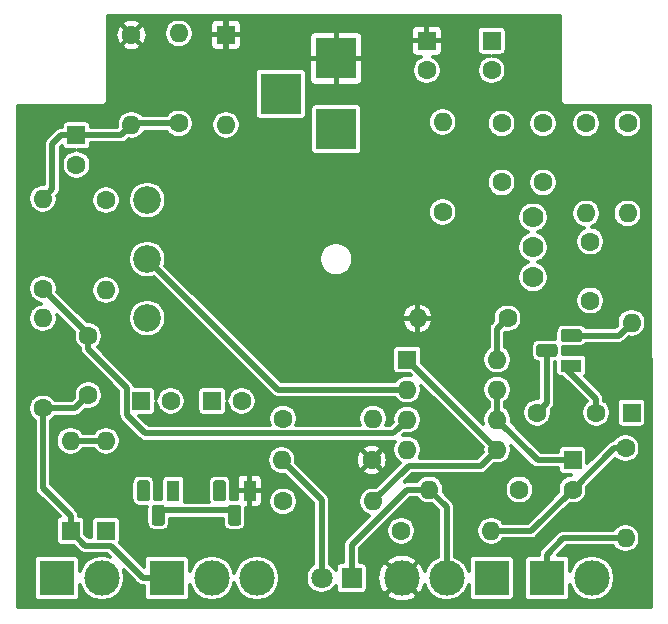
<source format=gbr>
G04 #@! TF.GenerationSoftware,KiCad,Pcbnew,(5.1.5-0-10_14)*
G04 #@! TF.CreationDate,2020-04-25T21:08:45+01:00*
G04 #@! TF.ProjectId,GlassBlower,476c6173-7342-46c6-9f77-65722e6b6963,rev?*
G04 #@! TF.SameCoordinates,Original*
G04 #@! TF.FileFunction,Copper,L1,Top*
G04 #@! TF.FilePolarity,Positive*
%FSLAX46Y46*%
G04 Gerber Fmt 4.6, Leading zero omitted, Abs format (unit mm)*
G04 Created by KiCad (PCBNEW (5.1.5-0-10_14)) date 2020-04-25 21:08:45*
%MOMM*%
%LPD*%
G04 APERTURE LIST*
%ADD10R,1.600000X1.600000*%
%ADD11O,1.600000X1.600000*%
%ADD12C,1.600000*%
%ADD13C,2.340000*%
%ADD14C,2.999740*%
%ADD15R,2.999740X2.999740*%
%ADD16C,0.100000*%
%ADD17R,1.100000X1.800000*%
%ADD18R,3.500120X3.500120*%
%ADD19R,1.800000X1.800000*%
%ADD20C,1.800000*%
%ADD21R,1.800000X1.100000*%
%ADD22C,1.778000*%
%ADD23C,0.500000*%
%ADD24C,0.300000*%
G04 APERTURE END LIST*
D10*
X150340000Y-74000000D03*
D11*
X157960000Y-81620000D03*
X150340000Y-76540000D03*
X157960000Y-79080000D03*
X150340000Y-79080000D03*
X157960000Y-76540000D03*
X150340000Y-81620000D03*
X157960000Y-74000000D03*
D10*
X164340000Y-82500000D03*
D12*
X164340000Y-85000000D03*
X123340000Y-77000000D03*
X123340000Y-72000000D03*
D13*
X128340000Y-60500000D03*
X128340000Y-65500000D03*
X128340000Y-70500000D03*
D14*
X124500000Y-92500000D03*
D15*
X120690000Y-92500000D03*
G04 #@! TA.AperFunction,ComponentPad*
D16*
G36*
X136031955Y-86271324D02*
G01*
X136058650Y-86275284D01*
X136084828Y-86281841D01*
X136110238Y-86290933D01*
X136134634Y-86302472D01*
X136157782Y-86316346D01*
X136179458Y-86332422D01*
X136199454Y-86350546D01*
X136217578Y-86370542D01*
X136233654Y-86392218D01*
X136247528Y-86415366D01*
X136259067Y-86439762D01*
X136268159Y-86465172D01*
X136274716Y-86491350D01*
X136278676Y-86518045D01*
X136280000Y-86545000D01*
X136280000Y-87795000D01*
X136278676Y-87821955D01*
X136274716Y-87848650D01*
X136268159Y-87874828D01*
X136259067Y-87900238D01*
X136247528Y-87924634D01*
X136233654Y-87947782D01*
X136217578Y-87969458D01*
X136199454Y-87989454D01*
X136179458Y-88007578D01*
X136157782Y-88023654D01*
X136134634Y-88037528D01*
X136110238Y-88049067D01*
X136084828Y-88058159D01*
X136058650Y-88064716D01*
X136031955Y-88068676D01*
X136005000Y-88070000D01*
X135455000Y-88070000D01*
X135428045Y-88068676D01*
X135401350Y-88064716D01*
X135375172Y-88058159D01*
X135349762Y-88049067D01*
X135325366Y-88037528D01*
X135302218Y-88023654D01*
X135280542Y-88007578D01*
X135260546Y-87989454D01*
X135242422Y-87969458D01*
X135226346Y-87947782D01*
X135212472Y-87924634D01*
X135200933Y-87900238D01*
X135191841Y-87874828D01*
X135185284Y-87848650D01*
X135181324Y-87821955D01*
X135180000Y-87795000D01*
X135180000Y-86545000D01*
X135181324Y-86518045D01*
X135185284Y-86491350D01*
X135191841Y-86465172D01*
X135200933Y-86439762D01*
X135212472Y-86415366D01*
X135226346Y-86392218D01*
X135242422Y-86370542D01*
X135260546Y-86350546D01*
X135280542Y-86332422D01*
X135302218Y-86316346D01*
X135325366Y-86302472D01*
X135349762Y-86290933D01*
X135375172Y-86281841D01*
X135401350Y-86275284D01*
X135428045Y-86271324D01*
X135455000Y-86270000D01*
X136005000Y-86270000D01*
X136031955Y-86271324D01*
G37*
G04 #@! TD.AperFunction*
G04 #@! TA.AperFunction,ComponentPad*
G36*
X134761955Y-84201324D02*
G01*
X134788650Y-84205284D01*
X134814828Y-84211841D01*
X134840238Y-84220933D01*
X134864634Y-84232472D01*
X134887782Y-84246346D01*
X134909458Y-84262422D01*
X134929454Y-84280546D01*
X134947578Y-84300542D01*
X134963654Y-84322218D01*
X134977528Y-84345366D01*
X134989067Y-84369762D01*
X134998159Y-84395172D01*
X135004716Y-84421350D01*
X135008676Y-84448045D01*
X135010000Y-84475000D01*
X135010000Y-85725000D01*
X135008676Y-85751955D01*
X135004716Y-85778650D01*
X134998159Y-85804828D01*
X134989067Y-85830238D01*
X134977528Y-85854634D01*
X134963654Y-85877782D01*
X134947578Y-85899458D01*
X134929454Y-85919454D01*
X134909458Y-85937578D01*
X134887782Y-85953654D01*
X134864634Y-85967528D01*
X134840238Y-85979067D01*
X134814828Y-85988159D01*
X134788650Y-85994716D01*
X134761955Y-85998676D01*
X134735000Y-86000000D01*
X134185000Y-86000000D01*
X134158045Y-85998676D01*
X134131350Y-85994716D01*
X134105172Y-85988159D01*
X134079762Y-85979067D01*
X134055366Y-85967528D01*
X134032218Y-85953654D01*
X134010542Y-85937578D01*
X133990546Y-85919454D01*
X133972422Y-85899458D01*
X133956346Y-85877782D01*
X133942472Y-85854634D01*
X133930933Y-85830238D01*
X133921841Y-85804828D01*
X133915284Y-85778650D01*
X133911324Y-85751955D01*
X133910000Y-85725000D01*
X133910000Y-84475000D01*
X133911324Y-84448045D01*
X133915284Y-84421350D01*
X133921841Y-84395172D01*
X133930933Y-84369762D01*
X133942472Y-84345366D01*
X133956346Y-84322218D01*
X133972422Y-84300542D01*
X133990546Y-84280546D01*
X134010542Y-84262422D01*
X134032218Y-84246346D01*
X134055366Y-84232472D01*
X134079762Y-84220933D01*
X134105172Y-84211841D01*
X134131350Y-84205284D01*
X134158045Y-84201324D01*
X134185000Y-84200000D01*
X134735000Y-84200000D01*
X134761955Y-84201324D01*
G37*
G04 #@! TD.AperFunction*
D17*
X137000000Y-85100000D03*
D12*
X158840000Y-70500000D03*
D11*
X151220000Y-70500000D03*
D18*
X144340000Y-54500000D03*
X144340000Y-48500520D03*
X139641000Y-51500260D03*
D12*
X149840000Y-88500000D03*
D11*
X157460000Y-88500000D03*
D12*
X119500000Y-68000000D03*
D11*
X119500000Y-60380000D03*
D10*
X135000000Y-46500000D03*
D11*
X135000000Y-54120000D03*
X169340000Y-70880000D03*
D10*
X169340000Y-78500000D03*
D11*
X168840000Y-89120000D03*
D12*
X168840000Y-81500000D03*
D11*
X139720000Y-82500000D03*
D12*
X147340000Y-82500000D03*
X119500000Y-78120000D03*
D11*
X119500000Y-70500000D03*
D12*
X131000000Y-54000000D03*
D11*
X131000000Y-46380000D03*
X147460000Y-79000000D03*
D12*
X139840000Y-79000000D03*
D11*
X152220000Y-85000000D03*
D12*
X159840000Y-85000000D03*
X169000000Y-54000000D03*
D11*
X169000000Y-61620000D03*
X165500000Y-61620000D03*
D12*
X165500000Y-54000000D03*
D17*
X130540000Y-85100000D03*
G04 #@! TA.AperFunction,ComponentPad*
D16*
G36*
X128301955Y-84201324D02*
G01*
X128328650Y-84205284D01*
X128354828Y-84211841D01*
X128380238Y-84220933D01*
X128404634Y-84232472D01*
X128427782Y-84246346D01*
X128449458Y-84262422D01*
X128469454Y-84280546D01*
X128487578Y-84300542D01*
X128503654Y-84322218D01*
X128517528Y-84345366D01*
X128529067Y-84369762D01*
X128538159Y-84395172D01*
X128544716Y-84421350D01*
X128548676Y-84448045D01*
X128550000Y-84475000D01*
X128550000Y-85725000D01*
X128548676Y-85751955D01*
X128544716Y-85778650D01*
X128538159Y-85804828D01*
X128529067Y-85830238D01*
X128517528Y-85854634D01*
X128503654Y-85877782D01*
X128487578Y-85899458D01*
X128469454Y-85919454D01*
X128449458Y-85937578D01*
X128427782Y-85953654D01*
X128404634Y-85967528D01*
X128380238Y-85979067D01*
X128354828Y-85988159D01*
X128328650Y-85994716D01*
X128301955Y-85998676D01*
X128275000Y-86000000D01*
X127725000Y-86000000D01*
X127698045Y-85998676D01*
X127671350Y-85994716D01*
X127645172Y-85988159D01*
X127619762Y-85979067D01*
X127595366Y-85967528D01*
X127572218Y-85953654D01*
X127550542Y-85937578D01*
X127530546Y-85919454D01*
X127512422Y-85899458D01*
X127496346Y-85877782D01*
X127482472Y-85854634D01*
X127470933Y-85830238D01*
X127461841Y-85804828D01*
X127455284Y-85778650D01*
X127451324Y-85751955D01*
X127450000Y-85725000D01*
X127450000Y-84475000D01*
X127451324Y-84448045D01*
X127455284Y-84421350D01*
X127461841Y-84395172D01*
X127470933Y-84369762D01*
X127482472Y-84345366D01*
X127496346Y-84322218D01*
X127512422Y-84300542D01*
X127530546Y-84280546D01*
X127550542Y-84262422D01*
X127572218Y-84246346D01*
X127595366Y-84232472D01*
X127619762Y-84220933D01*
X127645172Y-84211841D01*
X127671350Y-84205284D01*
X127698045Y-84201324D01*
X127725000Y-84200000D01*
X128275000Y-84200000D01*
X128301955Y-84201324D01*
G37*
G04 #@! TD.AperFunction*
G04 #@! TA.AperFunction,ComponentPad*
G36*
X129571955Y-86271324D02*
G01*
X129598650Y-86275284D01*
X129624828Y-86281841D01*
X129650238Y-86290933D01*
X129674634Y-86302472D01*
X129697782Y-86316346D01*
X129719458Y-86332422D01*
X129739454Y-86350546D01*
X129757578Y-86370542D01*
X129773654Y-86392218D01*
X129787528Y-86415366D01*
X129799067Y-86439762D01*
X129808159Y-86465172D01*
X129814716Y-86491350D01*
X129818676Y-86518045D01*
X129820000Y-86545000D01*
X129820000Y-87795000D01*
X129818676Y-87821955D01*
X129814716Y-87848650D01*
X129808159Y-87874828D01*
X129799067Y-87900238D01*
X129787528Y-87924634D01*
X129773654Y-87947782D01*
X129757578Y-87969458D01*
X129739454Y-87989454D01*
X129719458Y-88007578D01*
X129697782Y-88023654D01*
X129674634Y-88037528D01*
X129650238Y-88049067D01*
X129624828Y-88058159D01*
X129598650Y-88064716D01*
X129571955Y-88068676D01*
X129545000Y-88070000D01*
X128995000Y-88070000D01*
X128968045Y-88068676D01*
X128941350Y-88064716D01*
X128915172Y-88058159D01*
X128889762Y-88049067D01*
X128865366Y-88037528D01*
X128842218Y-88023654D01*
X128820542Y-88007578D01*
X128800546Y-87989454D01*
X128782422Y-87969458D01*
X128766346Y-87947782D01*
X128752472Y-87924634D01*
X128740933Y-87900238D01*
X128731841Y-87874828D01*
X128725284Y-87848650D01*
X128721324Y-87821955D01*
X128720000Y-87795000D01*
X128720000Y-86545000D01*
X128721324Y-86518045D01*
X128725284Y-86491350D01*
X128731841Y-86465172D01*
X128740933Y-86439762D01*
X128752472Y-86415366D01*
X128766346Y-86392218D01*
X128782422Y-86370542D01*
X128800546Y-86350546D01*
X128820542Y-86332422D01*
X128842218Y-86316346D01*
X128865366Y-86302472D01*
X128889762Y-86290933D01*
X128915172Y-86281841D01*
X128941350Y-86275284D01*
X128968045Y-86271324D01*
X128995000Y-86270000D01*
X129545000Y-86270000D01*
X129571955Y-86271324D01*
G37*
G04 #@! TD.AperFunction*
D12*
X152000000Y-49500000D03*
D10*
X152000000Y-47000000D03*
X133840000Y-77500000D03*
D12*
X136340000Y-77500000D03*
X127000000Y-46500000D03*
D11*
X127000000Y-54120000D03*
D12*
X139840000Y-86000000D03*
D11*
X147460000Y-86000000D03*
D12*
X153340000Y-61500000D03*
D11*
X153340000Y-53880000D03*
D12*
X130340000Y-77500000D03*
D10*
X127840000Y-77500000D03*
X122340000Y-55000000D03*
D12*
X122340000Y-57500000D03*
X165840000Y-69000000D03*
X165840000Y-64000000D03*
X166340000Y-78500000D03*
X161340000Y-78500000D03*
D10*
X157500000Y-47000000D03*
D12*
X157500000Y-49500000D03*
X161840000Y-59000000D03*
X161840000Y-54000000D03*
X158340000Y-54000000D03*
X158340000Y-59000000D03*
D10*
X121840000Y-88500000D03*
D11*
X121840000Y-80880000D03*
X124840000Y-80880000D03*
D10*
X124840000Y-88500000D03*
D19*
X145630000Y-92500000D03*
D20*
X143090000Y-92500000D03*
D15*
X162190000Y-92500000D03*
D14*
X166000000Y-92500000D03*
D15*
X130000000Y-92500000D03*
D14*
X133810000Y-92500000D03*
X137620000Y-92500000D03*
G04 #@! TA.AperFunction,ComponentPad*
D16*
G36*
X162821955Y-72681324D02*
G01*
X162848650Y-72685284D01*
X162874828Y-72691841D01*
X162900238Y-72700933D01*
X162924634Y-72712472D01*
X162947782Y-72726346D01*
X162969458Y-72742422D01*
X162989454Y-72760546D01*
X163007578Y-72780542D01*
X163023654Y-72802218D01*
X163037528Y-72825366D01*
X163049067Y-72849762D01*
X163058159Y-72875172D01*
X163064716Y-72901350D01*
X163068676Y-72928045D01*
X163070000Y-72955000D01*
X163070000Y-73505000D01*
X163068676Y-73531955D01*
X163064716Y-73558650D01*
X163058159Y-73584828D01*
X163049067Y-73610238D01*
X163037528Y-73634634D01*
X163023654Y-73657782D01*
X163007578Y-73679458D01*
X162989454Y-73699454D01*
X162969458Y-73717578D01*
X162947782Y-73733654D01*
X162924634Y-73747528D01*
X162900238Y-73759067D01*
X162874828Y-73768159D01*
X162848650Y-73774716D01*
X162821955Y-73778676D01*
X162795000Y-73780000D01*
X161545000Y-73780000D01*
X161518045Y-73778676D01*
X161491350Y-73774716D01*
X161465172Y-73768159D01*
X161439762Y-73759067D01*
X161415366Y-73747528D01*
X161392218Y-73733654D01*
X161370542Y-73717578D01*
X161350546Y-73699454D01*
X161332422Y-73679458D01*
X161316346Y-73657782D01*
X161302472Y-73634634D01*
X161290933Y-73610238D01*
X161281841Y-73584828D01*
X161275284Y-73558650D01*
X161271324Y-73531955D01*
X161270000Y-73505000D01*
X161270000Y-72955000D01*
X161271324Y-72928045D01*
X161275284Y-72901350D01*
X161281841Y-72875172D01*
X161290933Y-72849762D01*
X161302472Y-72825366D01*
X161316346Y-72802218D01*
X161332422Y-72780542D01*
X161350546Y-72760546D01*
X161370542Y-72742422D01*
X161392218Y-72726346D01*
X161415366Y-72712472D01*
X161439762Y-72700933D01*
X161465172Y-72691841D01*
X161491350Y-72685284D01*
X161518045Y-72681324D01*
X161545000Y-72680000D01*
X162795000Y-72680000D01*
X162821955Y-72681324D01*
G37*
G04 #@! TD.AperFunction*
G04 #@! TA.AperFunction,ComponentPad*
G36*
X164891955Y-71411324D02*
G01*
X164918650Y-71415284D01*
X164944828Y-71421841D01*
X164970238Y-71430933D01*
X164994634Y-71442472D01*
X165017782Y-71456346D01*
X165039458Y-71472422D01*
X165059454Y-71490546D01*
X165077578Y-71510542D01*
X165093654Y-71532218D01*
X165107528Y-71555366D01*
X165119067Y-71579762D01*
X165128159Y-71605172D01*
X165134716Y-71631350D01*
X165138676Y-71658045D01*
X165140000Y-71685000D01*
X165140000Y-72235000D01*
X165138676Y-72261955D01*
X165134716Y-72288650D01*
X165128159Y-72314828D01*
X165119067Y-72340238D01*
X165107528Y-72364634D01*
X165093654Y-72387782D01*
X165077578Y-72409458D01*
X165059454Y-72429454D01*
X165039458Y-72447578D01*
X165017782Y-72463654D01*
X164994634Y-72477528D01*
X164970238Y-72489067D01*
X164944828Y-72498159D01*
X164918650Y-72504716D01*
X164891955Y-72508676D01*
X164865000Y-72510000D01*
X163615000Y-72510000D01*
X163588045Y-72508676D01*
X163561350Y-72504716D01*
X163535172Y-72498159D01*
X163509762Y-72489067D01*
X163485366Y-72477528D01*
X163462218Y-72463654D01*
X163440542Y-72447578D01*
X163420546Y-72429454D01*
X163402422Y-72409458D01*
X163386346Y-72387782D01*
X163372472Y-72364634D01*
X163360933Y-72340238D01*
X163351841Y-72314828D01*
X163345284Y-72288650D01*
X163341324Y-72261955D01*
X163340000Y-72235000D01*
X163340000Y-71685000D01*
X163341324Y-71658045D01*
X163345284Y-71631350D01*
X163351841Y-71605172D01*
X163360933Y-71579762D01*
X163372472Y-71555366D01*
X163386346Y-71532218D01*
X163402422Y-71510542D01*
X163420546Y-71490546D01*
X163440542Y-71472422D01*
X163462218Y-71456346D01*
X163485366Y-71442472D01*
X163509762Y-71430933D01*
X163535172Y-71421841D01*
X163561350Y-71415284D01*
X163588045Y-71411324D01*
X163615000Y-71410000D01*
X164865000Y-71410000D01*
X164891955Y-71411324D01*
G37*
G04 #@! TD.AperFunction*
D21*
X164240000Y-74500000D03*
D12*
X124840000Y-60500000D03*
D11*
X124840000Y-68120000D03*
D14*
X149880000Y-92500000D03*
X153690000Y-92500000D03*
D15*
X157500000Y-92500000D03*
D22*
X161000000Y-67040000D03*
X161000000Y-64500000D03*
X161000000Y-61960000D03*
D23*
X163840000Y-74868630D02*
X163840000Y-74500000D01*
X166340000Y-77368630D02*
X163840000Y-74868630D01*
X166340000Y-78500000D02*
X166340000Y-77368630D01*
X139380000Y-76540000D02*
X150340000Y-76540000D01*
X128340000Y-65500000D02*
X139380000Y-76540000D01*
X143090000Y-85870000D02*
X139720000Y-82500000D01*
X143090000Y-92500000D02*
X143090000Y-85870000D01*
X157960000Y-71380000D02*
X158840000Y-70500000D01*
X157960000Y-74000000D02*
X157960000Y-71380000D01*
X122220000Y-78120000D02*
X123340000Y-77000000D01*
X119500000Y-78120000D02*
X122220000Y-78120000D01*
X119500000Y-79251370D02*
X119500000Y-78120000D01*
X119500000Y-84860000D02*
X119500000Y-79251370D01*
X121840000Y-87200000D02*
X119500000Y-84860000D01*
X121840000Y-88500000D02*
X121840000Y-87200000D01*
X128000130Y-92500000D02*
X130000000Y-92500000D01*
X125250131Y-89750001D02*
X128000130Y-92500000D01*
X123090001Y-89750001D02*
X125250131Y-89750001D01*
X121840000Y-88500000D02*
X123090001Y-89750001D01*
X123340000Y-71840000D02*
X123340000Y-72000000D01*
X119500000Y-68000000D02*
X123340000Y-71840000D01*
X149540001Y-79879999D02*
X150340000Y-79080000D01*
X149169999Y-80250001D02*
X149540001Y-79879999D01*
X123340000Y-72000000D02*
X123340000Y-73131370D01*
X126589999Y-76381369D02*
X126589999Y-78660001D01*
X126589999Y-78660001D02*
X128179999Y-80250001D01*
X128179999Y-80250001D02*
X149169999Y-80250001D01*
X123340000Y-73131370D02*
X126589999Y-76381369D01*
X153690000Y-86470000D02*
X152220000Y-85000000D01*
X153690000Y-92500000D02*
X153690000Y-86470000D01*
X145630000Y-89680002D02*
X150310002Y-85000000D01*
X151088630Y-85000000D02*
X152220000Y-85000000D01*
X150310002Y-85000000D02*
X151088630Y-85000000D01*
X145630000Y-92500000D02*
X145630000Y-89680002D01*
X168260000Y-71960000D02*
X169340000Y-70880000D01*
X163840000Y-71960000D02*
X168260000Y-71960000D01*
X162139999Y-73660001D02*
X162570000Y-73230000D01*
X162139999Y-77700001D02*
X162139999Y-73660001D01*
X161340000Y-78500000D02*
X162139999Y-77700001D01*
X150340000Y-74000000D02*
X157960000Y-81620000D01*
X157160001Y-82419999D02*
X157960000Y-81620000D01*
X156580000Y-83000000D02*
X157160001Y-82419999D01*
X150460000Y-83000000D02*
X156580000Y-83000000D01*
X147460000Y-86000000D02*
X150460000Y-83000000D01*
X157960000Y-76540000D02*
X157960000Y-79080000D01*
X161380000Y-82500000D02*
X164340000Y-82500000D01*
X157960000Y-79080000D02*
X161380000Y-82500000D01*
X160840000Y-88500000D02*
X164340000Y-85000000D01*
X157460000Y-88500000D02*
X160840000Y-88500000D01*
X167840000Y-81500000D02*
X168840000Y-81500000D01*
X164340000Y-85000000D02*
X167840000Y-81500000D01*
X127120000Y-54000000D02*
X127000000Y-54120000D01*
X131000000Y-54000000D02*
X127120000Y-54000000D01*
X121040000Y-55000000D02*
X122340000Y-55000000D01*
X120299999Y-59580001D02*
X120299999Y-55740001D01*
X120299999Y-55740001D02*
X121040000Y-55000000D01*
X119500000Y-60380000D02*
X120299999Y-59580001D01*
X126120000Y-55000000D02*
X127000000Y-54120000D01*
X122340000Y-55000000D02*
X126120000Y-55000000D01*
X121840000Y-80880000D02*
X124840000Y-80880000D01*
X129270000Y-86770000D02*
X135730000Y-86770000D01*
X167708630Y-89120000D02*
X168840000Y-89120000D01*
X163570130Y-89120000D02*
X167708630Y-89120000D01*
X162190000Y-90500130D02*
X163570130Y-89120000D01*
X162190000Y-92500000D02*
X162190000Y-90500130D01*
D24*
G36*
X163305001Y-52004202D02*
G01*
X163302460Y-52030000D01*
X163312597Y-52132918D01*
X163342617Y-52231881D01*
X163391367Y-52323086D01*
X163456973Y-52403027D01*
X163536914Y-52468633D01*
X163628119Y-52517383D01*
X163727082Y-52547403D01*
X163804212Y-52555000D01*
X163830000Y-52557540D01*
X163855788Y-52555000D01*
X170925604Y-52555000D01*
X170974397Y-94975000D01*
X117365000Y-94975000D01*
X117365000Y-77996886D01*
X118250000Y-77996886D01*
X118250000Y-78243114D01*
X118298037Y-78484611D01*
X118392265Y-78712097D01*
X118529062Y-78916828D01*
X118703172Y-79090938D01*
X118800000Y-79155637D01*
X118800000Y-79285759D01*
X118800001Y-79285769D01*
X118800000Y-84825613D01*
X118796613Y-84860000D01*
X118800000Y-84894387D01*
X118800000Y-84894389D01*
X118810128Y-84997223D01*
X118826138Y-85050000D01*
X118850155Y-85129174D01*
X118915155Y-85250781D01*
X118945290Y-85287500D01*
X119002630Y-85357369D01*
X119029343Y-85379292D01*
X120917087Y-87267037D01*
X120866959Y-87282243D01*
X120788784Y-87324029D01*
X120720263Y-87380263D01*
X120664029Y-87448784D01*
X120622243Y-87526959D01*
X120596511Y-87611785D01*
X120587823Y-87700000D01*
X120587823Y-89300000D01*
X120596511Y-89388215D01*
X120622243Y-89473041D01*
X120664029Y-89551216D01*
X120720263Y-89619737D01*
X120788784Y-89675971D01*
X120866959Y-89717757D01*
X120951785Y-89743489D01*
X121040000Y-89752177D01*
X122102228Y-89752177D01*
X122570705Y-90220654D01*
X122592631Y-90247371D01*
X122699220Y-90334846D01*
X122820826Y-90399846D01*
X122952777Y-90439873D01*
X123055611Y-90450001D01*
X123055613Y-90450001D01*
X123090000Y-90453388D01*
X123124387Y-90450001D01*
X124960182Y-90450001D01*
X125182256Y-90672075D01*
X125068756Y-90625062D01*
X124692045Y-90550130D01*
X124307955Y-90550130D01*
X123931244Y-90625062D01*
X123576390Y-90772047D01*
X123257030Y-90985437D01*
X122985437Y-91257030D01*
X122772047Y-91576390D01*
X122642047Y-91890238D01*
X122642047Y-91000130D01*
X122633359Y-90911915D01*
X122607627Y-90827089D01*
X122565841Y-90748914D01*
X122509607Y-90680393D01*
X122441086Y-90624159D01*
X122362911Y-90582373D01*
X122278085Y-90556641D01*
X122189870Y-90547953D01*
X119190130Y-90547953D01*
X119101915Y-90556641D01*
X119017089Y-90582373D01*
X118938914Y-90624159D01*
X118870393Y-90680393D01*
X118814159Y-90748914D01*
X118772373Y-90827089D01*
X118746641Y-90911915D01*
X118737953Y-91000130D01*
X118737953Y-93999870D01*
X118746641Y-94088085D01*
X118772373Y-94172911D01*
X118814159Y-94251086D01*
X118870393Y-94319607D01*
X118938914Y-94375841D01*
X119017089Y-94417627D01*
X119101915Y-94443359D01*
X119190130Y-94452047D01*
X122189870Y-94452047D01*
X122278085Y-94443359D01*
X122362911Y-94417627D01*
X122441086Y-94375841D01*
X122509607Y-94319607D01*
X122565841Y-94251086D01*
X122607627Y-94172911D01*
X122633359Y-94088085D01*
X122642047Y-93999870D01*
X122642047Y-93109762D01*
X122772047Y-93423610D01*
X122985437Y-93742970D01*
X123257030Y-94014563D01*
X123576390Y-94227953D01*
X123931244Y-94374938D01*
X124307955Y-94449870D01*
X124692045Y-94449870D01*
X125068756Y-94374938D01*
X125423610Y-94227953D01*
X125742970Y-94014563D01*
X126014563Y-93742970D01*
X126227953Y-93423610D01*
X126374938Y-93068756D01*
X126449870Y-92692045D01*
X126449870Y-92307955D01*
X126374938Y-91931244D01*
X126327925Y-91817745D01*
X127480839Y-92970659D01*
X127502760Y-92997370D01*
X127529471Y-93019291D01*
X127529472Y-93019292D01*
X127609348Y-93084845D01*
X127711535Y-93139465D01*
X127730955Y-93149845D01*
X127862906Y-93189872D01*
X127965740Y-93200000D01*
X127965743Y-93200000D01*
X128000130Y-93203387D01*
X128034517Y-93200000D01*
X128047953Y-93200000D01*
X128047953Y-93999870D01*
X128056641Y-94088085D01*
X128082373Y-94172911D01*
X128124159Y-94251086D01*
X128180393Y-94319607D01*
X128248914Y-94375841D01*
X128327089Y-94417627D01*
X128411915Y-94443359D01*
X128500130Y-94452047D01*
X131499870Y-94452047D01*
X131588085Y-94443359D01*
X131672911Y-94417627D01*
X131751086Y-94375841D01*
X131819607Y-94319607D01*
X131875841Y-94251086D01*
X131917627Y-94172911D01*
X131943359Y-94088085D01*
X131952047Y-93999870D01*
X131952047Y-93109762D01*
X132082047Y-93423610D01*
X132295437Y-93742970D01*
X132567030Y-94014563D01*
X132886390Y-94227953D01*
X133241244Y-94374938D01*
X133617955Y-94449870D01*
X134002045Y-94449870D01*
X134378756Y-94374938D01*
X134733610Y-94227953D01*
X135052970Y-94014563D01*
X135324563Y-93742970D01*
X135537953Y-93423610D01*
X135684938Y-93068756D01*
X135715000Y-92917623D01*
X135745062Y-93068756D01*
X135892047Y-93423610D01*
X136105437Y-93742970D01*
X136377030Y-94014563D01*
X136696390Y-94227953D01*
X137051244Y-94374938D01*
X137427955Y-94449870D01*
X137812045Y-94449870D01*
X138188756Y-94374938D01*
X138543610Y-94227953D01*
X138862970Y-94014563D01*
X138983374Y-93894159D01*
X148556552Y-93894159D01*
X148710095Y-94195301D01*
X149063311Y-94390964D01*
X149447912Y-94513958D01*
X149849119Y-94559557D01*
X150251512Y-94526007D01*
X150639627Y-94414600D01*
X150998551Y-94229616D01*
X151049905Y-94195301D01*
X151203448Y-93894159D01*
X149880000Y-92570711D01*
X148556552Y-93894159D01*
X138983374Y-93894159D01*
X139134563Y-93742970D01*
X139347953Y-93423610D01*
X139494938Y-93068756D01*
X139569870Y-92692045D01*
X139569870Y-92307955D01*
X139494938Y-91931244D01*
X139347953Y-91576390D01*
X139134563Y-91257030D01*
X138862970Y-90985437D01*
X138543610Y-90772047D01*
X138188756Y-90625062D01*
X137812045Y-90550130D01*
X137427955Y-90550130D01*
X137051244Y-90625062D01*
X136696390Y-90772047D01*
X136377030Y-90985437D01*
X136105437Y-91257030D01*
X135892047Y-91576390D01*
X135745062Y-91931244D01*
X135715000Y-92082377D01*
X135684938Y-91931244D01*
X135537953Y-91576390D01*
X135324563Y-91257030D01*
X135052970Y-90985437D01*
X134733610Y-90772047D01*
X134378756Y-90625062D01*
X134002045Y-90550130D01*
X133617955Y-90550130D01*
X133241244Y-90625062D01*
X132886390Y-90772047D01*
X132567030Y-90985437D01*
X132295437Y-91257030D01*
X132082047Y-91576390D01*
X131952047Y-91890238D01*
X131952047Y-91000130D01*
X131943359Y-90911915D01*
X131917627Y-90827089D01*
X131875841Y-90748914D01*
X131819607Y-90680393D01*
X131751086Y-90624159D01*
X131672911Y-90582373D01*
X131588085Y-90556641D01*
X131499870Y-90547953D01*
X128500130Y-90547953D01*
X128411915Y-90556641D01*
X128327089Y-90582373D01*
X128248914Y-90624159D01*
X128180393Y-90680393D01*
X128124159Y-90748914D01*
X128082373Y-90827089D01*
X128056641Y-90911915D01*
X128047953Y-91000130D01*
X128047953Y-91557873D01*
X126024792Y-89534713D01*
X126057757Y-89473041D01*
X126083489Y-89388215D01*
X126092177Y-89300000D01*
X126092177Y-87700000D01*
X126083489Y-87611785D01*
X126057757Y-87526959D01*
X126015971Y-87448784D01*
X125959737Y-87380263D01*
X125891216Y-87324029D01*
X125813041Y-87282243D01*
X125728215Y-87256511D01*
X125640000Y-87247823D01*
X124040000Y-87247823D01*
X123951785Y-87256511D01*
X123866959Y-87282243D01*
X123788784Y-87324029D01*
X123720263Y-87380263D01*
X123664029Y-87448784D01*
X123622243Y-87526959D01*
X123596511Y-87611785D01*
X123587823Y-87700000D01*
X123587823Y-89050001D01*
X123379950Y-89050001D01*
X123092177Y-88762228D01*
X123092177Y-87700000D01*
X123083489Y-87611785D01*
X123057757Y-87526959D01*
X123015971Y-87448784D01*
X122959737Y-87380263D01*
X122891216Y-87324029D01*
X122813041Y-87282243D01*
X122728215Y-87256511D01*
X122640000Y-87247823D01*
X122540000Y-87247823D01*
X122540000Y-87234387D01*
X122543387Y-87200000D01*
X122539524Y-87160781D01*
X122529872Y-87062776D01*
X122489845Y-86930825D01*
X122424845Y-86809219D01*
X122337370Y-86702630D01*
X122310659Y-86680709D01*
X120200000Y-84570051D01*
X120200000Y-84475000D01*
X126997823Y-84475000D01*
X126997823Y-85725000D01*
X127011796Y-85866865D01*
X127053176Y-86003279D01*
X127120374Y-86128998D01*
X127210808Y-86239192D01*
X127321002Y-86329626D01*
X127446721Y-86396824D01*
X127583135Y-86438204D01*
X127725000Y-86452177D01*
X128275000Y-86452177D01*
X128276985Y-86451982D01*
X128267823Y-86545000D01*
X128267823Y-87795000D01*
X128281796Y-87936865D01*
X128323176Y-88073279D01*
X128390374Y-88198998D01*
X128480808Y-88309192D01*
X128591002Y-88399626D01*
X128716721Y-88466824D01*
X128853135Y-88508204D01*
X128995000Y-88522177D01*
X129545000Y-88522177D01*
X129686865Y-88508204D01*
X129823279Y-88466824D01*
X129948998Y-88399626D01*
X130059192Y-88309192D01*
X130149626Y-88198998D01*
X130216824Y-88073279D01*
X130258204Y-87936865D01*
X130272177Y-87795000D01*
X130272177Y-87470000D01*
X134727823Y-87470000D01*
X134727823Y-87795000D01*
X134741796Y-87936865D01*
X134783176Y-88073279D01*
X134850374Y-88198998D01*
X134940808Y-88309192D01*
X135051002Y-88399626D01*
X135176721Y-88466824D01*
X135313135Y-88508204D01*
X135455000Y-88522177D01*
X136005000Y-88522177D01*
X136146865Y-88508204D01*
X136283279Y-88466824D01*
X136408998Y-88399626D01*
X136519192Y-88309192D01*
X136609626Y-88198998D01*
X136676824Y-88073279D01*
X136718204Y-87936865D01*
X136732177Y-87795000D01*
X136732177Y-86550590D01*
X136812500Y-86550000D01*
X136950000Y-86412500D01*
X136950000Y-85150000D01*
X137050000Y-85150000D01*
X137050000Y-86412500D01*
X137187500Y-86550000D01*
X137550000Y-86552661D01*
X137657819Y-86542042D01*
X137761494Y-86510592D01*
X137857042Y-86459521D01*
X137940790Y-86390790D01*
X138009521Y-86307042D01*
X138060592Y-86211494D01*
X138092042Y-86107819D01*
X138102661Y-86000000D01*
X138102202Y-85876886D01*
X138590000Y-85876886D01*
X138590000Y-86123114D01*
X138638037Y-86364611D01*
X138732265Y-86592097D01*
X138869062Y-86796828D01*
X139043172Y-86970938D01*
X139247903Y-87107735D01*
X139475389Y-87201963D01*
X139716886Y-87250000D01*
X139963114Y-87250000D01*
X140204611Y-87201963D01*
X140432097Y-87107735D01*
X140636828Y-86970938D01*
X140810938Y-86796828D01*
X140947735Y-86592097D01*
X141041963Y-86364611D01*
X141090000Y-86123114D01*
X141090000Y-85876886D01*
X141041963Y-85635389D01*
X140947735Y-85407903D01*
X140810938Y-85203172D01*
X140636828Y-85029062D01*
X140432097Y-84892265D01*
X140204611Y-84798037D01*
X139963114Y-84750000D01*
X139716886Y-84750000D01*
X139475389Y-84798037D01*
X139247903Y-84892265D01*
X139043172Y-85029062D01*
X138869062Y-85203172D01*
X138732265Y-85407903D01*
X138638037Y-85635389D01*
X138590000Y-85876886D01*
X138102202Y-85876886D01*
X138100000Y-85287500D01*
X137962500Y-85150000D01*
X137050000Y-85150000D01*
X136950000Y-85150000D01*
X136037500Y-85150000D01*
X135900000Y-85287500D01*
X135898019Y-85817823D01*
X135455000Y-85817823D01*
X135453015Y-85818018D01*
X135462177Y-85725000D01*
X135462177Y-84475000D01*
X135448204Y-84333135D01*
X135407819Y-84200000D01*
X135897339Y-84200000D01*
X135900000Y-84912500D01*
X136037500Y-85050000D01*
X136950000Y-85050000D01*
X136950000Y-83787500D01*
X137050000Y-83787500D01*
X137050000Y-85050000D01*
X137962500Y-85050000D01*
X138100000Y-84912500D01*
X138102661Y-84200000D01*
X138092042Y-84092181D01*
X138060592Y-83988506D01*
X138009521Y-83892958D01*
X137940790Y-83809210D01*
X137857042Y-83740479D01*
X137761494Y-83689408D01*
X137657819Y-83657958D01*
X137550000Y-83647339D01*
X137187500Y-83650000D01*
X137050000Y-83787500D01*
X136950000Y-83787500D01*
X136812500Y-83650000D01*
X136450000Y-83647339D01*
X136342181Y-83657958D01*
X136238506Y-83689408D01*
X136142958Y-83740479D01*
X136059210Y-83809210D01*
X135990479Y-83892958D01*
X135939408Y-83988506D01*
X135907958Y-84092181D01*
X135897339Y-84200000D01*
X135407819Y-84200000D01*
X135406824Y-84196721D01*
X135339626Y-84071002D01*
X135249192Y-83960808D01*
X135138998Y-83870374D01*
X135013279Y-83803176D01*
X134876865Y-83761796D01*
X134735000Y-83747823D01*
X134185000Y-83747823D01*
X134043135Y-83761796D01*
X133906721Y-83803176D01*
X133781002Y-83870374D01*
X133670808Y-83960808D01*
X133580374Y-84071002D01*
X133513176Y-84196721D01*
X133471796Y-84333135D01*
X133457823Y-84475000D01*
X133457823Y-85725000D01*
X133471796Y-85866865D01*
X133513176Y-86003279D01*
X133548839Y-86070000D01*
X131535283Y-86070000D01*
X131542177Y-86000000D01*
X131542177Y-84200000D01*
X131533489Y-84111785D01*
X131507757Y-84026959D01*
X131465971Y-83948784D01*
X131409737Y-83880263D01*
X131341216Y-83824029D01*
X131263041Y-83782243D01*
X131178215Y-83756511D01*
X131090000Y-83747823D01*
X129990000Y-83747823D01*
X129901785Y-83756511D01*
X129816959Y-83782243D01*
X129738784Y-83824029D01*
X129670263Y-83880263D01*
X129614029Y-83948784D01*
X129572243Y-84026959D01*
X129546511Y-84111785D01*
X129537823Y-84200000D01*
X129537823Y-85817823D01*
X128995000Y-85817823D01*
X128993015Y-85818018D01*
X129002177Y-85725000D01*
X129002177Y-84475000D01*
X128988204Y-84333135D01*
X128946824Y-84196721D01*
X128879626Y-84071002D01*
X128789192Y-83960808D01*
X128678998Y-83870374D01*
X128553279Y-83803176D01*
X128416865Y-83761796D01*
X128275000Y-83747823D01*
X127725000Y-83747823D01*
X127583135Y-83761796D01*
X127446721Y-83803176D01*
X127321002Y-83870374D01*
X127210808Y-83960808D01*
X127120374Y-84071002D01*
X127053176Y-84196721D01*
X127011796Y-84333135D01*
X126997823Y-84475000D01*
X120200000Y-84475000D01*
X120200000Y-80756886D01*
X120590000Y-80756886D01*
X120590000Y-81003114D01*
X120638037Y-81244611D01*
X120732265Y-81472097D01*
X120869062Y-81676828D01*
X121043172Y-81850938D01*
X121247903Y-81987735D01*
X121475389Y-82081963D01*
X121716886Y-82130000D01*
X121963114Y-82130000D01*
X122204611Y-82081963D01*
X122432097Y-81987735D01*
X122636828Y-81850938D01*
X122810938Y-81676828D01*
X122875636Y-81580000D01*
X123804364Y-81580000D01*
X123869062Y-81676828D01*
X124043172Y-81850938D01*
X124247903Y-81987735D01*
X124475389Y-82081963D01*
X124716886Y-82130000D01*
X124963114Y-82130000D01*
X125204611Y-82081963D01*
X125432097Y-81987735D01*
X125636828Y-81850938D01*
X125810938Y-81676828D01*
X125947735Y-81472097D01*
X126041963Y-81244611D01*
X126090000Y-81003114D01*
X126090000Y-80756886D01*
X126041963Y-80515389D01*
X125947735Y-80287903D01*
X125810938Y-80083172D01*
X125636828Y-79909062D01*
X125432097Y-79772265D01*
X125204611Y-79678037D01*
X124963114Y-79630000D01*
X124716886Y-79630000D01*
X124475389Y-79678037D01*
X124247903Y-79772265D01*
X124043172Y-79909062D01*
X123869062Y-80083172D01*
X123804364Y-80180000D01*
X122875636Y-80180000D01*
X122810938Y-80083172D01*
X122636828Y-79909062D01*
X122432097Y-79772265D01*
X122204611Y-79678037D01*
X121963114Y-79630000D01*
X121716886Y-79630000D01*
X121475389Y-79678037D01*
X121247903Y-79772265D01*
X121043172Y-79909062D01*
X120869062Y-80083172D01*
X120732265Y-80287903D01*
X120638037Y-80515389D01*
X120590000Y-80756886D01*
X120200000Y-80756886D01*
X120200000Y-79155636D01*
X120296828Y-79090938D01*
X120470938Y-78916828D01*
X120535636Y-78820000D01*
X122185613Y-78820000D01*
X122220000Y-78823387D01*
X122254387Y-78820000D01*
X122254390Y-78820000D01*
X122357224Y-78809872D01*
X122489175Y-78769845D01*
X122610781Y-78704845D01*
X122717370Y-78617370D01*
X122739296Y-78590653D01*
X123102669Y-78227281D01*
X123216886Y-78250000D01*
X123463114Y-78250000D01*
X123704611Y-78201963D01*
X123932097Y-78107735D01*
X124136828Y-77970938D01*
X124310938Y-77796828D01*
X124447735Y-77592097D01*
X124541963Y-77364611D01*
X124590000Y-77123114D01*
X124590000Y-76876886D01*
X124541963Y-76635389D01*
X124447735Y-76407903D01*
X124310938Y-76203172D01*
X124136828Y-76029062D01*
X123932097Y-75892265D01*
X123704611Y-75798037D01*
X123463114Y-75750000D01*
X123216886Y-75750000D01*
X122975389Y-75798037D01*
X122747903Y-75892265D01*
X122543172Y-76029062D01*
X122369062Y-76203172D01*
X122232265Y-76407903D01*
X122138037Y-76635389D01*
X122090000Y-76876886D01*
X122090000Y-77123114D01*
X122112719Y-77237331D01*
X121930051Y-77420000D01*
X120535636Y-77420000D01*
X120470938Y-77323172D01*
X120296828Y-77149062D01*
X120092097Y-77012265D01*
X119864611Y-76918037D01*
X119623114Y-76870000D01*
X119376886Y-76870000D01*
X119135389Y-76918037D01*
X118907903Y-77012265D01*
X118703172Y-77149062D01*
X118529062Y-77323172D01*
X118392265Y-77527903D01*
X118298037Y-77755389D01*
X118250000Y-77996886D01*
X117365000Y-77996886D01*
X117365000Y-67876886D01*
X118250000Y-67876886D01*
X118250000Y-68123114D01*
X118298037Y-68364611D01*
X118392265Y-68592097D01*
X118529062Y-68796828D01*
X118703172Y-68970938D01*
X118907903Y-69107735D01*
X119135389Y-69201963D01*
X119376886Y-69250000D01*
X119135389Y-69298037D01*
X118907903Y-69392265D01*
X118703172Y-69529062D01*
X118529062Y-69703172D01*
X118392265Y-69907903D01*
X118298037Y-70135389D01*
X118250000Y-70376886D01*
X118250000Y-70623114D01*
X118298037Y-70864611D01*
X118392265Y-71092097D01*
X118529062Y-71296828D01*
X118703172Y-71470938D01*
X118907903Y-71607735D01*
X119135389Y-71701963D01*
X119376886Y-71750000D01*
X119623114Y-71750000D01*
X119864611Y-71701963D01*
X120092097Y-71607735D01*
X120296828Y-71470938D01*
X120470938Y-71296828D01*
X120607735Y-71092097D01*
X120701963Y-70864611D01*
X120750000Y-70623114D01*
X120750000Y-70376886D01*
X120715998Y-70205947D01*
X122140205Y-71630155D01*
X122138037Y-71635389D01*
X122090000Y-71876886D01*
X122090000Y-72123114D01*
X122138037Y-72364611D01*
X122232265Y-72592097D01*
X122369062Y-72796828D01*
X122543172Y-72970938D01*
X122640001Y-73035637D01*
X122640001Y-73096973D01*
X122636613Y-73131370D01*
X122646328Y-73230001D01*
X122650129Y-73268594D01*
X122662271Y-73308620D01*
X122690155Y-73400544D01*
X122755155Y-73522151D01*
X122820708Y-73602027D01*
X122842631Y-73628740D01*
X122869342Y-73650661D01*
X125889999Y-76671319D01*
X125890000Y-78625604D01*
X125886612Y-78660001D01*
X125895477Y-78750000D01*
X125900128Y-78797225D01*
X125904254Y-78810826D01*
X125940154Y-78929175D01*
X126005154Y-79050782D01*
X126064516Y-79123114D01*
X126092630Y-79157371D01*
X126119341Y-79179292D01*
X127660707Y-80720659D01*
X127682629Y-80747371D01*
X127709340Y-80769292D01*
X127709341Y-80769293D01*
X127789218Y-80834846D01*
X127910824Y-80899846D01*
X128042775Y-80939873D01*
X128179999Y-80953388D01*
X128214389Y-80950001D01*
X149135612Y-80950001D01*
X149169999Y-80953388D01*
X149204386Y-80950001D01*
X149204389Y-80950001D01*
X149289948Y-80941574D01*
X149232265Y-81027903D01*
X149138037Y-81255389D01*
X149090000Y-81496886D01*
X149090000Y-81743114D01*
X149138037Y-81984611D01*
X149232265Y-82212097D01*
X149369062Y-82416828D01*
X149543172Y-82590938D01*
X149744553Y-82725497D01*
X147697331Y-84772719D01*
X147583114Y-84750000D01*
X147336886Y-84750000D01*
X147095389Y-84798037D01*
X146867903Y-84892265D01*
X146663172Y-85029062D01*
X146489062Y-85203172D01*
X146352265Y-85407903D01*
X146258037Y-85635389D01*
X146210000Y-85876886D01*
X146210000Y-86123114D01*
X146258037Y-86364611D01*
X146352265Y-86592097D01*
X146489062Y-86796828D01*
X146663172Y-86970938D01*
X146867903Y-87107735D01*
X147095389Y-87201963D01*
X147114324Y-87205729D01*
X145159342Y-89160711D01*
X145132631Y-89182632D01*
X145110710Y-89209343D01*
X145110708Y-89209345D01*
X145045155Y-89289221D01*
X144980155Y-89410828D01*
X144940129Y-89542779D01*
X144926613Y-89680002D01*
X144930001Y-89714399D01*
X144930000Y-91147823D01*
X144730000Y-91147823D01*
X144641785Y-91156511D01*
X144556959Y-91182243D01*
X144478784Y-91224029D01*
X144410263Y-91280263D01*
X144354029Y-91348784D01*
X144312243Y-91426959D01*
X144286511Y-91511785D01*
X144277823Y-91600000D01*
X144277823Y-91847767D01*
X144138613Y-91639425D01*
X143950575Y-91451387D01*
X143790000Y-91344094D01*
X143790000Y-85904387D01*
X143793387Y-85870000D01*
X143789624Y-85831796D01*
X143779872Y-85732776D01*
X143739845Y-85600825D01*
X143674845Y-85479219D01*
X143587370Y-85372630D01*
X143560659Y-85350709D01*
X141606566Y-83396616D01*
X146514095Y-83396616D01*
X146583644Y-83626101D01*
X146817869Y-83752021D01*
X147072159Y-83829827D01*
X147336742Y-83856528D01*
X147601449Y-83831098D01*
X147856110Y-83754515D01*
X148090937Y-83629721D01*
X148096356Y-83626101D01*
X148165905Y-83396616D01*
X147340000Y-82570711D01*
X146514095Y-83396616D01*
X141606566Y-83396616D01*
X140947281Y-82737331D01*
X140970000Y-82623114D01*
X140970000Y-82496742D01*
X145983472Y-82496742D01*
X146008902Y-82761449D01*
X146085485Y-83016110D01*
X146210279Y-83250937D01*
X146213899Y-83256356D01*
X146443384Y-83325905D01*
X147269289Y-82500000D01*
X147410711Y-82500000D01*
X148236616Y-83325905D01*
X148466101Y-83256356D01*
X148592021Y-83022131D01*
X148669827Y-82767841D01*
X148696528Y-82503258D01*
X148671098Y-82238551D01*
X148594515Y-81983890D01*
X148469721Y-81749063D01*
X148466101Y-81743644D01*
X148236616Y-81674095D01*
X147410711Y-82500000D01*
X147269289Y-82500000D01*
X146443384Y-81674095D01*
X146213899Y-81743644D01*
X146087979Y-81977869D01*
X146010173Y-82232159D01*
X145983472Y-82496742D01*
X140970000Y-82496742D01*
X140970000Y-82376886D01*
X140921963Y-82135389D01*
X140827735Y-81907903D01*
X140690938Y-81703172D01*
X140591150Y-81603384D01*
X146514095Y-81603384D01*
X147340000Y-82429289D01*
X148165905Y-81603384D01*
X148096356Y-81373899D01*
X147862131Y-81247979D01*
X147607841Y-81170173D01*
X147343258Y-81143472D01*
X147078551Y-81168902D01*
X146823890Y-81245485D01*
X146589063Y-81370279D01*
X146583644Y-81373899D01*
X146514095Y-81603384D01*
X140591150Y-81603384D01*
X140516828Y-81529062D01*
X140312097Y-81392265D01*
X140084611Y-81298037D01*
X139843114Y-81250000D01*
X139596886Y-81250000D01*
X139355389Y-81298037D01*
X139127903Y-81392265D01*
X138923172Y-81529062D01*
X138749062Y-81703172D01*
X138612265Y-81907903D01*
X138518037Y-82135389D01*
X138470000Y-82376886D01*
X138470000Y-82623114D01*
X138518037Y-82864611D01*
X138612265Y-83092097D01*
X138749062Y-83296828D01*
X138923172Y-83470938D01*
X139127903Y-83607735D01*
X139355389Y-83701963D01*
X139596886Y-83750000D01*
X139843114Y-83750000D01*
X139957331Y-83727281D01*
X142390001Y-86159951D01*
X142390000Y-91344094D01*
X142229425Y-91451387D01*
X142041387Y-91639425D01*
X141893646Y-91860535D01*
X141791880Y-92106220D01*
X141740000Y-92367037D01*
X141740000Y-92632963D01*
X141791880Y-92893780D01*
X141893646Y-93139465D01*
X142041387Y-93360575D01*
X142229425Y-93548613D01*
X142450535Y-93696354D01*
X142696220Y-93798120D01*
X142957037Y-93850000D01*
X143222963Y-93850000D01*
X143483780Y-93798120D01*
X143729465Y-93696354D01*
X143950575Y-93548613D01*
X144138613Y-93360575D01*
X144277823Y-93152233D01*
X144277823Y-93400000D01*
X144286511Y-93488215D01*
X144312243Y-93573041D01*
X144354029Y-93651216D01*
X144410263Y-93719737D01*
X144478784Y-93775971D01*
X144556959Y-93817757D01*
X144641785Y-93843489D01*
X144730000Y-93852177D01*
X146530000Y-93852177D01*
X146618215Y-93843489D01*
X146703041Y-93817757D01*
X146781216Y-93775971D01*
X146849737Y-93719737D01*
X146905971Y-93651216D01*
X146947757Y-93573041D01*
X146973489Y-93488215D01*
X146982177Y-93400000D01*
X146982177Y-92469119D01*
X147820443Y-92469119D01*
X147853993Y-92871512D01*
X147965400Y-93259627D01*
X148150384Y-93618551D01*
X148184699Y-93669905D01*
X148485841Y-93823448D01*
X149809289Y-92500000D01*
X148485841Y-91176552D01*
X148184699Y-91330095D01*
X147989036Y-91683311D01*
X147866042Y-92067912D01*
X147820443Y-92469119D01*
X146982177Y-92469119D01*
X146982177Y-91600000D01*
X146973489Y-91511785D01*
X146947757Y-91426959D01*
X146905971Y-91348784D01*
X146849737Y-91280263D01*
X146781216Y-91224029D01*
X146703041Y-91182243D01*
X146618215Y-91156511D01*
X146530000Y-91147823D01*
X146330000Y-91147823D01*
X146330000Y-91105841D01*
X148556552Y-91105841D01*
X149880000Y-92429289D01*
X151203448Y-91105841D01*
X151049905Y-90804699D01*
X150696689Y-90609036D01*
X150312088Y-90486042D01*
X149910881Y-90440443D01*
X149508488Y-90473993D01*
X149120373Y-90585400D01*
X148761449Y-90770384D01*
X148710095Y-90804699D01*
X148556552Y-91105841D01*
X146330000Y-91105841D01*
X146330000Y-89969951D01*
X147923065Y-88376886D01*
X148590000Y-88376886D01*
X148590000Y-88623114D01*
X148638037Y-88864611D01*
X148732265Y-89092097D01*
X148869062Y-89296828D01*
X149043172Y-89470938D01*
X149247903Y-89607735D01*
X149475389Y-89701963D01*
X149716886Y-89750000D01*
X149963114Y-89750000D01*
X150204611Y-89701963D01*
X150432097Y-89607735D01*
X150636828Y-89470938D01*
X150810938Y-89296828D01*
X150947735Y-89092097D01*
X151041963Y-88864611D01*
X151090000Y-88623114D01*
X151090000Y-88376886D01*
X151041963Y-88135389D01*
X150947735Y-87907903D01*
X150810938Y-87703172D01*
X150636828Y-87529062D01*
X150432097Y-87392265D01*
X150204611Y-87298037D01*
X149963114Y-87250000D01*
X149716886Y-87250000D01*
X149475389Y-87298037D01*
X149247903Y-87392265D01*
X149043172Y-87529062D01*
X148869062Y-87703172D01*
X148732265Y-87907903D01*
X148638037Y-88135389D01*
X148590000Y-88376886D01*
X147923065Y-88376886D01*
X150599951Y-85700000D01*
X151184364Y-85700000D01*
X151249062Y-85796828D01*
X151423172Y-85970938D01*
X151627903Y-86107735D01*
X151855389Y-86201963D01*
X152096886Y-86250000D01*
X152343114Y-86250000D01*
X152457331Y-86227281D01*
X152990001Y-86759951D01*
X152990000Y-90679425D01*
X152766390Y-90772047D01*
X152447030Y-90985437D01*
X152175437Y-91257030D01*
X151962047Y-91576390D01*
X151835338Y-91882294D01*
X151794600Y-91740373D01*
X151609616Y-91381449D01*
X151575301Y-91330095D01*
X151274159Y-91176552D01*
X149950711Y-92500000D01*
X151274159Y-93823448D01*
X151575301Y-93669905D01*
X151770964Y-93316689D01*
X151834920Y-93116698D01*
X151962047Y-93423610D01*
X152175437Y-93742970D01*
X152447030Y-94014563D01*
X152766390Y-94227953D01*
X153121244Y-94374938D01*
X153497955Y-94449870D01*
X153882045Y-94449870D01*
X154258756Y-94374938D01*
X154613610Y-94227953D01*
X154932970Y-94014563D01*
X155204563Y-93742970D01*
X155417953Y-93423610D01*
X155547953Y-93109762D01*
X155547953Y-93999870D01*
X155556641Y-94088085D01*
X155582373Y-94172911D01*
X155624159Y-94251086D01*
X155680393Y-94319607D01*
X155748914Y-94375841D01*
X155827089Y-94417627D01*
X155911915Y-94443359D01*
X156000130Y-94452047D01*
X158999870Y-94452047D01*
X159088085Y-94443359D01*
X159172911Y-94417627D01*
X159251086Y-94375841D01*
X159319607Y-94319607D01*
X159375841Y-94251086D01*
X159417627Y-94172911D01*
X159443359Y-94088085D01*
X159452047Y-93999870D01*
X159452047Y-91000130D01*
X160237953Y-91000130D01*
X160237953Y-93999870D01*
X160246641Y-94088085D01*
X160272373Y-94172911D01*
X160314159Y-94251086D01*
X160370393Y-94319607D01*
X160438914Y-94375841D01*
X160517089Y-94417627D01*
X160601915Y-94443359D01*
X160690130Y-94452047D01*
X163689870Y-94452047D01*
X163778085Y-94443359D01*
X163862911Y-94417627D01*
X163941086Y-94375841D01*
X164009607Y-94319607D01*
X164065841Y-94251086D01*
X164107627Y-94172911D01*
X164133359Y-94088085D01*
X164142047Y-93999870D01*
X164142047Y-93109762D01*
X164272047Y-93423610D01*
X164485437Y-93742970D01*
X164757030Y-94014563D01*
X165076390Y-94227953D01*
X165431244Y-94374938D01*
X165807955Y-94449870D01*
X166192045Y-94449870D01*
X166568756Y-94374938D01*
X166923610Y-94227953D01*
X167242970Y-94014563D01*
X167514563Y-93742970D01*
X167727953Y-93423610D01*
X167874938Y-93068756D01*
X167949870Y-92692045D01*
X167949870Y-92307955D01*
X167874938Y-91931244D01*
X167727953Y-91576390D01*
X167514563Y-91257030D01*
X167242970Y-90985437D01*
X166923610Y-90772047D01*
X166568756Y-90625062D01*
X166192045Y-90550130D01*
X165807955Y-90550130D01*
X165431244Y-90625062D01*
X165076390Y-90772047D01*
X164757030Y-90985437D01*
X164485437Y-91257030D01*
X164272047Y-91576390D01*
X164142047Y-91890238D01*
X164142047Y-91000130D01*
X164133359Y-90911915D01*
X164107627Y-90827089D01*
X164065841Y-90748914D01*
X164009607Y-90680393D01*
X163941086Y-90624159D01*
X163862911Y-90582373D01*
X163778085Y-90556641D01*
X163689870Y-90547953D01*
X163132126Y-90547953D01*
X163860080Y-89820000D01*
X167804364Y-89820000D01*
X167869062Y-89916828D01*
X168043172Y-90090938D01*
X168247903Y-90227735D01*
X168475389Y-90321963D01*
X168716886Y-90370000D01*
X168963114Y-90370000D01*
X169204611Y-90321963D01*
X169432097Y-90227735D01*
X169636828Y-90090938D01*
X169810938Y-89916828D01*
X169947735Y-89712097D01*
X170041963Y-89484611D01*
X170090000Y-89243114D01*
X170090000Y-88996886D01*
X170041963Y-88755389D01*
X169947735Y-88527903D01*
X169810938Y-88323172D01*
X169636828Y-88149062D01*
X169432097Y-88012265D01*
X169204611Y-87918037D01*
X168963114Y-87870000D01*
X168716886Y-87870000D01*
X168475389Y-87918037D01*
X168247903Y-88012265D01*
X168043172Y-88149062D01*
X167869062Y-88323172D01*
X167804364Y-88420000D01*
X163604520Y-88420000D01*
X163570130Y-88416613D01*
X163535740Y-88420000D01*
X163432906Y-88430128D01*
X163300955Y-88470155D01*
X163179349Y-88535155D01*
X163072760Y-88622630D01*
X163050838Y-88649342D01*
X161719342Y-89980839D01*
X161692631Y-90002760D01*
X161670710Y-90029471D01*
X161670708Y-90029473D01*
X161605155Y-90109349D01*
X161540155Y-90230956D01*
X161500129Y-90362907D01*
X161486613Y-90500130D01*
X161490001Y-90534527D01*
X161490001Y-90547953D01*
X160690130Y-90547953D01*
X160601915Y-90556641D01*
X160517089Y-90582373D01*
X160438914Y-90624159D01*
X160370393Y-90680393D01*
X160314159Y-90748914D01*
X160272373Y-90827089D01*
X160246641Y-90911915D01*
X160237953Y-91000130D01*
X159452047Y-91000130D01*
X159443359Y-90911915D01*
X159417627Y-90827089D01*
X159375841Y-90748914D01*
X159319607Y-90680393D01*
X159251086Y-90624159D01*
X159172911Y-90582373D01*
X159088085Y-90556641D01*
X158999870Y-90547953D01*
X156000130Y-90547953D01*
X155911915Y-90556641D01*
X155827089Y-90582373D01*
X155748914Y-90624159D01*
X155680393Y-90680393D01*
X155624159Y-90748914D01*
X155582373Y-90827089D01*
X155556641Y-90911915D01*
X155547953Y-91000130D01*
X155547953Y-91890238D01*
X155417953Y-91576390D01*
X155204563Y-91257030D01*
X154932970Y-90985437D01*
X154613610Y-90772047D01*
X154390000Y-90679425D01*
X154390000Y-86504387D01*
X154393387Y-86470000D01*
X154390000Y-86435610D01*
X154379872Y-86332776D01*
X154339845Y-86200825D01*
X154301453Y-86128998D01*
X154274845Y-86079218D01*
X154209292Y-85999342D01*
X154209291Y-85999341D01*
X154187370Y-85972630D01*
X154160658Y-85950708D01*
X153447281Y-85237331D01*
X153470000Y-85123114D01*
X153470000Y-84876886D01*
X158590000Y-84876886D01*
X158590000Y-85123114D01*
X158638037Y-85364611D01*
X158732265Y-85592097D01*
X158869062Y-85796828D01*
X159043172Y-85970938D01*
X159247903Y-86107735D01*
X159475389Y-86201963D01*
X159716886Y-86250000D01*
X159963114Y-86250000D01*
X160204611Y-86201963D01*
X160432097Y-86107735D01*
X160636828Y-85970938D01*
X160810938Y-85796828D01*
X160947735Y-85592097D01*
X161041963Y-85364611D01*
X161090000Y-85123114D01*
X161090000Y-84876886D01*
X161041963Y-84635389D01*
X160947735Y-84407903D01*
X160810938Y-84203172D01*
X160636828Y-84029062D01*
X160432097Y-83892265D01*
X160204611Y-83798037D01*
X159963114Y-83750000D01*
X159716886Y-83750000D01*
X159475389Y-83798037D01*
X159247903Y-83892265D01*
X159043172Y-84029062D01*
X158869062Y-84203172D01*
X158732265Y-84407903D01*
X158638037Y-84635389D01*
X158590000Y-84876886D01*
X153470000Y-84876886D01*
X153421963Y-84635389D01*
X153327735Y-84407903D01*
X153190938Y-84203172D01*
X153016828Y-84029062D01*
X152812097Y-83892265D01*
X152584611Y-83798037D01*
X152343114Y-83750000D01*
X152096886Y-83750000D01*
X151855389Y-83798037D01*
X151627903Y-83892265D01*
X151423172Y-84029062D01*
X151249062Y-84203172D01*
X151184364Y-84300000D01*
X150344388Y-84300000D01*
X150310001Y-84296613D01*
X150275614Y-84300000D01*
X150275612Y-84300000D01*
X150172778Y-84310128D01*
X150125471Y-84324478D01*
X150749950Y-83700000D01*
X156545613Y-83700000D01*
X156580000Y-83703387D01*
X156614387Y-83700000D01*
X156614390Y-83700000D01*
X156717224Y-83689872D01*
X156849175Y-83649845D01*
X156970781Y-83584845D01*
X157077370Y-83497370D01*
X157099296Y-83470653D01*
X157722668Y-82847281D01*
X157836886Y-82870000D01*
X158083114Y-82870000D01*
X158324611Y-82821963D01*
X158552097Y-82727735D01*
X158756828Y-82590938D01*
X158930938Y-82416828D01*
X159067735Y-82212097D01*
X159161963Y-81984611D01*
X159210000Y-81743114D01*
X159210000Y-81496886D01*
X159166066Y-81276015D01*
X160860704Y-82970653D01*
X160882630Y-82997370D01*
X160989219Y-83084845D01*
X161110825Y-83149845D01*
X161242776Y-83189872D01*
X161345610Y-83200000D01*
X161345612Y-83200000D01*
X161379999Y-83203387D01*
X161414386Y-83200000D01*
X163087823Y-83200000D01*
X163087823Y-83300000D01*
X163096511Y-83388215D01*
X163122243Y-83473041D01*
X163164029Y-83551216D01*
X163220263Y-83619737D01*
X163288784Y-83675971D01*
X163366959Y-83717757D01*
X163451785Y-83743489D01*
X163540000Y-83752177D01*
X164205942Y-83752177D01*
X163975389Y-83798037D01*
X163747903Y-83892265D01*
X163543172Y-84029062D01*
X163369062Y-84203172D01*
X163232265Y-84407903D01*
X163138037Y-84635389D01*
X163090000Y-84876886D01*
X163090000Y-85123114D01*
X163112719Y-85237332D01*
X160550051Y-87800000D01*
X158495636Y-87800000D01*
X158430938Y-87703172D01*
X158256828Y-87529062D01*
X158052097Y-87392265D01*
X157824611Y-87298037D01*
X157583114Y-87250000D01*
X157336886Y-87250000D01*
X157095389Y-87298037D01*
X156867903Y-87392265D01*
X156663172Y-87529062D01*
X156489062Y-87703172D01*
X156352265Y-87907903D01*
X156258037Y-88135389D01*
X156210000Y-88376886D01*
X156210000Y-88623114D01*
X156258037Y-88864611D01*
X156352265Y-89092097D01*
X156489062Y-89296828D01*
X156663172Y-89470938D01*
X156867903Y-89607735D01*
X157095389Y-89701963D01*
X157336886Y-89750000D01*
X157583114Y-89750000D01*
X157824611Y-89701963D01*
X158052097Y-89607735D01*
X158256828Y-89470938D01*
X158430938Y-89296828D01*
X158495636Y-89200000D01*
X160805613Y-89200000D01*
X160840000Y-89203387D01*
X160874387Y-89200000D01*
X160874390Y-89200000D01*
X160977224Y-89189872D01*
X161109175Y-89149845D01*
X161230781Y-89084845D01*
X161337370Y-88997370D01*
X161359296Y-88970653D01*
X164102668Y-86227281D01*
X164216886Y-86250000D01*
X164463114Y-86250000D01*
X164704611Y-86201963D01*
X164932097Y-86107735D01*
X165136828Y-85970938D01*
X165310938Y-85796828D01*
X165447735Y-85592097D01*
X165541963Y-85364611D01*
X165590000Y-85123114D01*
X165590000Y-84876886D01*
X165567281Y-84762668D01*
X167951092Y-82378858D01*
X168043172Y-82470938D01*
X168247903Y-82607735D01*
X168475389Y-82701963D01*
X168716886Y-82750000D01*
X168963114Y-82750000D01*
X169204611Y-82701963D01*
X169432097Y-82607735D01*
X169636828Y-82470938D01*
X169810938Y-82296828D01*
X169947735Y-82092097D01*
X170041963Y-81864611D01*
X170090000Y-81623114D01*
X170090000Y-81376886D01*
X170041963Y-81135389D01*
X169947735Y-80907903D01*
X169810938Y-80703172D01*
X169636828Y-80529062D01*
X169432097Y-80392265D01*
X169204611Y-80298037D01*
X168963114Y-80250000D01*
X168716886Y-80250000D01*
X168475389Y-80298037D01*
X168247903Y-80392265D01*
X168043172Y-80529062D01*
X167869062Y-80703172D01*
X167804276Y-80800131D01*
X167702776Y-80810128D01*
X167570825Y-80850155D01*
X167449219Y-80915155D01*
X167342630Y-81002630D01*
X167320704Y-81029347D01*
X165592177Y-82757874D01*
X165592177Y-81700000D01*
X165583489Y-81611785D01*
X165557757Y-81526959D01*
X165515971Y-81448784D01*
X165459737Y-81380263D01*
X165391216Y-81324029D01*
X165313041Y-81282243D01*
X165228215Y-81256511D01*
X165140000Y-81247823D01*
X163540000Y-81247823D01*
X163451785Y-81256511D01*
X163366959Y-81282243D01*
X163288784Y-81324029D01*
X163220263Y-81380263D01*
X163164029Y-81448784D01*
X163122243Y-81526959D01*
X163096511Y-81611785D01*
X163087823Y-81700000D01*
X163087823Y-81800000D01*
X161669949Y-81800000D01*
X159187281Y-79317332D01*
X159210000Y-79203114D01*
X159210000Y-78956886D01*
X159161963Y-78715389D01*
X159067735Y-78487903D01*
X158993556Y-78376886D01*
X160090000Y-78376886D01*
X160090000Y-78623114D01*
X160138037Y-78864611D01*
X160232265Y-79092097D01*
X160369062Y-79296828D01*
X160543172Y-79470938D01*
X160747903Y-79607735D01*
X160975389Y-79701963D01*
X161216886Y-79750000D01*
X161463114Y-79750000D01*
X161704611Y-79701963D01*
X161932097Y-79607735D01*
X162136828Y-79470938D01*
X162310938Y-79296828D01*
X162447735Y-79092097D01*
X162541963Y-78864611D01*
X162590000Y-78623114D01*
X162590000Y-78376886D01*
X162567281Y-78262668D01*
X162610657Y-78219292D01*
X162637368Y-78197371D01*
X162724844Y-78090782D01*
X162789844Y-77969176D01*
X162829871Y-77837225D01*
X162839999Y-77734391D01*
X162839999Y-77734389D01*
X162843386Y-77700002D01*
X162839999Y-77665615D01*
X162839999Y-74227745D01*
X162887823Y-74223034D01*
X162887823Y-75050000D01*
X162896511Y-75138215D01*
X162922243Y-75223041D01*
X162964029Y-75301216D01*
X163020263Y-75369737D01*
X163088784Y-75425971D01*
X163166959Y-75467757D01*
X163251785Y-75493489D01*
X163340000Y-75502177D01*
X163483598Y-75502177D01*
X165526827Y-77545407D01*
X165369062Y-77703172D01*
X165232265Y-77907903D01*
X165138037Y-78135389D01*
X165090000Y-78376886D01*
X165090000Y-78623114D01*
X165138037Y-78864611D01*
X165232265Y-79092097D01*
X165369062Y-79296828D01*
X165543172Y-79470938D01*
X165747903Y-79607735D01*
X165975389Y-79701963D01*
X166216886Y-79750000D01*
X166463114Y-79750000D01*
X166704611Y-79701963D01*
X166932097Y-79607735D01*
X167136828Y-79470938D01*
X167310938Y-79296828D01*
X167447735Y-79092097D01*
X167541963Y-78864611D01*
X167590000Y-78623114D01*
X167590000Y-78376886D01*
X167541963Y-78135389D01*
X167447735Y-77907903D01*
X167310938Y-77703172D01*
X167307766Y-77700000D01*
X168087823Y-77700000D01*
X168087823Y-79300000D01*
X168096511Y-79388215D01*
X168122243Y-79473041D01*
X168164029Y-79551216D01*
X168220263Y-79619737D01*
X168288784Y-79675971D01*
X168366959Y-79717757D01*
X168451785Y-79743489D01*
X168540000Y-79752177D01*
X170140000Y-79752177D01*
X170228215Y-79743489D01*
X170313041Y-79717757D01*
X170391216Y-79675971D01*
X170459737Y-79619737D01*
X170515971Y-79551216D01*
X170557757Y-79473041D01*
X170583489Y-79388215D01*
X170592177Y-79300000D01*
X170592177Y-77700000D01*
X170583489Y-77611785D01*
X170557757Y-77526959D01*
X170515971Y-77448784D01*
X170459737Y-77380263D01*
X170391216Y-77324029D01*
X170313041Y-77282243D01*
X170228215Y-77256511D01*
X170140000Y-77247823D01*
X168540000Y-77247823D01*
X168451785Y-77256511D01*
X168366959Y-77282243D01*
X168288784Y-77324029D01*
X168220263Y-77380263D01*
X168164029Y-77448784D01*
X168122243Y-77526959D01*
X168096511Y-77611785D01*
X168087823Y-77700000D01*
X167307766Y-77700000D01*
X167136828Y-77529062D01*
X167040000Y-77464364D01*
X167040000Y-77403017D01*
X167043387Y-77368630D01*
X167038910Y-77323172D01*
X167029872Y-77231406D01*
X166989845Y-77099455D01*
X166974764Y-77071240D01*
X166924845Y-76977848D01*
X166859292Y-76897972D01*
X166859291Y-76897971D01*
X166837370Y-76871260D01*
X166810659Y-76849339D01*
X165388658Y-75427338D01*
X165391216Y-75425971D01*
X165459737Y-75369737D01*
X165515971Y-75301216D01*
X165557757Y-75223041D01*
X165583489Y-75138215D01*
X165592177Y-75050000D01*
X165592177Y-73950000D01*
X165583489Y-73861785D01*
X165557757Y-73776959D01*
X165515971Y-73698784D01*
X165459737Y-73630263D01*
X165391216Y-73574029D01*
X165313041Y-73532243D01*
X165228215Y-73506511D01*
X165140000Y-73497823D01*
X163522177Y-73497823D01*
X163522177Y-72955000D01*
X163521982Y-72953015D01*
X163615000Y-72962177D01*
X164865000Y-72962177D01*
X165006865Y-72948204D01*
X165143279Y-72906824D01*
X165268998Y-72839626D01*
X165379192Y-72749192D01*
X165452390Y-72660000D01*
X168225613Y-72660000D01*
X168260000Y-72663387D01*
X168294387Y-72660000D01*
X168294390Y-72660000D01*
X168397224Y-72649872D01*
X168529175Y-72609845D01*
X168650781Y-72544845D01*
X168757370Y-72457370D01*
X168779296Y-72430653D01*
X169102669Y-72107281D01*
X169216886Y-72130000D01*
X169463114Y-72130000D01*
X169704611Y-72081963D01*
X169932097Y-71987735D01*
X170136828Y-71850938D01*
X170310938Y-71676828D01*
X170447735Y-71472097D01*
X170541963Y-71244611D01*
X170590000Y-71003114D01*
X170590000Y-70756886D01*
X170541963Y-70515389D01*
X170447735Y-70287903D01*
X170310938Y-70083172D01*
X170136828Y-69909062D01*
X169932097Y-69772265D01*
X169704611Y-69678037D01*
X169463114Y-69630000D01*
X169216886Y-69630000D01*
X168975389Y-69678037D01*
X168747903Y-69772265D01*
X168543172Y-69909062D01*
X168369062Y-70083172D01*
X168232265Y-70287903D01*
X168138037Y-70515389D01*
X168090000Y-70756886D01*
X168090000Y-71003114D01*
X168112719Y-71117331D01*
X167970051Y-71260000D01*
X165452390Y-71260000D01*
X165379192Y-71170808D01*
X165268998Y-71080374D01*
X165143279Y-71013176D01*
X165006865Y-70971796D01*
X164865000Y-70957823D01*
X163615000Y-70957823D01*
X163473135Y-70971796D01*
X163336721Y-71013176D01*
X163211002Y-71080374D01*
X163100808Y-71170808D01*
X163010374Y-71281002D01*
X162943176Y-71406721D01*
X162901796Y-71543135D01*
X162887823Y-71685000D01*
X162887823Y-72235000D01*
X162888018Y-72236985D01*
X162795000Y-72227823D01*
X161545000Y-72227823D01*
X161403135Y-72241796D01*
X161266721Y-72283176D01*
X161141002Y-72350374D01*
X161030808Y-72440808D01*
X160940374Y-72551002D01*
X160873176Y-72676721D01*
X160831796Y-72813135D01*
X160817823Y-72955000D01*
X160817823Y-73505000D01*
X160831796Y-73646865D01*
X160873176Y-73783279D01*
X160940374Y-73908998D01*
X161030808Y-74019192D01*
X161141002Y-74109626D01*
X161266721Y-74176824D01*
X161403135Y-74218204D01*
X161440000Y-74221835D01*
X161439999Y-77250000D01*
X161216886Y-77250000D01*
X160975389Y-77298037D01*
X160747903Y-77392265D01*
X160543172Y-77529062D01*
X160369062Y-77703172D01*
X160232265Y-77907903D01*
X160138037Y-78135389D01*
X160090000Y-78376886D01*
X158993556Y-78376886D01*
X158930938Y-78283172D01*
X158756828Y-78109062D01*
X158660000Y-78044364D01*
X158660000Y-77575636D01*
X158756828Y-77510938D01*
X158930938Y-77336828D01*
X159067735Y-77132097D01*
X159161963Y-76904611D01*
X159210000Y-76663114D01*
X159210000Y-76416886D01*
X159161963Y-76175389D01*
X159067735Y-75947903D01*
X158930938Y-75743172D01*
X158756828Y-75569062D01*
X158552097Y-75432265D01*
X158324611Y-75338037D01*
X158083114Y-75290000D01*
X157836886Y-75290000D01*
X157595389Y-75338037D01*
X157367903Y-75432265D01*
X157163172Y-75569062D01*
X156989062Y-75743172D01*
X156852265Y-75947903D01*
X156758037Y-76175389D01*
X156710000Y-76416886D01*
X156710000Y-76663114D01*
X156758037Y-76904611D01*
X156852265Y-77132097D01*
X156989062Y-77336828D01*
X157163172Y-77510938D01*
X157260000Y-77575637D01*
X157260001Y-78044363D01*
X157163172Y-78109062D01*
X156989062Y-78283172D01*
X156852265Y-78487903D01*
X156758037Y-78715389D01*
X156710000Y-78956886D01*
X156710000Y-79203114D01*
X156753934Y-79423985D01*
X151592177Y-74262228D01*
X151592177Y-73876886D01*
X156710000Y-73876886D01*
X156710000Y-74123114D01*
X156758037Y-74364611D01*
X156852265Y-74592097D01*
X156989062Y-74796828D01*
X157163172Y-74970938D01*
X157367903Y-75107735D01*
X157595389Y-75201963D01*
X157836886Y-75250000D01*
X158083114Y-75250000D01*
X158324611Y-75201963D01*
X158552097Y-75107735D01*
X158756828Y-74970938D01*
X158930938Y-74796828D01*
X159067735Y-74592097D01*
X159161963Y-74364611D01*
X159210000Y-74123114D01*
X159210000Y-73876886D01*
X159161963Y-73635389D01*
X159067735Y-73407903D01*
X158930938Y-73203172D01*
X158756828Y-73029062D01*
X158660000Y-72964364D01*
X158660000Y-71738685D01*
X158716886Y-71750000D01*
X158963114Y-71750000D01*
X159204611Y-71701963D01*
X159432097Y-71607735D01*
X159636828Y-71470938D01*
X159810938Y-71296828D01*
X159947735Y-71092097D01*
X160041963Y-70864611D01*
X160090000Y-70623114D01*
X160090000Y-70376886D01*
X160041963Y-70135389D01*
X159947735Y-69907903D01*
X159810938Y-69703172D01*
X159636828Y-69529062D01*
X159432097Y-69392265D01*
X159204611Y-69298037D01*
X158963114Y-69250000D01*
X158716886Y-69250000D01*
X158475389Y-69298037D01*
X158247903Y-69392265D01*
X158043172Y-69529062D01*
X157869062Y-69703172D01*
X157732265Y-69907903D01*
X157638037Y-70135389D01*
X157590000Y-70376886D01*
X157590000Y-70623114D01*
X157612719Y-70737331D01*
X157489342Y-70860709D01*
X157462631Y-70882630D01*
X157440710Y-70909341D01*
X157440708Y-70909343D01*
X157375155Y-70989219D01*
X157310155Y-71110826D01*
X157270129Y-71242777D01*
X157256613Y-71380000D01*
X157260001Y-71414397D01*
X157260000Y-72964363D01*
X157163172Y-73029062D01*
X156989062Y-73203172D01*
X156852265Y-73407903D01*
X156758037Y-73635389D01*
X156710000Y-73876886D01*
X151592177Y-73876886D01*
X151592177Y-73200000D01*
X151583489Y-73111785D01*
X151557757Y-73026959D01*
X151515971Y-72948784D01*
X151459737Y-72880263D01*
X151391216Y-72824029D01*
X151313041Y-72782243D01*
X151228215Y-72756511D01*
X151140000Y-72747823D01*
X149540000Y-72747823D01*
X149451785Y-72756511D01*
X149366959Y-72782243D01*
X149288784Y-72824029D01*
X149220263Y-72880263D01*
X149164029Y-72948784D01*
X149122243Y-73026959D01*
X149096511Y-73111785D01*
X149087823Y-73200000D01*
X149087823Y-74800000D01*
X149096511Y-74888215D01*
X149122243Y-74973041D01*
X149164029Y-75051216D01*
X149220263Y-75119737D01*
X149288784Y-75175971D01*
X149366959Y-75217757D01*
X149451785Y-75243489D01*
X149540000Y-75252177D01*
X150602228Y-75252177D01*
X150683985Y-75333934D01*
X150463114Y-75290000D01*
X150216886Y-75290000D01*
X149975389Y-75338037D01*
X149747903Y-75432265D01*
X149543172Y-75569062D01*
X149369062Y-75743172D01*
X149304364Y-75840000D01*
X139669950Y-75840000D01*
X134590376Y-70760426D01*
X149895357Y-70760426D01*
X149896527Y-70766316D01*
X149973913Y-71019396D01*
X150099185Y-71252516D01*
X150267530Y-71456717D01*
X150472478Y-71624152D01*
X150706153Y-71748386D01*
X150959574Y-71824645D01*
X151170000Y-71711576D01*
X151170000Y-70550000D01*
X151270000Y-70550000D01*
X151270000Y-71711576D01*
X151480426Y-71824645D01*
X151733847Y-71748386D01*
X151967522Y-71624152D01*
X152172470Y-71456717D01*
X152340815Y-71252516D01*
X152466087Y-71019396D01*
X152543473Y-70766316D01*
X152544643Y-70760426D01*
X152431469Y-70550000D01*
X151270000Y-70550000D01*
X151170000Y-70550000D01*
X150008531Y-70550000D01*
X149895357Y-70760426D01*
X134590376Y-70760426D01*
X134069524Y-70239574D01*
X149895357Y-70239574D01*
X150008531Y-70450000D01*
X151170000Y-70450000D01*
X151170000Y-69288424D01*
X151270000Y-69288424D01*
X151270000Y-70450000D01*
X152431469Y-70450000D01*
X152544643Y-70239574D01*
X152543473Y-70233684D01*
X152466087Y-69980604D01*
X152340815Y-69747484D01*
X152172470Y-69543283D01*
X151967522Y-69375848D01*
X151733847Y-69251614D01*
X151480426Y-69175355D01*
X151270000Y-69288424D01*
X151170000Y-69288424D01*
X150959574Y-69175355D01*
X150706153Y-69251614D01*
X150472478Y-69375848D01*
X150267530Y-69543283D01*
X150099185Y-69747484D01*
X149973913Y-69980604D01*
X149896527Y-70233684D01*
X149895357Y-70239574D01*
X134069524Y-70239574D01*
X132706836Y-68876886D01*
X164590000Y-68876886D01*
X164590000Y-69123114D01*
X164638037Y-69364611D01*
X164732265Y-69592097D01*
X164869062Y-69796828D01*
X165043172Y-69970938D01*
X165247903Y-70107735D01*
X165475389Y-70201963D01*
X165716886Y-70250000D01*
X165963114Y-70250000D01*
X166204611Y-70201963D01*
X166432097Y-70107735D01*
X166636828Y-69970938D01*
X166810938Y-69796828D01*
X166947735Y-69592097D01*
X167041963Y-69364611D01*
X167090000Y-69123114D01*
X167090000Y-68876886D01*
X167041963Y-68635389D01*
X166947735Y-68407903D01*
X166810938Y-68203172D01*
X166636828Y-68029062D01*
X166432097Y-67892265D01*
X166204611Y-67798037D01*
X165963114Y-67750000D01*
X165716886Y-67750000D01*
X165475389Y-67798037D01*
X165247903Y-67892265D01*
X165043172Y-68029062D01*
X164869062Y-68203172D01*
X164732265Y-68407903D01*
X164638037Y-68635389D01*
X164590000Y-68876886D01*
X132706836Y-68876886D01*
X129869843Y-66039894D01*
X129897744Y-65972536D01*
X129960000Y-65659556D01*
X129960000Y-65357187D01*
X142890000Y-65357187D01*
X142890000Y-65642813D01*
X142945723Y-65922949D01*
X143055027Y-66186833D01*
X143213711Y-66424321D01*
X143415679Y-66626289D01*
X143653167Y-66784973D01*
X143917051Y-66894277D01*
X144197187Y-66950000D01*
X144482813Y-66950000D01*
X144762949Y-66894277D01*
X145026833Y-66784973D01*
X145264321Y-66626289D01*
X145466289Y-66424321D01*
X145624973Y-66186833D01*
X145734277Y-65922949D01*
X145790000Y-65642813D01*
X145790000Y-65357187D01*
X145734277Y-65077051D01*
X145624973Y-64813167D01*
X145466289Y-64575679D01*
X145264321Y-64373711D01*
X145026833Y-64215027D01*
X144762949Y-64105723D01*
X144482813Y-64050000D01*
X144197187Y-64050000D01*
X143917051Y-64105723D01*
X143653167Y-64215027D01*
X143415679Y-64373711D01*
X143213711Y-64575679D01*
X143055027Y-64813167D01*
X142945723Y-65077051D01*
X142890000Y-65357187D01*
X129960000Y-65357187D01*
X129960000Y-65340444D01*
X129897744Y-65027464D01*
X129775625Y-64732642D01*
X129598336Y-64467311D01*
X129372689Y-64241664D01*
X129107358Y-64064375D01*
X128812536Y-63942256D01*
X128499556Y-63880000D01*
X128180444Y-63880000D01*
X127867464Y-63942256D01*
X127572642Y-64064375D01*
X127307311Y-64241664D01*
X127081664Y-64467311D01*
X126904375Y-64732642D01*
X126782256Y-65027464D01*
X126720000Y-65340444D01*
X126720000Y-65659556D01*
X126782256Y-65972536D01*
X126904375Y-66267358D01*
X127081664Y-66532689D01*
X127307311Y-66758336D01*
X127572642Y-66935625D01*
X127867464Y-67057744D01*
X128180444Y-67120000D01*
X128499556Y-67120000D01*
X128812536Y-67057744D01*
X128879894Y-67029843D01*
X138860709Y-77010659D01*
X138882630Y-77037370D01*
X138989219Y-77124845D01*
X139110825Y-77189845D01*
X139242776Y-77229872D01*
X139345610Y-77240000D01*
X139345613Y-77240000D01*
X139380000Y-77243387D01*
X139414387Y-77240000D01*
X149304364Y-77240000D01*
X149369062Y-77336828D01*
X149543172Y-77510938D01*
X149747903Y-77647735D01*
X149975389Y-77741963D01*
X150216886Y-77790000D01*
X150463114Y-77790000D01*
X150704611Y-77741963D01*
X150932097Y-77647735D01*
X151136828Y-77510938D01*
X151310938Y-77336828D01*
X151447735Y-77132097D01*
X151541963Y-76904611D01*
X151590000Y-76663114D01*
X151590000Y-76416886D01*
X151546066Y-76196015D01*
X156732719Y-81382668D01*
X156710000Y-81496886D01*
X156710000Y-81743114D01*
X156732719Y-81857332D01*
X156290051Y-82300000D01*
X151389000Y-82300000D01*
X151447735Y-82212097D01*
X151541963Y-81984611D01*
X151590000Y-81743114D01*
X151590000Y-81496886D01*
X151541963Y-81255389D01*
X151447735Y-81027903D01*
X151310938Y-80823172D01*
X151136828Y-80649062D01*
X150932097Y-80512265D01*
X150704611Y-80418037D01*
X150463114Y-80370000D01*
X150216886Y-80370000D01*
X149996015Y-80413934D01*
X150102668Y-80307281D01*
X150216886Y-80330000D01*
X150463114Y-80330000D01*
X150704611Y-80281963D01*
X150932097Y-80187735D01*
X151136828Y-80050938D01*
X151310938Y-79876828D01*
X151447735Y-79672097D01*
X151541963Y-79444611D01*
X151590000Y-79203114D01*
X151590000Y-78956886D01*
X151541963Y-78715389D01*
X151447735Y-78487903D01*
X151310938Y-78283172D01*
X151136828Y-78109062D01*
X150932097Y-77972265D01*
X150704611Y-77878037D01*
X150463114Y-77830000D01*
X150216886Y-77830000D01*
X149975389Y-77878037D01*
X149747903Y-77972265D01*
X149543172Y-78109062D01*
X149369062Y-78283172D01*
X149232265Y-78487903D01*
X149138037Y-78715389D01*
X149090000Y-78956886D01*
X149090000Y-79203114D01*
X149112719Y-79317332D01*
X148880050Y-79550001D01*
X148585172Y-79550001D01*
X148661963Y-79364611D01*
X148710000Y-79123114D01*
X148710000Y-78876886D01*
X148661963Y-78635389D01*
X148567735Y-78407903D01*
X148430938Y-78203172D01*
X148256828Y-78029062D01*
X148052097Y-77892265D01*
X147824611Y-77798037D01*
X147583114Y-77750000D01*
X147336886Y-77750000D01*
X147095389Y-77798037D01*
X146867903Y-77892265D01*
X146663172Y-78029062D01*
X146489062Y-78203172D01*
X146352265Y-78407903D01*
X146258037Y-78635389D01*
X146210000Y-78876886D01*
X146210000Y-79123114D01*
X146258037Y-79364611D01*
X146334828Y-79550001D01*
X140965172Y-79550001D01*
X141041963Y-79364611D01*
X141090000Y-79123114D01*
X141090000Y-78876886D01*
X141041963Y-78635389D01*
X140947735Y-78407903D01*
X140810938Y-78203172D01*
X140636828Y-78029062D01*
X140432097Y-77892265D01*
X140204611Y-77798037D01*
X139963114Y-77750000D01*
X139716886Y-77750000D01*
X139475389Y-77798037D01*
X139247903Y-77892265D01*
X139043172Y-78029062D01*
X138869062Y-78203172D01*
X138732265Y-78407903D01*
X138638037Y-78635389D01*
X138590000Y-78876886D01*
X138590000Y-79123114D01*
X138638037Y-79364611D01*
X138714828Y-79550001D01*
X128469949Y-79550001D01*
X127672124Y-78752177D01*
X128640000Y-78752177D01*
X128728215Y-78743489D01*
X128813041Y-78717757D01*
X128891216Y-78675971D01*
X128959737Y-78619737D01*
X129015971Y-78551216D01*
X129057757Y-78473041D01*
X129083489Y-78388215D01*
X129092177Y-78300000D01*
X129092177Y-77634058D01*
X129138037Y-77864611D01*
X129232265Y-78092097D01*
X129369062Y-78296828D01*
X129543172Y-78470938D01*
X129747903Y-78607735D01*
X129975389Y-78701963D01*
X130216886Y-78750000D01*
X130463114Y-78750000D01*
X130704611Y-78701963D01*
X130932097Y-78607735D01*
X131136828Y-78470938D01*
X131310938Y-78296828D01*
X131447735Y-78092097D01*
X131541963Y-77864611D01*
X131590000Y-77623114D01*
X131590000Y-77376886D01*
X131541963Y-77135389D01*
X131447735Y-76907903D01*
X131310938Y-76703172D01*
X131307766Y-76700000D01*
X132587823Y-76700000D01*
X132587823Y-78300000D01*
X132596511Y-78388215D01*
X132622243Y-78473041D01*
X132664029Y-78551216D01*
X132720263Y-78619737D01*
X132788784Y-78675971D01*
X132866959Y-78717757D01*
X132951785Y-78743489D01*
X133040000Y-78752177D01*
X134640000Y-78752177D01*
X134728215Y-78743489D01*
X134813041Y-78717757D01*
X134891216Y-78675971D01*
X134959737Y-78619737D01*
X135015971Y-78551216D01*
X135057757Y-78473041D01*
X135083489Y-78388215D01*
X135092177Y-78300000D01*
X135092177Y-77634058D01*
X135138037Y-77864611D01*
X135232265Y-78092097D01*
X135369062Y-78296828D01*
X135543172Y-78470938D01*
X135747903Y-78607735D01*
X135975389Y-78701963D01*
X136216886Y-78750000D01*
X136463114Y-78750000D01*
X136704611Y-78701963D01*
X136932097Y-78607735D01*
X137136828Y-78470938D01*
X137310938Y-78296828D01*
X137447735Y-78092097D01*
X137541963Y-77864611D01*
X137590000Y-77623114D01*
X137590000Y-77376886D01*
X137541963Y-77135389D01*
X137447735Y-76907903D01*
X137310938Y-76703172D01*
X137136828Y-76529062D01*
X136932097Y-76392265D01*
X136704611Y-76298037D01*
X136463114Y-76250000D01*
X136216886Y-76250000D01*
X135975389Y-76298037D01*
X135747903Y-76392265D01*
X135543172Y-76529062D01*
X135369062Y-76703172D01*
X135232265Y-76907903D01*
X135138037Y-77135389D01*
X135092177Y-77365942D01*
X135092177Y-76700000D01*
X135083489Y-76611785D01*
X135057757Y-76526959D01*
X135015971Y-76448784D01*
X134959737Y-76380263D01*
X134891216Y-76324029D01*
X134813041Y-76282243D01*
X134728215Y-76256511D01*
X134640000Y-76247823D01*
X133040000Y-76247823D01*
X132951785Y-76256511D01*
X132866959Y-76282243D01*
X132788784Y-76324029D01*
X132720263Y-76380263D01*
X132664029Y-76448784D01*
X132622243Y-76526959D01*
X132596511Y-76611785D01*
X132587823Y-76700000D01*
X131307766Y-76700000D01*
X131136828Y-76529062D01*
X130932097Y-76392265D01*
X130704611Y-76298037D01*
X130463114Y-76250000D01*
X130216886Y-76250000D01*
X129975389Y-76298037D01*
X129747903Y-76392265D01*
X129543172Y-76529062D01*
X129369062Y-76703172D01*
X129232265Y-76907903D01*
X129138037Y-77135389D01*
X129092177Y-77365942D01*
X129092177Y-76700000D01*
X129083489Y-76611785D01*
X129057757Y-76526959D01*
X129015971Y-76448784D01*
X128959737Y-76380263D01*
X128891216Y-76324029D01*
X128813041Y-76282243D01*
X128728215Y-76256511D01*
X128640000Y-76247823D01*
X127280233Y-76247823D01*
X127279871Y-76244145D01*
X127239844Y-76112194D01*
X127174844Y-75990588D01*
X127145765Y-75955155D01*
X127109291Y-75910711D01*
X127109286Y-75910706D01*
X127087368Y-75883999D01*
X127060662Y-75862082D01*
X124153173Y-72954593D01*
X124310938Y-72796828D01*
X124447735Y-72592097D01*
X124541963Y-72364611D01*
X124590000Y-72123114D01*
X124590000Y-71876886D01*
X124541963Y-71635389D01*
X124447735Y-71407903D01*
X124310938Y-71203172D01*
X124136828Y-71029062D01*
X123932097Y-70892265D01*
X123704611Y-70798037D01*
X123463114Y-70750000D01*
X123239950Y-70750000D01*
X122830394Y-70340444D01*
X126720000Y-70340444D01*
X126720000Y-70659556D01*
X126782256Y-70972536D01*
X126904375Y-71267358D01*
X127081664Y-71532689D01*
X127307311Y-71758336D01*
X127572642Y-71935625D01*
X127867464Y-72057744D01*
X128180444Y-72120000D01*
X128499556Y-72120000D01*
X128812536Y-72057744D01*
X129107358Y-71935625D01*
X129372689Y-71758336D01*
X129598336Y-71532689D01*
X129775625Y-71267358D01*
X129897744Y-70972536D01*
X129960000Y-70659556D01*
X129960000Y-70340444D01*
X129897744Y-70027464D01*
X129775625Y-69732642D01*
X129598336Y-69467311D01*
X129372689Y-69241664D01*
X129107358Y-69064375D01*
X128812536Y-68942256D01*
X128499556Y-68880000D01*
X128180444Y-68880000D01*
X127867464Y-68942256D01*
X127572642Y-69064375D01*
X127307311Y-69241664D01*
X127081664Y-69467311D01*
X126904375Y-69732642D01*
X126782256Y-70027464D01*
X126720000Y-70340444D01*
X122830394Y-70340444D01*
X120727281Y-68237331D01*
X120750000Y-68123114D01*
X120750000Y-67996886D01*
X123590000Y-67996886D01*
X123590000Y-68243114D01*
X123638037Y-68484611D01*
X123732265Y-68712097D01*
X123869062Y-68916828D01*
X124043172Y-69090938D01*
X124247903Y-69227735D01*
X124475389Y-69321963D01*
X124716886Y-69370000D01*
X124963114Y-69370000D01*
X125204611Y-69321963D01*
X125432097Y-69227735D01*
X125636828Y-69090938D01*
X125810938Y-68916828D01*
X125947735Y-68712097D01*
X126041963Y-68484611D01*
X126090000Y-68243114D01*
X126090000Y-67996886D01*
X126041963Y-67755389D01*
X125947735Y-67527903D01*
X125810938Y-67323172D01*
X125636828Y-67149062D01*
X125432097Y-67012265D01*
X125204611Y-66918037D01*
X124963114Y-66870000D01*
X124716886Y-66870000D01*
X124475389Y-66918037D01*
X124247903Y-67012265D01*
X124043172Y-67149062D01*
X123869062Y-67323172D01*
X123732265Y-67527903D01*
X123638037Y-67755389D01*
X123590000Y-67996886D01*
X120750000Y-67996886D01*
X120750000Y-67876886D01*
X120701963Y-67635389D01*
X120607735Y-67407903D01*
X120470938Y-67203172D01*
X120296828Y-67029062D01*
X120092097Y-66892265D01*
X119864611Y-66798037D01*
X119623114Y-66750000D01*
X119376886Y-66750000D01*
X119135389Y-66798037D01*
X118907903Y-66892265D01*
X118703172Y-67029062D01*
X118529062Y-67203172D01*
X118392265Y-67407903D01*
X118298037Y-67635389D01*
X118250000Y-67876886D01*
X117365000Y-67876886D01*
X117365000Y-60256886D01*
X118250000Y-60256886D01*
X118250000Y-60503114D01*
X118298037Y-60744611D01*
X118392265Y-60972097D01*
X118529062Y-61176828D01*
X118703172Y-61350938D01*
X118907903Y-61487735D01*
X119135389Y-61581963D01*
X119376886Y-61630000D01*
X119623114Y-61630000D01*
X119864611Y-61581963D01*
X120092097Y-61487735D01*
X120296828Y-61350938D01*
X120470938Y-61176828D01*
X120607735Y-60972097D01*
X120701963Y-60744611D01*
X120750000Y-60503114D01*
X120750000Y-60376886D01*
X123590000Y-60376886D01*
X123590000Y-60623114D01*
X123638037Y-60864611D01*
X123732265Y-61092097D01*
X123869062Y-61296828D01*
X124043172Y-61470938D01*
X124247903Y-61607735D01*
X124475389Y-61701963D01*
X124716886Y-61750000D01*
X124963114Y-61750000D01*
X125204611Y-61701963D01*
X125432097Y-61607735D01*
X125636828Y-61470938D01*
X125810938Y-61296828D01*
X125947735Y-61092097D01*
X126041963Y-60864611D01*
X126090000Y-60623114D01*
X126090000Y-60376886D01*
X126082752Y-60340444D01*
X126720000Y-60340444D01*
X126720000Y-60659556D01*
X126782256Y-60972536D01*
X126904375Y-61267358D01*
X127081664Y-61532689D01*
X127307311Y-61758336D01*
X127572642Y-61935625D01*
X127867464Y-62057744D01*
X128180444Y-62120000D01*
X128499556Y-62120000D01*
X128812536Y-62057744D01*
X129107358Y-61935625D01*
X129372689Y-61758336D01*
X129598336Y-61532689D01*
X129702440Y-61376886D01*
X152090000Y-61376886D01*
X152090000Y-61623114D01*
X152138037Y-61864611D01*
X152232265Y-62092097D01*
X152369062Y-62296828D01*
X152543172Y-62470938D01*
X152747903Y-62607735D01*
X152975389Y-62701963D01*
X153216886Y-62750000D01*
X153463114Y-62750000D01*
X153704611Y-62701963D01*
X153932097Y-62607735D01*
X154136828Y-62470938D01*
X154310938Y-62296828D01*
X154447735Y-62092097D01*
X154541963Y-61864611D01*
X154549221Y-61828120D01*
X159661000Y-61828120D01*
X159661000Y-62091880D01*
X159712457Y-62350572D01*
X159813393Y-62594254D01*
X159959931Y-62813563D01*
X160146437Y-63000069D01*
X160365746Y-63146607D01*
X160567075Y-63230000D01*
X160365746Y-63313393D01*
X160146437Y-63459931D01*
X159959931Y-63646437D01*
X159813393Y-63865746D01*
X159712457Y-64109428D01*
X159661000Y-64368120D01*
X159661000Y-64631880D01*
X159712457Y-64890572D01*
X159813393Y-65134254D01*
X159959931Y-65353563D01*
X160146437Y-65540069D01*
X160365746Y-65686607D01*
X160567075Y-65770000D01*
X160365746Y-65853393D01*
X160146437Y-65999931D01*
X159959931Y-66186437D01*
X159813393Y-66405746D01*
X159712457Y-66649428D01*
X159661000Y-66908120D01*
X159661000Y-67171880D01*
X159712457Y-67430572D01*
X159813393Y-67674254D01*
X159959931Y-67893563D01*
X160146437Y-68080069D01*
X160365746Y-68226607D01*
X160609428Y-68327543D01*
X160868120Y-68379000D01*
X161131880Y-68379000D01*
X161390572Y-68327543D01*
X161634254Y-68226607D01*
X161853563Y-68080069D01*
X162040069Y-67893563D01*
X162186607Y-67674254D01*
X162287543Y-67430572D01*
X162339000Y-67171880D01*
X162339000Y-66908120D01*
X162287543Y-66649428D01*
X162186607Y-66405746D01*
X162040069Y-66186437D01*
X161853563Y-65999931D01*
X161634254Y-65853393D01*
X161432925Y-65770000D01*
X161634254Y-65686607D01*
X161853563Y-65540069D01*
X162040069Y-65353563D01*
X162186607Y-65134254D01*
X162287543Y-64890572D01*
X162339000Y-64631880D01*
X162339000Y-64368120D01*
X162287543Y-64109428D01*
X162186607Y-63865746D01*
X162040069Y-63646437D01*
X161853563Y-63459931D01*
X161634254Y-63313393D01*
X161432925Y-63230000D01*
X161634254Y-63146607D01*
X161853563Y-63000069D01*
X162040069Y-62813563D01*
X162186607Y-62594254D01*
X162287543Y-62350572D01*
X162339000Y-62091880D01*
X162339000Y-61828120D01*
X162287543Y-61569428D01*
X162257496Y-61496886D01*
X164250000Y-61496886D01*
X164250000Y-61743114D01*
X164298037Y-61984611D01*
X164392265Y-62212097D01*
X164529062Y-62416828D01*
X164703172Y-62590938D01*
X164907903Y-62727735D01*
X165135389Y-62821963D01*
X165326062Y-62859890D01*
X165247903Y-62892265D01*
X165043172Y-63029062D01*
X164869062Y-63203172D01*
X164732265Y-63407903D01*
X164638037Y-63635389D01*
X164590000Y-63876886D01*
X164590000Y-64123114D01*
X164638037Y-64364611D01*
X164732265Y-64592097D01*
X164869062Y-64796828D01*
X165043172Y-64970938D01*
X165247903Y-65107735D01*
X165475389Y-65201963D01*
X165716886Y-65250000D01*
X165963114Y-65250000D01*
X166204611Y-65201963D01*
X166432097Y-65107735D01*
X166636828Y-64970938D01*
X166810938Y-64796828D01*
X166947735Y-64592097D01*
X167041963Y-64364611D01*
X167090000Y-64123114D01*
X167090000Y-63876886D01*
X167041963Y-63635389D01*
X166947735Y-63407903D01*
X166810938Y-63203172D01*
X166636828Y-63029062D01*
X166432097Y-62892265D01*
X166204611Y-62798037D01*
X166013938Y-62760110D01*
X166092097Y-62727735D01*
X166296828Y-62590938D01*
X166470938Y-62416828D01*
X166607735Y-62212097D01*
X166701963Y-61984611D01*
X166750000Y-61743114D01*
X166750000Y-61496886D01*
X167750000Y-61496886D01*
X167750000Y-61743114D01*
X167798037Y-61984611D01*
X167892265Y-62212097D01*
X168029062Y-62416828D01*
X168203172Y-62590938D01*
X168407903Y-62727735D01*
X168635389Y-62821963D01*
X168876886Y-62870000D01*
X169123114Y-62870000D01*
X169364611Y-62821963D01*
X169592097Y-62727735D01*
X169796828Y-62590938D01*
X169970938Y-62416828D01*
X170107735Y-62212097D01*
X170201963Y-61984611D01*
X170250000Y-61743114D01*
X170250000Y-61496886D01*
X170201963Y-61255389D01*
X170107735Y-61027903D01*
X169970938Y-60823172D01*
X169796828Y-60649062D01*
X169592097Y-60512265D01*
X169364611Y-60418037D01*
X169123114Y-60370000D01*
X168876886Y-60370000D01*
X168635389Y-60418037D01*
X168407903Y-60512265D01*
X168203172Y-60649062D01*
X168029062Y-60823172D01*
X167892265Y-61027903D01*
X167798037Y-61255389D01*
X167750000Y-61496886D01*
X166750000Y-61496886D01*
X166701963Y-61255389D01*
X166607735Y-61027903D01*
X166470938Y-60823172D01*
X166296828Y-60649062D01*
X166092097Y-60512265D01*
X165864611Y-60418037D01*
X165623114Y-60370000D01*
X165376886Y-60370000D01*
X165135389Y-60418037D01*
X164907903Y-60512265D01*
X164703172Y-60649062D01*
X164529062Y-60823172D01*
X164392265Y-61027903D01*
X164298037Y-61255389D01*
X164250000Y-61496886D01*
X162257496Y-61496886D01*
X162186607Y-61325746D01*
X162040069Y-61106437D01*
X161853563Y-60919931D01*
X161634254Y-60773393D01*
X161390572Y-60672457D01*
X161131880Y-60621000D01*
X160868120Y-60621000D01*
X160609428Y-60672457D01*
X160365746Y-60773393D01*
X160146437Y-60919931D01*
X159959931Y-61106437D01*
X159813393Y-61325746D01*
X159712457Y-61569428D01*
X159661000Y-61828120D01*
X154549221Y-61828120D01*
X154590000Y-61623114D01*
X154590000Y-61376886D01*
X154541963Y-61135389D01*
X154447735Y-60907903D01*
X154310938Y-60703172D01*
X154136828Y-60529062D01*
X153932097Y-60392265D01*
X153704611Y-60298037D01*
X153463114Y-60250000D01*
X153216886Y-60250000D01*
X152975389Y-60298037D01*
X152747903Y-60392265D01*
X152543172Y-60529062D01*
X152369062Y-60703172D01*
X152232265Y-60907903D01*
X152138037Y-61135389D01*
X152090000Y-61376886D01*
X129702440Y-61376886D01*
X129775625Y-61267358D01*
X129897744Y-60972536D01*
X129960000Y-60659556D01*
X129960000Y-60340444D01*
X129897744Y-60027464D01*
X129775625Y-59732642D01*
X129598336Y-59467311D01*
X129372689Y-59241664D01*
X129107358Y-59064375D01*
X128812536Y-58942256D01*
X128499556Y-58880000D01*
X128180444Y-58880000D01*
X127867464Y-58942256D01*
X127572642Y-59064375D01*
X127307311Y-59241664D01*
X127081664Y-59467311D01*
X126904375Y-59732642D01*
X126782256Y-60027464D01*
X126720000Y-60340444D01*
X126082752Y-60340444D01*
X126041963Y-60135389D01*
X125947735Y-59907903D01*
X125810938Y-59703172D01*
X125636828Y-59529062D01*
X125432097Y-59392265D01*
X125204611Y-59298037D01*
X124963114Y-59250000D01*
X124716886Y-59250000D01*
X124475389Y-59298037D01*
X124247903Y-59392265D01*
X124043172Y-59529062D01*
X123869062Y-59703172D01*
X123732265Y-59907903D01*
X123638037Y-60135389D01*
X123590000Y-60376886D01*
X120750000Y-60376886D01*
X120750000Y-60256886D01*
X120727281Y-60142668D01*
X120770657Y-60099292D01*
X120797368Y-60077371D01*
X120884844Y-59970782D01*
X120949844Y-59849176D01*
X120989871Y-59717225D01*
X120999999Y-59614391D01*
X120999999Y-59614389D01*
X121003386Y-59580002D01*
X120999999Y-59545615D01*
X120999999Y-58876886D01*
X157090000Y-58876886D01*
X157090000Y-59123114D01*
X157138037Y-59364611D01*
X157232265Y-59592097D01*
X157369062Y-59796828D01*
X157543172Y-59970938D01*
X157747903Y-60107735D01*
X157975389Y-60201963D01*
X158216886Y-60250000D01*
X158463114Y-60250000D01*
X158704611Y-60201963D01*
X158932097Y-60107735D01*
X159136828Y-59970938D01*
X159310938Y-59796828D01*
X159447735Y-59592097D01*
X159541963Y-59364611D01*
X159590000Y-59123114D01*
X159590000Y-58876886D01*
X160590000Y-58876886D01*
X160590000Y-59123114D01*
X160638037Y-59364611D01*
X160732265Y-59592097D01*
X160869062Y-59796828D01*
X161043172Y-59970938D01*
X161247903Y-60107735D01*
X161475389Y-60201963D01*
X161716886Y-60250000D01*
X161963114Y-60250000D01*
X162204611Y-60201963D01*
X162432097Y-60107735D01*
X162636828Y-59970938D01*
X162810938Y-59796828D01*
X162947735Y-59592097D01*
X163041963Y-59364611D01*
X163090000Y-59123114D01*
X163090000Y-58876886D01*
X163041963Y-58635389D01*
X162947735Y-58407903D01*
X162810938Y-58203172D01*
X162636828Y-58029062D01*
X162432097Y-57892265D01*
X162204611Y-57798037D01*
X161963114Y-57750000D01*
X161716886Y-57750000D01*
X161475389Y-57798037D01*
X161247903Y-57892265D01*
X161043172Y-58029062D01*
X160869062Y-58203172D01*
X160732265Y-58407903D01*
X160638037Y-58635389D01*
X160590000Y-58876886D01*
X159590000Y-58876886D01*
X159541963Y-58635389D01*
X159447735Y-58407903D01*
X159310938Y-58203172D01*
X159136828Y-58029062D01*
X158932097Y-57892265D01*
X158704611Y-57798037D01*
X158463114Y-57750000D01*
X158216886Y-57750000D01*
X157975389Y-57798037D01*
X157747903Y-57892265D01*
X157543172Y-58029062D01*
X157369062Y-58203172D01*
X157232265Y-58407903D01*
X157138037Y-58635389D01*
X157090000Y-58876886D01*
X120999999Y-58876886D01*
X120999999Y-56029950D01*
X121107037Y-55922912D01*
X121122243Y-55973041D01*
X121164029Y-56051216D01*
X121220263Y-56119737D01*
X121288784Y-56175971D01*
X121366959Y-56217757D01*
X121451785Y-56243489D01*
X121540000Y-56252177D01*
X122205942Y-56252177D01*
X121975389Y-56298037D01*
X121747903Y-56392265D01*
X121543172Y-56529062D01*
X121369062Y-56703172D01*
X121232265Y-56907903D01*
X121138037Y-57135389D01*
X121090000Y-57376886D01*
X121090000Y-57623114D01*
X121138037Y-57864611D01*
X121232265Y-58092097D01*
X121369062Y-58296828D01*
X121543172Y-58470938D01*
X121747903Y-58607735D01*
X121975389Y-58701963D01*
X122216886Y-58750000D01*
X122463114Y-58750000D01*
X122704611Y-58701963D01*
X122932097Y-58607735D01*
X123136828Y-58470938D01*
X123310938Y-58296828D01*
X123447735Y-58092097D01*
X123541963Y-57864611D01*
X123590000Y-57623114D01*
X123590000Y-57376886D01*
X123541963Y-57135389D01*
X123447735Y-56907903D01*
X123310938Y-56703172D01*
X123136828Y-56529062D01*
X122932097Y-56392265D01*
X122704611Y-56298037D01*
X122474058Y-56252177D01*
X123140000Y-56252177D01*
X123228215Y-56243489D01*
X123313041Y-56217757D01*
X123391216Y-56175971D01*
X123459737Y-56119737D01*
X123515971Y-56051216D01*
X123557757Y-55973041D01*
X123583489Y-55888215D01*
X123592177Y-55800000D01*
X123592177Y-55700000D01*
X126085613Y-55700000D01*
X126120000Y-55703387D01*
X126154387Y-55700000D01*
X126154390Y-55700000D01*
X126257224Y-55689872D01*
X126389175Y-55649845D01*
X126510781Y-55584845D01*
X126617370Y-55497370D01*
X126639296Y-55470653D01*
X126762669Y-55347281D01*
X126876886Y-55370000D01*
X127123114Y-55370000D01*
X127364611Y-55321963D01*
X127592097Y-55227735D01*
X127796828Y-55090938D01*
X127970938Y-54916828D01*
X128107735Y-54712097D01*
X128112746Y-54700000D01*
X129964364Y-54700000D01*
X130029062Y-54796828D01*
X130203172Y-54970938D01*
X130407903Y-55107735D01*
X130635389Y-55201963D01*
X130876886Y-55250000D01*
X131123114Y-55250000D01*
X131364611Y-55201963D01*
X131592097Y-55107735D01*
X131796828Y-54970938D01*
X131970938Y-54796828D01*
X132107735Y-54592097D01*
X132201963Y-54364611D01*
X132250000Y-54123114D01*
X132250000Y-53996886D01*
X133750000Y-53996886D01*
X133750000Y-54243114D01*
X133798037Y-54484611D01*
X133892265Y-54712097D01*
X134029062Y-54916828D01*
X134203172Y-55090938D01*
X134407903Y-55227735D01*
X134635389Y-55321963D01*
X134876886Y-55370000D01*
X135123114Y-55370000D01*
X135364611Y-55321963D01*
X135592097Y-55227735D01*
X135796828Y-55090938D01*
X135970938Y-54916828D01*
X136107735Y-54712097D01*
X136201963Y-54484611D01*
X136250000Y-54243114D01*
X136250000Y-53996886D01*
X136201963Y-53755389D01*
X136107735Y-53527903D01*
X135970938Y-53323172D01*
X135796828Y-53149062D01*
X135592097Y-53012265D01*
X135364611Y-52918037D01*
X135123114Y-52870000D01*
X134876886Y-52870000D01*
X134635389Y-52918037D01*
X134407903Y-53012265D01*
X134203172Y-53149062D01*
X134029062Y-53323172D01*
X133892265Y-53527903D01*
X133798037Y-53755389D01*
X133750000Y-53996886D01*
X132250000Y-53996886D01*
X132250000Y-53876886D01*
X132201963Y-53635389D01*
X132107735Y-53407903D01*
X131970938Y-53203172D01*
X131796828Y-53029062D01*
X131592097Y-52892265D01*
X131364611Y-52798037D01*
X131123114Y-52750000D01*
X130876886Y-52750000D01*
X130635389Y-52798037D01*
X130407903Y-52892265D01*
X130203172Y-53029062D01*
X130029062Y-53203172D01*
X129964364Y-53300000D01*
X127947766Y-53300000D01*
X127796828Y-53149062D01*
X127592097Y-53012265D01*
X127364611Y-52918037D01*
X127123114Y-52870000D01*
X126876886Y-52870000D01*
X126635389Y-52918037D01*
X126407903Y-53012265D01*
X126203172Y-53149062D01*
X126029062Y-53323172D01*
X125892265Y-53527903D01*
X125798037Y-53755389D01*
X125750000Y-53996886D01*
X125750000Y-54243114D01*
X125761315Y-54300000D01*
X123592177Y-54300000D01*
X123592177Y-54200000D01*
X123583489Y-54111785D01*
X123557757Y-54026959D01*
X123515971Y-53948784D01*
X123459737Y-53880263D01*
X123391216Y-53824029D01*
X123313041Y-53782243D01*
X123228215Y-53756511D01*
X123140000Y-53747823D01*
X121540000Y-53747823D01*
X121451785Y-53756511D01*
X121366959Y-53782243D01*
X121288784Y-53824029D01*
X121220263Y-53880263D01*
X121164029Y-53948784D01*
X121122243Y-54026959D01*
X121096511Y-54111785D01*
X121087823Y-54200000D01*
X121087823Y-54300000D01*
X121074386Y-54300000D01*
X121039999Y-54296613D01*
X121005612Y-54300000D01*
X121005610Y-54300000D01*
X120902776Y-54310128D01*
X120770825Y-54350155D01*
X120649219Y-54415155D01*
X120542630Y-54502630D01*
X120520704Y-54529347D01*
X119829341Y-55220710D01*
X119802630Y-55242631D01*
X119780709Y-55269342D01*
X119780707Y-55269344D01*
X119715154Y-55349220D01*
X119650154Y-55470827D01*
X119610128Y-55602778D01*
X119596612Y-55740001D01*
X119600000Y-55774398D01*
X119599999Y-59130000D01*
X119376886Y-59130000D01*
X119135389Y-59178037D01*
X118907903Y-59272265D01*
X118703172Y-59409062D01*
X118529062Y-59583172D01*
X118392265Y-59787903D01*
X118298037Y-60015389D01*
X118250000Y-60256886D01*
X117365000Y-60256886D01*
X117365000Y-52555000D01*
X124434212Y-52555000D01*
X124460000Y-52557540D01*
X124485788Y-52555000D01*
X124562918Y-52547403D01*
X124661881Y-52517383D01*
X124753086Y-52468633D01*
X124833027Y-52403027D01*
X124898633Y-52323086D01*
X124947383Y-52231881D01*
X124977403Y-52132918D01*
X124987540Y-52030000D01*
X124985000Y-52004212D01*
X124985000Y-49750200D01*
X137438763Y-49750200D01*
X137438763Y-53250320D01*
X137447451Y-53338535D01*
X137473183Y-53423361D01*
X137514969Y-53501536D01*
X137571203Y-53570057D01*
X137639724Y-53626291D01*
X137717899Y-53668077D01*
X137802725Y-53693809D01*
X137890940Y-53702497D01*
X141391060Y-53702497D01*
X141479275Y-53693809D01*
X141564101Y-53668077D01*
X141642276Y-53626291D01*
X141710797Y-53570057D01*
X141767031Y-53501536D01*
X141808817Y-53423361D01*
X141834549Y-53338535D01*
X141843237Y-53250320D01*
X141843237Y-52749940D01*
X142137763Y-52749940D01*
X142137763Y-56250060D01*
X142146451Y-56338275D01*
X142172183Y-56423101D01*
X142213969Y-56501276D01*
X142270203Y-56569797D01*
X142338724Y-56626031D01*
X142416899Y-56667817D01*
X142501725Y-56693549D01*
X142589940Y-56702237D01*
X146090060Y-56702237D01*
X146178275Y-56693549D01*
X146263101Y-56667817D01*
X146341276Y-56626031D01*
X146409797Y-56569797D01*
X146466031Y-56501276D01*
X146507817Y-56423101D01*
X146533549Y-56338275D01*
X146542237Y-56250060D01*
X146542237Y-53756886D01*
X152090000Y-53756886D01*
X152090000Y-54003114D01*
X152138037Y-54244611D01*
X152232265Y-54472097D01*
X152369062Y-54676828D01*
X152543172Y-54850938D01*
X152747903Y-54987735D01*
X152975389Y-55081963D01*
X153216886Y-55130000D01*
X153463114Y-55130000D01*
X153704611Y-55081963D01*
X153932097Y-54987735D01*
X154136828Y-54850938D01*
X154310938Y-54676828D01*
X154447735Y-54472097D01*
X154541963Y-54244611D01*
X154590000Y-54003114D01*
X154590000Y-53876886D01*
X157090000Y-53876886D01*
X157090000Y-54123114D01*
X157138037Y-54364611D01*
X157232265Y-54592097D01*
X157369062Y-54796828D01*
X157543172Y-54970938D01*
X157747903Y-55107735D01*
X157975389Y-55201963D01*
X158216886Y-55250000D01*
X158463114Y-55250000D01*
X158704611Y-55201963D01*
X158932097Y-55107735D01*
X159136828Y-54970938D01*
X159310938Y-54796828D01*
X159447735Y-54592097D01*
X159541963Y-54364611D01*
X159590000Y-54123114D01*
X159590000Y-53876886D01*
X160590000Y-53876886D01*
X160590000Y-54123114D01*
X160638037Y-54364611D01*
X160732265Y-54592097D01*
X160869062Y-54796828D01*
X161043172Y-54970938D01*
X161247903Y-55107735D01*
X161475389Y-55201963D01*
X161716886Y-55250000D01*
X161963114Y-55250000D01*
X162204611Y-55201963D01*
X162432097Y-55107735D01*
X162636828Y-54970938D01*
X162810938Y-54796828D01*
X162947735Y-54592097D01*
X163041963Y-54364611D01*
X163090000Y-54123114D01*
X163090000Y-53876886D01*
X164250000Y-53876886D01*
X164250000Y-54123114D01*
X164298037Y-54364611D01*
X164392265Y-54592097D01*
X164529062Y-54796828D01*
X164703172Y-54970938D01*
X164907903Y-55107735D01*
X165135389Y-55201963D01*
X165376886Y-55250000D01*
X165623114Y-55250000D01*
X165864611Y-55201963D01*
X166092097Y-55107735D01*
X166296828Y-54970938D01*
X166470938Y-54796828D01*
X166607735Y-54592097D01*
X166701963Y-54364611D01*
X166750000Y-54123114D01*
X166750000Y-53876886D01*
X167750000Y-53876886D01*
X167750000Y-54123114D01*
X167798037Y-54364611D01*
X167892265Y-54592097D01*
X168029062Y-54796828D01*
X168203172Y-54970938D01*
X168407903Y-55107735D01*
X168635389Y-55201963D01*
X168876886Y-55250000D01*
X169123114Y-55250000D01*
X169364611Y-55201963D01*
X169592097Y-55107735D01*
X169796828Y-54970938D01*
X169970938Y-54796828D01*
X170107735Y-54592097D01*
X170201963Y-54364611D01*
X170250000Y-54123114D01*
X170250000Y-53876886D01*
X170201963Y-53635389D01*
X170107735Y-53407903D01*
X169970938Y-53203172D01*
X169796828Y-53029062D01*
X169592097Y-52892265D01*
X169364611Y-52798037D01*
X169123114Y-52750000D01*
X168876886Y-52750000D01*
X168635389Y-52798037D01*
X168407903Y-52892265D01*
X168203172Y-53029062D01*
X168029062Y-53203172D01*
X167892265Y-53407903D01*
X167798037Y-53635389D01*
X167750000Y-53876886D01*
X166750000Y-53876886D01*
X166701963Y-53635389D01*
X166607735Y-53407903D01*
X166470938Y-53203172D01*
X166296828Y-53029062D01*
X166092097Y-52892265D01*
X165864611Y-52798037D01*
X165623114Y-52750000D01*
X165376886Y-52750000D01*
X165135389Y-52798037D01*
X164907903Y-52892265D01*
X164703172Y-53029062D01*
X164529062Y-53203172D01*
X164392265Y-53407903D01*
X164298037Y-53635389D01*
X164250000Y-53876886D01*
X163090000Y-53876886D01*
X163041963Y-53635389D01*
X162947735Y-53407903D01*
X162810938Y-53203172D01*
X162636828Y-53029062D01*
X162432097Y-52892265D01*
X162204611Y-52798037D01*
X161963114Y-52750000D01*
X161716886Y-52750000D01*
X161475389Y-52798037D01*
X161247903Y-52892265D01*
X161043172Y-53029062D01*
X160869062Y-53203172D01*
X160732265Y-53407903D01*
X160638037Y-53635389D01*
X160590000Y-53876886D01*
X159590000Y-53876886D01*
X159541963Y-53635389D01*
X159447735Y-53407903D01*
X159310938Y-53203172D01*
X159136828Y-53029062D01*
X158932097Y-52892265D01*
X158704611Y-52798037D01*
X158463114Y-52750000D01*
X158216886Y-52750000D01*
X157975389Y-52798037D01*
X157747903Y-52892265D01*
X157543172Y-53029062D01*
X157369062Y-53203172D01*
X157232265Y-53407903D01*
X157138037Y-53635389D01*
X157090000Y-53876886D01*
X154590000Y-53876886D01*
X154590000Y-53756886D01*
X154541963Y-53515389D01*
X154447735Y-53287903D01*
X154310938Y-53083172D01*
X154136828Y-52909062D01*
X153932097Y-52772265D01*
X153704611Y-52678037D01*
X153463114Y-52630000D01*
X153216886Y-52630000D01*
X152975389Y-52678037D01*
X152747903Y-52772265D01*
X152543172Y-52909062D01*
X152369062Y-53083172D01*
X152232265Y-53287903D01*
X152138037Y-53515389D01*
X152090000Y-53756886D01*
X146542237Y-53756886D01*
X146542237Y-52749940D01*
X146533549Y-52661725D01*
X146507817Y-52576899D01*
X146466031Y-52498724D01*
X146409797Y-52430203D01*
X146341276Y-52373969D01*
X146263101Y-52332183D01*
X146178275Y-52306451D01*
X146090060Y-52297763D01*
X142589940Y-52297763D01*
X142501725Y-52306451D01*
X142416899Y-52332183D01*
X142338724Y-52373969D01*
X142270203Y-52430203D01*
X142213969Y-52498724D01*
X142172183Y-52576899D01*
X142146451Y-52661725D01*
X142137763Y-52749940D01*
X141843237Y-52749940D01*
X141843237Y-50250580D01*
X142037279Y-50250580D01*
X142047898Y-50358399D01*
X142079348Y-50462074D01*
X142130419Y-50557622D01*
X142199150Y-50641370D01*
X142282898Y-50710101D01*
X142378446Y-50761172D01*
X142482121Y-50792622D01*
X142589940Y-50803241D01*
X144152500Y-50800580D01*
X144290000Y-50663080D01*
X144290000Y-48550520D01*
X144390000Y-48550520D01*
X144390000Y-50663080D01*
X144527500Y-50800580D01*
X146090060Y-50803241D01*
X146197879Y-50792622D01*
X146301554Y-50761172D01*
X146397102Y-50710101D01*
X146480850Y-50641370D01*
X146549581Y-50557622D01*
X146600652Y-50462074D01*
X146632102Y-50358399D01*
X146642721Y-50250580D01*
X146640060Y-48688020D01*
X146502560Y-48550520D01*
X144390000Y-48550520D01*
X144290000Y-48550520D01*
X142177440Y-48550520D01*
X142039940Y-48688020D01*
X142037279Y-50250580D01*
X141843237Y-50250580D01*
X141843237Y-49750200D01*
X141834549Y-49661985D01*
X141808817Y-49577159D01*
X141767031Y-49498984D01*
X141710797Y-49430463D01*
X141642276Y-49374229D01*
X141564101Y-49332443D01*
X141479275Y-49306711D01*
X141391060Y-49298023D01*
X137890940Y-49298023D01*
X137802725Y-49306711D01*
X137717899Y-49332443D01*
X137639724Y-49374229D01*
X137571203Y-49430463D01*
X137514969Y-49498984D01*
X137473183Y-49577159D01*
X137447451Y-49661985D01*
X137438763Y-49750200D01*
X124985000Y-49750200D01*
X124985000Y-47396616D01*
X126174095Y-47396616D01*
X126243644Y-47626101D01*
X126477869Y-47752021D01*
X126732159Y-47829827D01*
X126996742Y-47856528D01*
X127261449Y-47831098D01*
X127516110Y-47754515D01*
X127750937Y-47629721D01*
X127756356Y-47626101D01*
X127825905Y-47396616D01*
X127000000Y-46570711D01*
X126174095Y-47396616D01*
X124985000Y-47396616D01*
X124985000Y-46496742D01*
X125643472Y-46496742D01*
X125668902Y-46761449D01*
X125745485Y-47016110D01*
X125870279Y-47250937D01*
X125873899Y-47256356D01*
X126103384Y-47325905D01*
X126929289Y-46500000D01*
X127070711Y-46500000D01*
X127896616Y-47325905D01*
X128126101Y-47256356D01*
X128252021Y-47022131D01*
X128329827Y-46767841D01*
X128356528Y-46503258D01*
X128332860Y-46256886D01*
X129750000Y-46256886D01*
X129750000Y-46503114D01*
X129798037Y-46744611D01*
X129892265Y-46972097D01*
X130029062Y-47176828D01*
X130203172Y-47350938D01*
X130407903Y-47487735D01*
X130635389Y-47581963D01*
X130876886Y-47630000D01*
X131123114Y-47630000D01*
X131364611Y-47581963D01*
X131592097Y-47487735D01*
X131796828Y-47350938D01*
X131847766Y-47300000D01*
X133647339Y-47300000D01*
X133657958Y-47407819D01*
X133689408Y-47511494D01*
X133740479Y-47607042D01*
X133809210Y-47690790D01*
X133892958Y-47759521D01*
X133988506Y-47810592D01*
X134092181Y-47842042D01*
X134200000Y-47852661D01*
X134812500Y-47850000D01*
X134950000Y-47712500D01*
X134950000Y-46550000D01*
X135050000Y-46550000D01*
X135050000Y-47712500D01*
X135187500Y-47850000D01*
X135800000Y-47852661D01*
X135907819Y-47842042D01*
X136011494Y-47810592D01*
X136107042Y-47759521D01*
X136190790Y-47690790D01*
X136259521Y-47607042D01*
X136310592Y-47511494D01*
X136342042Y-47407819D01*
X136352661Y-47300000D01*
X136350274Y-46750460D01*
X142037279Y-46750460D01*
X142039940Y-48313020D01*
X142177440Y-48450520D01*
X144290000Y-48450520D01*
X144290000Y-46337960D01*
X144390000Y-46337960D01*
X144390000Y-48450520D01*
X146502560Y-48450520D01*
X146640060Y-48313020D01*
X146640933Y-47800000D01*
X150647339Y-47800000D01*
X150657958Y-47907819D01*
X150689408Y-48011494D01*
X150740479Y-48107042D01*
X150809210Y-48190790D01*
X150892958Y-48259521D01*
X150988506Y-48310592D01*
X151092181Y-48342042D01*
X151200000Y-48352661D01*
X151506732Y-48351328D01*
X151407903Y-48392265D01*
X151203172Y-48529062D01*
X151029062Y-48703172D01*
X150892265Y-48907903D01*
X150798037Y-49135389D01*
X150750000Y-49376886D01*
X150750000Y-49623114D01*
X150798037Y-49864611D01*
X150892265Y-50092097D01*
X151029062Y-50296828D01*
X151203172Y-50470938D01*
X151407903Y-50607735D01*
X151635389Y-50701963D01*
X151876886Y-50750000D01*
X152123114Y-50750000D01*
X152364611Y-50701963D01*
X152592097Y-50607735D01*
X152796828Y-50470938D01*
X152970938Y-50296828D01*
X153107735Y-50092097D01*
X153201963Y-49864611D01*
X153250000Y-49623114D01*
X153250000Y-49376886D01*
X153201963Y-49135389D01*
X153107735Y-48907903D01*
X152970938Y-48703172D01*
X152796828Y-48529062D01*
X152592097Y-48392265D01*
X152493268Y-48351328D01*
X152800000Y-48352661D01*
X152907819Y-48342042D01*
X153011494Y-48310592D01*
X153107042Y-48259521D01*
X153190790Y-48190790D01*
X153259521Y-48107042D01*
X153310592Y-48011494D01*
X153342042Y-47907819D01*
X153352661Y-47800000D01*
X153350000Y-47187500D01*
X153212500Y-47050000D01*
X152050000Y-47050000D01*
X152050000Y-47070000D01*
X151950000Y-47070000D01*
X151950000Y-47050000D01*
X150787500Y-47050000D01*
X150650000Y-47187500D01*
X150647339Y-47800000D01*
X146640933Y-47800000D01*
X146642721Y-46750460D01*
X146632102Y-46642641D01*
X146600652Y-46538966D01*
X146549581Y-46443418D01*
X146480850Y-46359670D01*
X146397102Y-46290939D01*
X146301554Y-46239868D01*
X146197879Y-46208418D01*
X146112408Y-46200000D01*
X150647339Y-46200000D01*
X150650000Y-46812500D01*
X150787500Y-46950000D01*
X151950000Y-46950000D01*
X151950000Y-45787500D01*
X152050000Y-45787500D01*
X152050000Y-46950000D01*
X153212500Y-46950000D01*
X153350000Y-46812500D01*
X153352661Y-46200000D01*
X156247823Y-46200000D01*
X156247823Y-47800000D01*
X156256511Y-47888215D01*
X156282243Y-47973041D01*
X156324029Y-48051216D01*
X156380263Y-48119737D01*
X156448784Y-48175971D01*
X156526959Y-48217757D01*
X156611785Y-48243489D01*
X156700000Y-48252177D01*
X157365942Y-48252177D01*
X157135389Y-48298037D01*
X156907903Y-48392265D01*
X156703172Y-48529062D01*
X156529062Y-48703172D01*
X156392265Y-48907903D01*
X156298037Y-49135389D01*
X156250000Y-49376886D01*
X156250000Y-49623114D01*
X156298037Y-49864611D01*
X156392265Y-50092097D01*
X156529062Y-50296828D01*
X156703172Y-50470938D01*
X156907903Y-50607735D01*
X157135389Y-50701963D01*
X157376886Y-50750000D01*
X157623114Y-50750000D01*
X157864611Y-50701963D01*
X158092097Y-50607735D01*
X158296828Y-50470938D01*
X158470938Y-50296828D01*
X158607735Y-50092097D01*
X158701963Y-49864611D01*
X158750000Y-49623114D01*
X158750000Y-49376886D01*
X158701963Y-49135389D01*
X158607735Y-48907903D01*
X158470938Y-48703172D01*
X158296828Y-48529062D01*
X158092097Y-48392265D01*
X157864611Y-48298037D01*
X157634058Y-48252177D01*
X158300000Y-48252177D01*
X158388215Y-48243489D01*
X158473041Y-48217757D01*
X158551216Y-48175971D01*
X158619737Y-48119737D01*
X158675971Y-48051216D01*
X158717757Y-47973041D01*
X158743489Y-47888215D01*
X158752177Y-47800000D01*
X158752177Y-46200000D01*
X158743489Y-46111785D01*
X158717757Y-46026959D01*
X158675971Y-45948784D01*
X158619737Y-45880263D01*
X158551216Y-45824029D01*
X158473041Y-45782243D01*
X158388215Y-45756511D01*
X158300000Y-45747823D01*
X156700000Y-45747823D01*
X156611785Y-45756511D01*
X156526959Y-45782243D01*
X156448784Y-45824029D01*
X156380263Y-45880263D01*
X156324029Y-45948784D01*
X156282243Y-46026959D01*
X156256511Y-46111785D01*
X156247823Y-46200000D01*
X153352661Y-46200000D01*
X153342042Y-46092181D01*
X153310592Y-45988506D01*
X153259521Y-45892958D01*
X153190790Y-45809210D01*
X153107042Y-45740479D01*
X153011494Y-45689408D01*
X152907819Y-45657958D01*
X152800000Y-45647339D01*
X152187500Y-45650000D01*
X152050000Y-45787500D01*
X151950000Y-45787500D01*
X151812500Y-45650000D01*
X151200000Y-45647339D01*
X151092181Y-45657958D01*
X150988506Y-45689408D01*
X150892958Y-45740479D01*
X150809210Y-45809210D01*
X150740479Y-45892958D01*
X150689408Y-45988506D01*
X150657958Y-46092181D01*
X150647339Y-46200000D01*
X146112408Y-46200000D01*
X146090060Y-46197799D01*
X144527500Y-46200460D01*
X144390000Y-46337960D01*
X144290000Y-46337960D01*
X144152500Y-46200460D01*
X142589940Y-46197799D01*
X142482121Y-46208418D01*
X142378446Y-46239868D01*
X142282898Y-46290939D01*
X142199150Y-46359670D01*
X142130419Y-46443418D01*
X142079348Y-46538966D01*
X142047898Y-46642641D01*
X142037279Y-46750460D01*
X136350274Y-46750460D01*
X136350000Y-46687500D01*
X136212500Y-46550000D01*
X135050000Y-46550000D01*
X134950000Y-46550000D01*
X133787500Y-46550000D01*
X133650000Y-46687500D01*
X133647339Y-47300000D01*
X131847766Y-47300000D01*
X131970938Y-47176828D01*
X132107735Y-46972097D01*
X132201963Y-46744611D01*
X132250000Y-46503114D01*
X132250000Y-46256886D01*
X132201963Y-46015389D01*
X132107735Y-45787903D01*
X132049001Y-45700000D01*
X133647339Y-45700000D01*
X133650000Y-46312500D01*
X133787500Y-46450000D01*
X134950000Y-46450000D01*
X134950000Y-45287500D01*
X135050000Y-45287500D01*
X135050000Y-46450000D01*
X136212500Y-46450000D01*
X136350000Y-46312500D01*
X136352661Y-45700000D01*
X136342042Y-45592181D01*
X136310592Y-45488506D01*
X136259521Y-45392958D01*
X136190790Y-45309210D01*
X136107042Y-45240479D01*
X136011494Y-45189408D01*
X135907819Y-45157958D01*
X135800000Y-45147339D01*
X135187500Y-45150000D01*
X135050000Y-45287500D01*
X134950000Y-45287500D01*
X134812500Y-45150000D01*
X134200000Y-45147339D01*
X134092181Y-45157958D01*
X133988506Y-45189408D01*
X133892958Y-45240479D01*
X133809210Y-45309210D01*
X133740479Y-45392958D01*
X133689408Y-45488506D01*
X133657958Y-45592181D01*
X133647339Y-45700000D01*
X132049001Y-45700000D01*
X131970938Y-45583172D01*
X131796828Y-45409062D01*
X131592097Y-45272265D01*
X131364611Y-45178037D01*
X131123114Y-45130000D01*
X130876886Y-45130000D01*
X130635389Y-45178037D01*
X130407903Y-45272265D01*
X130203172Y-45409062D01*
X130029062Y-45583172D01*
X129892265Y-45787903D01*
X129798037Y-46015389D01*
X129750000Y-46256886D01*
X128332860Y-46256886D01*
X128331098Y-46238551D01*
X128254515Y-45983890D01*
X128129721Y-45749063D01*
X128126101Y-45743644D01*
X127896616Y-45674095D01*
X127070711Y-46500000D01*
X126929289Y-46500000D01*
X126103384Y-45674095D01*
X125873899Y-45743644D01*
X125747979Y-45977869D01*
X125670173Y-46232159D01*
X125643472Y-46496742D01*
X124985000Y-46496742D01*
X124985000Y-45603384D01*
X126174095Y-45603384D01*
X127000000Y-46429289D01*
X127825905Y-45603384D01*
X127756356Y-45373899D01*
X127522131Y-45247979D01*
X127267841Y-45170173D01*
X127003258Y-45143472D01*
X126738551Y-45168902D01*
X126483890Y-45245485D01*
X126249063Y-45370279D01*
X126243644Y-45373899D01*
X126174095Y-45603384D01*
X124985000Y-45603384D01*
X124985000Y-44935000D01*
X163305000Y-44935000D01*
X163305001Y-52004202D01*
G37*
X163305001Y-52004202D02*
X163302460Y-52030000D01*
X163312597Y-52132918D01*
X163342617Y-52231881D01*
X163391367Y-52323086D01*
X163456973Y-52403027D01*
X163536914Y-52468633D01*
X163628119Y-52517383D01*
X163727082Y-52547403D01*
X163804212Y-52555000D01*
X163830000Y-52557540D01*
X163855788Y-52555000D01*
X170925604Y-52555000D01*
X170974397Y-94975000D01*
X117365000Y-94975000D01*
X117365000Y-77996886D01*
X118250000Y-77996886D01*
X118250000Y-78243114D01*
X118298037Y-78484611D01*
X118392265Y-78712097D01*
X118529062Y-78916828D01*
X118703172Y-79090938D01*
X118800000Y-79155637D01*
X118800000Y-79285759D01*
X118800001Y-79285769D01*
X118800000Y-84825613D01*
X118796613Y-84860000D01*
X118800000Y-84894387D01*
X118800000Y-84894389D01*
X118810128Y-84997223D01*
X118826138Y-85050000D01*
X118850155Y-85129174D01*
X118915155Y-85250781D01*
X118945290Y-85287500D01*
X119002630Y-85357369D01*
X119029343Y-85379292D01*
X120917087Y-87267037D01*
X120866959Y-87282243D01*
X120788784Y-87324029D01*
X120720263Y-87380263D01*
X120664029Y-87448784D01*
X120622243Y-87526959D01*
X120596511Y-87611785D01*
X120587823Y-87700000D01*
X120587823Y-89300000D01*
X120596511Y-89388215D01*
X120622243Y-89473041D01*
X120664029Y-89551216D01*
X120720263Y-89619737D01*
X120788784Y-89675971D01*
X120866959Y-89717757D01*
X120951785Y-89743489D01*
X121040000Y-89752177D01*
X122102228Y-89752177D01*
X122570705Y-90220654D01*
X122592631Y-90247371D01*
X122699220Y-90334846D01*
X122820826Y-90399846D01*
X122952777Y-90439873D01*
X123055611Y-90450001D01*
X123055613Y-90450001D01*
X123090000Y-90453388D01*
X123124387Y-90450001D01*
X124960182Y-90450001D01*
X125182256Y-90672075D01*
X125068756Y-90625062D01*
X124692045Y-90550130D01*
X124307955Y-90550130D01*
X123931244Y-90625062D01*
X123576390Y-90772047D01*
X123257030Y-90985437D01*
X122985437Y-91257030D01*
X122772047Y-91576390D01*
X122642047Y-91890238D01*
X122642047Y-91000130D01*
X122633359Y-90911915D01*
X122607627Y-90827089D01*
X122565841Y-90748914D01*
X122509607Y-90680393D01*
X122441086Y-90624159D01*
X122362911Y-90582373D01*
X122278085Y-90556641D01*
X122189870Y-90547953D01*
X119190130Y-90547953D01*
X119101915Y-90556641D01*
X119017089Y-90582373D01*
X118938914Y-90624159D01*
X118870393Y-90680393D01*
X118814159Y-90748914D01*
X118772373Y-90827089D01*
X118746641Y-90911915D01*
X118737953Y-91000130D01*
X118737953Y-93999870D01*
X118746641Y-94088085D01*
X118772373Y-94172911D01*
X118814159Y-94251086D01*
X118870393Y-94319607D01*
X118938914Y-94375841D01*
X119017089Y-94417627D01*
X119101915Y-94443359D01*
X119190130Y-94452047D01*
X122189870Y-94452047D01*
X122278085Y-94443359D01*
X122362911Y-94417627D01*
X122441086Y-94375841D01*
X122509607Y-94319607D01*
X122565841Y-94251086D01*
X122607627Y-94172911D01*
X122633359Y-94088085D01*
X122642047Y-93999870D01*
X122642047Y-93109762D01*
X122772047Y-93423610D01*
X122985437Y-93742970D01*
X123257030Y-94014563D01*
X123576390Y-94227953D01*
X123931244Y-94374938D01*
X124307955Y-94449870D01*
X124692045Y-94449870D01*
X125068756Y-94374938D01*
X125423610Y-94227953D01*
X125742970Y-94014563D01*
X126014563Y-93742970D01*
X126227953Y-93423610D01*
X126374938Y-93068756D01*
X126449870Y-92692045D01*
X126449870Y-92307955D01*
X126374938Y-91931244D01*
X126327925Y-91817745D01*
X127480839Y-92970659D01*
X127502760Y-92997370D01*
X127529471Y-93019291D01*
X127529472Y-93019292D01*
X127609348Y-93084845D01*
X127711535Y-93139465D01*
X127730955Y-93149845D01*
X127862906Y-93189872D01*
X127965740Y-93200000D01*
X127965743Y-93200000D01*
X128000130Y-93203387D01*
X128034517Y-93200000D01*
X128047953Y-93200000D01*
X128047953Y-93999870D01*
X128056641Y-94088085D01*
X128082373Y-94172911D01*
X128124159Y-94251086D01*
X128180393Y-94319607D01*
X128248914Y-94375841D01*
X128327089Y-94417627D01*
X128411915Y-94443359D01*
X128500130Y-94452047D01*
X131499870Y-94452047D01*
X131588085Y-94443359D01*
X131672911Y-94417627D01*
X131751086Y-94375841D01*
X131819607Y-94319607D01*
X131875841Y-94251086D01*
X131917627Y-94172911D01*
X131943359Y-94088085D01*
X131952047Y-93999870D01*
X131952047Y-93109762D01*
X132082047Y-93423610D01*
X132295437Y-93742970D01*
X132567030Y-94014563D01*
X132886390Y-94227953D01*
X133241244Y-94374938D01*
X133617955Y-94449870D01*
X134002045Y-94449870D01*
X134378756Y-94374938D01*
X134733610Y-94227953D01*
X135052970Y-94014563D01*
X135324563Y-93742970D01*
X135537953Y-93423610D01*
X135684938Y-93068756D01*
X135715000Y-92917623D01*
X135745062Y-93068756D01*
X135892047Y-93423610D01*
X136105437Y-93742970D01*
X136377030Y-94014563D01*
X136696390Y-94227953D01*
X137051244Y-94374938D01*
X137427955Y-94449870D01*
X137812045Y-94449870D01*
X138188756Y-94374938D01*
X138543610Y-94227953D01*
X138862970Y-94014563D01*
X138983374Y-93894159D01*
X148556552Y-93894159D01*
X148710095Y-94195301D01*
X149063311Y-94390964D01*
X149447912Y-94513958D01*
X149849119Y-94559557D01*
X150251512Y-94526007D01*
X150639627Y-94414600D01*
X150998551Y-94229616D01*
X151049905Y-94195301D01*
X151203448Y-93894159D01*
X149880000Y-92570711D01*
X148556552Y-93894159D01*
X138983374Y-93894159D01*
X139134563Y-93742970D01*
X139347953Y-93423610D01*
X139494938Y-93068756D01*
X139569870Y-92692045D01*
X139569870Y-92307955D01*
X139494938Y-91931244D01*
X139347953Y-91576390D01*
X139134563Y-91257030D01*
X138862970Y-90985437D01*
X138543610Y-90772047D01*
X138188756Y-90625062D01*
X137812045Y-90550130D01*
X137427955Y-90550130D01*
X137051244Y-90625062D01*
X136696390Y-90772047D01*
X136377030Y-90985437D01*
X136105437Y-91257030D01*
X135892047Y-91576390D01*
X135745062Y-91931244D01*
X135715000Y-92082377D01*
X135684938Y-91931244D01*
X135537953Y-91576390D01*
X135324563Y-91257030D01*
X135052970Y-90985437D01*
X134733610Y-90772047D01*
X134378756Y-90625062D01*
X134002045Y-90550130D01*
X133617955Y-90550130D01*
X133241244Y-90625062D01*
X132886390Y-90772047D01*
X132567030Y-90985437D01*
X132295437Y-91257030D01*
X132082047Y-91576390D01*
X131952047Y-91890238D01*
X131952047Y-91000130D01*
X131943359Y-90911915D01*
X131917627Y-90827089D01*
X131875841Y-90748914D01*
X131819607Y-90680393D01*
X131751086Y-90624159D01*
X131672911Y-90582373D01*
X131588085Y-90556641D01*
X131499870Y-90547953D01*
X128500130Y-90547953D01*
X128411915Y-90556641D01*
X128327089Y-90582373D01*
X128248914Y-90624159D01*
X128180393Y-90680393D01*
X128124159Y-90748914D01*
X128082373Y-90827089D01*
X128056641Y-90911915D01*
X128047953Y-91000130D01*
X128047953Y-91557873D01*
X126024792Y-89534713D01*
X126057757Y-89473041D01*
X126083489Y-89388215D01*
X126092177Y-89300000D01*
X126092177Y-87700000D01*
X126083489Y-87611785D01*
X126057757Y-87526959D01*
X126015971Y-87448784D01*
X125959737Y-87380263D01*
X125891216Y-87324029D01*
X125813041Y-87282243D01*
X125728215Y-87256511D01*
X125640000Y-87247823D01*
X124040000Y-87247823D01*
X123951785Y-87256511D01*
X123866959Y-87282243D01*
X123788784Y-87324029D01*
X123720263Y-87380263D01*
X123664029Y-87448784D01*
X123622243Y-87526959D01*
X123596511Y-87611785D01*
X123587823Y-87700000D01*
X123587823Y-89050001D01*
X123379950Y-89050001D01*
X123092177Y-88762228D01*
X123092177Y-87700000D01*
X123083489Y-87611785D01*
X123057757Y-87526959D01*
X123015971Y-87448784D01*
X122959737Y-87380263D01*
X122891216Y-87324029D01*
X122813041Y-87282243D01*
X122728215Y-87256511D01*
X122640000Y-87247823D01*
X122540000Y-87247823D01*
X122540000Y-87234387D01*
X122543387Y-87200000D01*
X122539524Y-87160781D01*
X122529872Y-87062776D01*
X122489845Y-86930825D01*
X122424845Y-86809219D01*
X122337370Y-86702630D01*
X122310659Y-86680709D01*
X120200000Y-84570051D01*
X120200000Y-84475000D01*
X126997823Y-84475000D01*
X126997823Y-85725000D01*
X127011796Y-85866865D01*
X127053176Y-86003279D01*
X127120374Y-86128998D01*
X127210808Y-86239192D01*
X127321002Y-86329626D01*
X127446721Y-86396824D01*
X127583135Y-86438204D01*
X127725000Y-86452177D01*
X128275000Y-86452177D01*
X128276985Y-86451982D01*
X128267823Y-86545000D01*
X128267823Y-87795000D01*
X128281796Y-87936865D01*
X128323176Y-88073279D01*
X128390374Y-88198998D01*
X128480808Y-88309192D01*
X128591002Y-88399626D01*
X128716721Y-88466824D01*
X128853135Y-88508204D01*
X128995000Y-88522177D01*
X129545000Y-88522177D01*
X129686865Y-88508204D01*
X129823279Y-88466824D01*
X129948998Y-88399626D01*
X130059192Y-88309192D01*
X130149626Y-88198998D01*
X130216824Y-88073279D01*
X130258204Y-87936865D01*
X130272177Y-87795000D01*
X130272177Y-87470000D01*
X134727823Y-87470000D01*
X134727823Y-87795000D01*
X134741796Y-87936865D01*
X134783176Y-88073279D01*
X134850374Y-88198998D01*
X134940808Y-88309192D01*
X135051002Y-88399626D01*
X135176721Y-88466824D01*
X135313135Y-88508204D01*
X135455000Y-88522177D01*
X136005000Y-88522177D01*
X136146865Y-88508204D01*
X136283279Y-88466824D01*
X136408998Y-88399626D01*
X136519192Y-88309192D01*
X136609626Y-88198998D01*
X136676824Y-88073279D01*
X136718204Y-87936865D01*
X136732177Y-87795000D01*
X136732177Y-86550590D01*
X136812500Y-86550000D01*
X136950000Y-86412500D01*
X136950000Y-85150000D01*
X137050000Y-85150000D01*
X137050000Y-86412500D01*
X137187500Y-86550000D01*
X137550000Y-86552661D01*
X137657819Y-86542042D01*
X137761494Y-86510592D01*
X137857042Y-86459521D01*
X137940790Y-86390790D01*
X138009521Y-86307042D01*
X138060592Y-86211494D01*
X138092042Y-86107819D01*
X138102661Y-86000000D01*
X138102202Y-85876886D01*
X138590000Y-85876886D01*
X138590000Y-86123114D01*
X138638037Y-86364611D01*
X138732265Y-86592097D01*
X138869062Y-86796828D01*
X139043172Y-86970938D01*
X139247903Y-87107735D01*
X139475389Y-87201963D01*
X139716886Y-87250000D01*
X139963114Y-87250000D01*
X140204611Y-87201963D01*
X140432097Y-87107735D01*
X140636828Y-86970938D01*
X140810938Y-86796828D01*
X140947735Y-86592097D01*
X141041963Y-86364611D01*
X141090000Y-86123114D01*
X141090000Y-85876886D01*
X141041963Y-85635389D01*
X140947735Y-85407903D01*
X140810938Y-85203172D01*
X140636828Y-85029062D01*
X140432097Y-84892265D01*
X140204611Y-84798037D01*
X139963114Y-84750000D01*
X139716886Y-84750000D01*
X139475389Y-84798037D01*
X139247903Y-84892265D01*
X139043172Y-85029062D01*
X138869062Y-85203172D01*
X138732265Y-85407903D01*
X138638037Y-85635389D01*
X138590000Y-85876886D01*
X138102202Y-85876886D01*
X138100000Y-85287500D01*
X137962500Y-85150000D01*
X137050000Y-85150000D01*
X136950000Y-85150000D01*
X136037500Y-85150000D01*
X135900000Y-85287500D01*
X135898019Y-85817823D01*
X135455000Y-85817823D01*
X135453015Y-85818018D01*
X135462177Y-85725000D01*
X135462177Y-84475000D01*
X135448204Y-84333135D01*
X135407819Y-84200000D01*
X135897339Y-84200000D01*
X135900000Y-84912500D01*
X136037500Y-85050000D01*
X136950000Y-85050000D01*
X136950000Y-83787500D01*
X137050000Y-83787500D01*
X137050000Y-85050000D01*
X137962500Y-85050000D01*
X138100000Y-84912500D01*
X138102661Y-84200000D01*
X138092042Y-84092181D01*
X138060592Y-83988506D01*
X138009521Y-83892958D01*
X137940790Y-83809210D01*
X137857042Y-83740479D01*
X137761494Y-83689408D01*
X137657819Y-83657958D01*
X137550000Y-83647339D01*
X137187500Y-83650000D01*
X137050000Y-83787500D01*
X136950000Y-83787500D01*
X136812500Y-83650000D01*
X136450000Y-83647339D01*
X136342181Y-83657958D01*
X136238506Y-83689408D01*
X136142958Y-83740479D01*
X136059210Y-83809210D01*
X135990479Y-83892958D01*
X135939408Y-83988506D01*
X135907958Y-84092181D01*
X135897339Y-84200000D01*
X135407819Y-84200000D01*
X135406824Y-84196721D01*
X135339626Y-84071002D01*
X135249192Y-83960808D01*
X135138998Y-83870374D01*
X135013279Y-83803176D01*
X134876865Y-83761796D01*
X134735000Y-83747823D01*
X134185000Y-83747823D01*
X134043135Y-83761796D01*
X133906721Y-83803176D01*
X133781002Y-83870374D01*
X133670808Y-83960808D01*
X133580374Y-84071002D01*
X133513176Y-84196721D01*
X133471796Y-84333135D01*
X133457823Y-84475000D01*
X133457823Y-85725000D01*
X133471796Y-85866865D01*
X133513176Y-86003279D01*
X133548839Y-86070000D01*
X131535283Y-86070000D01*
X131542177Y-86000000D01*
X131542177Y-84200000D01*
X131533489Y-84111785D01*
X131507757Y-84026959D01*
X131465971Y-83948784D01*
X131409737Y-83880263D01*
X131341216Y-83824029D01*
X131263041Y-83782243D01*
X131178215Y-83756511D01*
X131090000Y-83747823D01*
X129990000Y-83747823D01*
X129901785Y-83756511D01*
X129816959Y-83782243D01*
X129738784Y-83824029D01*
X129670263Y-83880263D01*
X129614029Y-83948784D01*
X129572243Y-84026959D01*
X129546511Y-84111785D01*
X129537823Y-84200000D01*
X129537823Y-85817823D01*
X128995000Y-85817823D01*
X128993015Y-85818018D01*
X129002177Y-85725000D01*
X129002177Y-84475000D01*
X128988204Y-84333135D01*
X128946824Y-84196721D01*
X128879626Y-84071002D01*
X128789192Y-83960808D01*
X128678998Y-83870374D01*
X128553279Y-83803176D01*
X128416865Y-83761796D01*
X128275000Y-83747823D01*
X127725000Y-83747823D01*
X127583135Y-83761796D01*
X127446721Y-83803176D01*
X127321002Y-83870374D01*
X127210808Y-83960808D01*
X127120374Y-84071002D01*
X127053176Y-84196721D01*
X127011796Y-84333135D01*
X126997823Y-84475000D01*
X120200000Y-84475000D01*
X120200000Y-80756886D01*
X120590000Y-80756886D01*
X120590000Y-81003114D01*
X120638037Y-81244611D01*
X120732265Y-81472097D01*
X120869062Y-81676828D01*
X121043172Y-81850938D01*
X121247903Y-81987735D01*
X121475389Y-82081963D01*
X121716886Y-82130000D01*
X121963114Y-82130000D01*
X122204611Y-82081963D01*
X122432097Y-81987735D01*
X122636828Y-81850938D01*
X122810938Y-81676828D01*
X122875636Y-81580000D01*
X123804364Y-81580000D01*
X123869062Y-81676828D01*
X124043172Y-81850938D01*
X124247903Y-81987735D01*
X124475389Y-82081963D01*
X124716886Y-82130000D01*
X124963114Y-82130000D01*
X125204611Y-82081963D01*
X125432097Y-81987735D01*
X125636828Y-81850938D01*
X125810938Y-81676828D01*
X125947735Y-81472097D01*
X126041963Y-81244611D01*
X126090000Y-81003114D01*
X126090000Y-80756886D01*
X126041963Y-80515389D01*
X125947735Y-80287903D01*
X125810938Y-80083172D01*
X125636828Y-79909062D01*
X125432097Y-79772265D01*
X125204611Y-79678037D01*
X124963114Y-79630000D01*
X124716886Y-79630000D01*
X124475389Y-79678037D01*
X124247903Y-79772265D01*
X124043172Y-79909062D01*
X123869062Y-80083172D01*
X123804364Y-80180000D01*
X122875636Y-80180000D01*
X122810938Y-80083172D01*
X122636828Y-79909062D01*
X122432097Y-79772265D01*
X122204611Y-79678037D01*
X121963114Y-79630000D01*
X121716886Y-79630000D01*
X121475389Y-79678037D01*
X121247903Y-79772265D01*
X121043172Y-79909062D01*
X120869062Y-80083172D01*
X120732265Y-80287903D01*
X120638037Y-80515389D01*
X120590000Y-80756886D01*
X120200000Y-80756886D01*
X120200000Y-79155636D01*
X120296828Y-79090938D01*
X120470938Y-78916828D01*
X120535636Y-78820000D01*
X122185613Y-78820000D01*
X122220000Y-78823387D01*
X122254387Y-78820000D01*
X122254390Y-78820000D01*
X122357224Y-78809872D01*
X122489175Y-78769845D01*
X122610781Y-78704845D01*
X122717370Y-78617370D01*
X122739296Y-78590653D01*
X123102669Y-78227281D01*
X123216886Y-78250000D01*
X123463114Y-78250000D01*
X123704611Y-78201963D01*
X123932097Y-78107735D01*
X124136828Y-77970938D01*
X124310938Y-77796828D01*
X124447735Y-77592097D01*
X124541963Y-77364611D01*
X124590000Y-77123114D01*
X124590000Y-76876886D01*
X124541963Y-76635389D01*
X124447735Y-76407903D01*
X124310938Y-76203172D01*
X124136828Y-76029062D01*
X123932097Y-75892265D01*
X123704611Y-75798037D01*
X123463114Y-75750000D01*
X123216886Y-75750000D01*
X122975389Y-75798037D01*
X122747903Y-75892265D01*
X122543172Y-76029062D01*
X122369062Y-76203172D01*
X122232265Y-76407903D01*
X122138037Y-76635389D01*
X122090000Y-76876886D01*
X122090000Y-77123114D01*
X122112719Y-77237331D01*
X121930051Y-77420000D01*
X120535636Y-77420000D01*
X120470938Y-77323172D01*
X120296828Y-77149062D01*
X120092097Y-77012265D01*
X119864611Y-76918037D01*
X119623114Y-76870000D01*
X119376886Y-76870000D01*
X119135389Y-76918037D01*
X118907903Y-77012265D01*
X118703172Y-77149062D01*
X118529062Y-77323172D01*
X118392265Y-77527903D01*
X118298037Y-77755389D01*
X118250000Y-77996886D01*
X117365000Y-77996886D01*
X117365000Y-67876886D01*
X118250000Y-67876886D01*
X118250000Y-68123114D01*
X118298037Y-68364611D01*
X118392265Y-68592097D01*
X118529062Y-68796828D01*
X118703172Y-68970938D01*
X118907903Y-69107735D01*
X119135389Y-69201963D01*
X119376886Y-69250000D01*
X119135389Y-69298037D01*
X118907903Y-69392265D01*
X118703172Y-69529062D01*
X118529062Y-69703172D01*
X118392265Y-69907903D01*
X118298037Y-70135389D01*
X118250000Y-70376886D01*
X118250000Y-70623114D01*
X118298037Y-70864611D01*
X118392265Y-71092097D01*
X118529062Y-71296828D01*
X118703172Y-71470938D01*
X118907903Y-71607735D01*
X119135389Y-71701963D01*
X119376886Y-71750000D01*
X119623114Y-71750000D01*
X119864611Y-71701963D01*
X120092097Y-71607735D01*
X120296828Y-71470938D01*
X120470938Y-71296828D01*
X120607735Y-71092097D01*
X120701963Y-70864611D01*
X120750000Y-70623114D01*
X120750000Y-70376886D01*
X120715998Y-70205947D01*
X122140205Y-71630155D01*
X122138037Y-71635389D01*
X122090000Y-71876886D01*
X122090000Y-72123114D01*
X122138037Y-72364611D01*
X122232265Y-72592097D01*
X122369062Y-72796828D01*
X122543172Y-72970938D01*
X122640001Y-73035637D01*
X122640001Y-73096973D01*
X122636613Y-73131370D01*
X122646328Y-73230001D01*
X122650129Y-73268594D01*
X122662271Y-73308620D01*
X122690155Y-73400544D01*
X122755155Y-73522151D01*
X122820708Y-73602027D01*
X122842631Y-73628740D01*
X122869342Y-73650661D01*
X125889999Y-76671319D01*
X125890000Y-78625604D01*
X125886612Y-78660001D01*
X125895477Y-78750000D01*
X125900128Y-78797225D01*
X125904254Y-78810826D01*
X125940154Y-78929175D01*
X126005154Y-79050782D01*
X126064516Y-79123114D01*
X126092630Y-79157371D01*
X126119341Y-79179292D01*
X127660707Y-80720659D01*
X127682629Y-80747371D01*
X127709340Y-80769292D01*
X127709341Y-80769293D01*
X127789218Y-80834846D01*
X127910824Y-80899846D01*
X128042775Y-80939873D01*
X128179999Y-80953388D01*
X128214389Y-80950001D01*
X149135612Y-80950001D01*
X149169999Y-80953388D01*
X149204386Y-80950001D01*
X149204389Y-80950001D01*
X149289948Y-80941574D01*
X149232265Y-81027903D01*
X149138037Y-81255389D01*
X149090000Y-81496886D01*
X149090000Y-81743114D01*
X149138037Y-81984611D01*
X149232265Y-82212097D01*
X149369062Y-82416828D01*
X149543172Y-82590938D01*
X149744553Y-82725497D01*
X147697331Y-84772719D01*
X147583114Y-84750000D01*
X147336886Y-84750000D01*
X147095389Y-84798037D01*
X146867903Y-84892265D01*
X146663172Y-85029062D01*
X146489062Y-85203172D01*
X146352265Y-85407903D01*
X146258037Y-85635389D01*
X146210000Y-85876886D01*
X146210000Y-86123114D01*
X146258037Y-86364611D01*
X146352265Y-86592097D01*
X146489062Y-86796828D01*
X146663172Y-86970938D01*
X146867903Y-87107735D01*
X147095389Y-87201963D01*
X147114324Y-87205729D01*
X145159342Y-89160711D01*
X145132631Y-89182632D01*
X145110710Y-89209343D01*
X145110708Y-89209345D01*
X145045155Y-89289221D01*
X144980155Y-89410828D01*
X144940129Y-89542779D01*
X144926613Y-89680002D01*
X144930001Y-89714399D01*
X144930000Y-91147823D01*
X144730000Y-91147823D01*
X144641785Y-91156511D01*
X144556959Y-91182243D01*
X144478784Y-91224029D01*
X144410263Y-91280263D01*
X144354029Y-91348784D01*
X144312243Y-91426959D01*
X144286511Y-91511785D01*
X144277823Y-91600000D01*
X144277823Y-91847767D01*
X144138613Y-91639425D01*
X143950575Y-91451387D01*
X143790000Y-91344094D01*
X143790000Y-85904387D01*
X143793387Y-85870000D01*
X143789624Y-85831796D01*
X143779872Y-85732776D01*
X143739845Y-85600825D01*
X143674845Y-85479219D01*
X143587370Y-85372630D01*
X143560659Y-85350709D01*
X141606566Y-83396616D01*
X146514095Y-83396616D01*
X146583644Y-83626101D01*
X146817869Y-83752021D01*
X147072159Y-83829827D01*
X147336742Y-83856528D01*
X147601449Y-83831098D01*
X147856110Y-83754515D01*
X148090937Y-83629721D01*
X148096356Y-83626101D01*
X148165905Y-83396616D01*
X147340000Y-82570711D01*
X146514095Y-83396616D01*
X141606566Y-83396616D01*
X140947281Y-82737331D01*
X140970000Y-82623114D01*
X140970000Y-82496742D01*
X145983472Y-82496742D01*
X146008902Y-82761449D01*
X146085485Y-83016110D01*
X146210279Y-83250937D01*
X146213899Y-83256356D01*
X146443384Y-83325905D01*
X147269289Y-82500000D01*
X147410711Y-82500000D01*
X148236616Y-83325905D01*
X148466101Y-83256356D01*
X148592021Y-83022131D01*
X148669827Y-82767841D01*
X148696528Y-82503258D01*
X148671098Y-82238551D01*
X148594515Y-81983890D01*
X148469721Y-81749063D01*
X148466101Y-81743644D01*
X148236616Y-81674095D01*
X147410711Y-82500000D01*
X147269289Y-82500000D01*
X146443384Y-81674095D01*
X146213899Y-81743644D01*
X146087979Y-81977869D01*
X146010173Y-82232159D01*
X145983472Y-82496742D01*
X140970000Y-82496742D01*
X140970000Y-82376886D01*
X140921963Y-82135389D01*
X140827735Y-81907903D01*
X140690938Y-81703172D01*
X140591150Y-81603384D01*
X146514095Y-81603384D01*
X147340000Y-82429289D01*
X148165905Y-81603384D01*
X148096356Y-81373899D01*
X147862131Y-81247979D01*
X147607841Y-81170173D01*
X147343258Y-81143472D01*
X147078551Y-81168902D01*
X146823890Y-81245485D01*
X146589063Y-81370279D01*
X146583644Y-81373899D01*
X146514095Y-81603384D01*
X140591150Y-81603384D01*
X140516828Y-81529062D01*
X140312097Y-81392265D01*
X140084611Y-81298037D01*
X139843114Y-81250000D01*
X139596886Y-81250000D01*
X139355389Y-81298037D01*
X139127903Y-81392265D01*
X138923172Y-81529062D01*
X138749062Y-81703172D01*
X138612265Y-81907903D01*
X138518037Y-82135389D01*
X138470000Y-82376886D01*
X138470000Y-82623114D01*
X138518037Y-82864611D01*
X138612265Y-83092097D01*
X138749062Y-83296828D01*
X138923172Y-83470938D01*
X139127903Y-83607735D01*
X139355389Y-83701963D01*
X139596886Y-83750000D01*
X139843114Y-83750000D01*
X139957331Y-83727281D01*
X142390001Y-86159951D01*
X142390000Y-91344094D01*
X142229425Y-91451387D01*
X142041387Y-91639425D01*
X141893646Y-91860535D01*
X141791880Y-92106220D01*
X141740000Y-92367037D01*
X141740000Y-92632963D01*
X141791880Y-92893780D01*
X141893646Y-93139465D01*
X142041387Y-93360575D01*
X142229425Y-93548613D01*
X142450535Y-93696354D01*
X142696220Y-93798120D01*
X142957037Y-93850000D01*
X143222963Y-93850000D01*
X143483780Y-93798120D01*
X143729465Y-93696354D01*
X143950575Y-93548613D01*
X144138613Y-93360575D01*
X144277823Y-93152233D01*
X144277823Y-93400000D01*
X144286511Y-93488215D01*
X144312243Y-93573041D01*
X144354029Y-93651216D01*
X144410263Y-93719737D01*
X144478784Y-93775971D01*
X144556959Y-93817757D01*
X144641785Y-93843489D01*
X144730000Y-93852177D01*
X146530000Y-93852177D01*
X146618215Y-93843489D01*
X146703041Y-93817757D01*
X146781216Y-93775971D01*
X146849737Y-93719737D01*
X146905971Y-93651216D01*
X146947757Y-93573041D01*
X146973489Y-93488215D01*
X146982177Y-93400000D01*
X146982177Y-92469119D01*
X147820443Y-92469119D01*
X147853993Y-92871512D01*
X147965400Y-93259627D01*
X148150384Y-93618551D01*
X148184699Y-93669905D01*
X148485841Y-93823448D01*
X149809289Y-92500000D01*
X148485841Y-91176552D01*
X148184699Y-91330095D01*
X147989036Y-91683311D01*
X147866042Y-92067912D01*
X147820443Y-92469119D01*
X146982177Y-92469119D01*
X146982177Y-91600000D01*
X146973489Y-91511785D01*
X146947757Y-91426959D01*
X146905971Y-91348784D01*
X146849737Y-91280263D01*
X146781216Y-91224029D01*
X146703041Y-91182243D01*
X146618215Y-91156511D01*
X146530000Y-91147823D01*
X146330000Y-91147823D01*
X146330000Y-91105841D01*
X148556552Y-91105841D01*
X149880000Y-92429289D01*
X151203448Y-91105841D01*
X151049905Y-90804699D01*
X150696689Y-90609036D01*
X150312088Y-90486042D01*
X149910881Y-90440443D01*
X149508488Y-90473993D01*
X149120373Y-90585400D01*
X148761449Y-90770384D01*
X148710095Y-90804699D01*
X148556552Y-91105841D01*
X146330000Y-91105841D01*
X146330000Y-89969951D01*
X147923065Y-88376886D01*
X148590000Y-88376886D01*
X148590000Y-88623114D01*
X148638037Y-88864611D01*
X148732265Y-89092097D01*
X148869062Y-89296828D01*
X149043172Y-89470938D01*
X149247903Y-89607735D01*
X149475389Y-89701963D01*
X149716886Y-89750000D01*
X149963114Y-89750000D01*
X150204611Y-89701963D01*
X150432097Y-89607735D01*
X150636828Y-89470938D01*
X150810938Y-89296828D01*
X150947735Y-89092097D01*
X151041963Y-88864611D01*
X151090000Y-88623114D01*
X151090000Y-88376886D01*
X151041963Y-88135389D01*
X150947735Y-87907903D01*
X150810938Y-87703172D01*
X150636828Y-87529062D01*
X150432097Y-87392265D01*
X150204611Y-87298037D01*
X149963114Y-87250000D01*
X149716886Y-87250000D01*
X149475389Y-87298037D01*
X149247903Y-87392265D01*
X149043172Y-87529062D01*
X148869062Y-87703172D01*
X148732265Y-87907903D01*
X148638037Y-88135389D01*
X148590000Y-88376886D01*
X147923065Y-88376886D01*
X150599951Y-85700000D01*
X151184364Y-85700000D01*
X151249062Y-85796828D01*
X151423172Y-85970938D01*
X151627903Y-86107735D01*
X151855389Y-86201963D01*
X152096886Y-86250000D01*
X152343114Y-86250000D01*
X152457331Y-86227281D01*
X152990001Y-86759951D01*
X152990000Y-90679425D01*
X152766390Y-90772047D01*
X152447030Y-90985437D01*
X152175437Y-91257030D01*
X151962047Y-91576390D01*
X151835338Y-91882294D01*
X151794600Y-91740373D01*
X151609616Y-91381449D01*
X151575301Y-91330095D01*
X151274159Y-91176552D01*
X149950711Y-92500000D01*
X151274159Y-93823448D01*
X151575301Y-93669905D01*
X151770964Y-93316689D01*
X151834920Y-93116698D01*
X151962047Y-93423610D01*
X152175437Y-93742970D01*
X152447030Y-94014563D01*
X152766390Y-94227953D01*
X153121244Y-94374938D01*
X153497955Y-94449870D01*
X153882045Y-94449870D01*
X154258756Y-94374938D01*
X154613610Y-94227953D01*
X154932970Y-94014563D01*
X155204563Y-93742970D01*
X155417953Y-93423610D01*
X155547953Y-93109762D01*
X155547953Y-93999870D01*
X155556641Y-94088085D01*
X155582373Y-94172911D01*
X155624159Y-94251086D01*
X155680393Y-94319607D01*
X155748914Y-94375841D01*
X155827089Y-94417627D01*
X155911915Y-94443359D01*
X156000130Y-94452047D01*
X158999870Y-94452047D01*
X159088085Y-94443359D01*
X159172911Y-94417627D01*
X159251086Y-94375841D01*
X159319607Y-94319607D01*
X159375841Y-94251086D01*
X159417627Y-94172911D01*
X159443359Y-94088085D01*
X159452047Y-93999870D01*
X159452047Y-91000130D01*
X160237953Y-91000130D01*
X160237953Y-93999870D01*
X160246641Y-94088085D01*
X160272373Y-94172911D01*
X160314159Y-94251086D01*
X160370393Y-94319607D01*
X160438914Y-94375841D01*
X160517089Y-94417627D01*
X160601915Y-94443359D01*
X160690130Y-94452047D01*
X163689870Y-94452047D01*
X163778085Y-94443359D01*
X163862911Y-94417627D01*
X163941086Y-94375841D01*
X164009607Y-94319607D01*
X164065841Y-94251086D01*
X164107627Y-94172911D01*
X164133359Y-94088085D01*
X164142047Y-93999870D01*
X164142047Y-93109762D01*
X164272047Y-93423610D01*
X164485437Y-93742970D01*
X164757030Y-94014563D01*
X165076390Y-94227953D01*
X165431244Y-94374938D01*
X165807955Y-94449870D01*
X166192045Y-94449870D01*
X166568756Y-94374938D01*
X166923610Y-94227953D01*
X167242970Y-94014563D01*
X167514563Y-93742970D01*
X167727953Y-93423610D01*
X167874938Y-93068756D01*
X167949870Y-92692045D01*
X167949870Y-92307955D01*
X167874938Y-91931244D01*
X167727953Y-91576390D01*
X167514563Y-91257030D01*
X167242970Y-90985437D01*
X166923610Y-90772047D01*
X166568756Y-90625062D01*
X166192045Y-90550130D01*
X165807955Y-90550130D01*
X165431244Y-90625062D01*
X165076390Y-90772047D01*
X164757030Y-90985437D01*
X164485437Y-91257030D01*
X164272047Y-91576390D01*
X164142047Y-91890238D01*
X164142047Y-91000130D01*
X164133359Y-90911915D01*
X164107627Y-90827089D01*
X164065841Y-90748914D01*
X164009607Y-90680393D01*
X163941086Y-90624159D01*
X163862911Y-90582373D01*
X163778085Y-90556641D01*
X163689870Y-90547953D01*
X163132126Y-90547953D01*
X163860080Y-89820000D01*
X167804364Y-89820000D01*
X167869062Y-89916828D01*
X168043172Y-90090938D01*
X168247903Y-90227735D01*
X168475389Y-90321963D01*
X168716886Y-90370000D01*
X168963114Y-90370000D01*
X169204611Y-90321963D01*
X169432097Y-90227735D01*
X169636828Y-90090938D01*
X169810938Y-89916828D01*
X169947735Y-89712097D01*
X170041963Y-89484611D01*
X170090000Y-89243114D01*
X170090000Y-88996886D01*
X170041963Y-88755389D01*
X169947735Y-88527903D01*
X169810938Y-88323172D01*
X169636828Y-88149062D01*
X169432097Y-88012265D01*
X169204611Y-87918037D01*
X168963114Y-87870000D01*
X168716886Y-87870000D01*
X168475389Y-87918037D01*
X168247903Y-88012265D01*
X168043172Y-88149062D01*
X167869062Y-88323172D01*
X167804364Y-88420000D01*
X163604520Y-88420000D01*
X163570130Y-88416613D01*
X163535740Y-88420000D01*
X163432906Y-88430128D01*
X163300955Y-88470155D01*
X163179349Y-88535155D01*
X163072760Y-88622630D01*
X163050838Y-88649342D01*
X161719342Y-89980839D01*
X161692631Y-90002760D01*
X161670710Y-90029471D01*
X161670708Y-90029473D01*
X161605155Y-90109349D01*
X161540155Y-90230956D01*
X161500129Y-90362907D01*
X161486613Y-90500130D01*
X161490001Y-90534527D01*
X161490001Y-90547953D01*
X160690130Y-90547953D01*
X160601915Y-90556641D01*
X160517089Y-90582373D01*
X160438914Y-90624159D01*
X160370393Y-90680393D01*
X160314159Y-90748914D01*
X160272373Y-90827089D01*
X160246641Y-90911915D01*
X160237953Y-91000130D01*
X159452047Y-91000130D01*
X159443359Y-90911915D01*
X159417627Y-90827089D01*
X159375841Y-90748914D01*
X159319607Y-90680393D01*
X159251086Y-90624159D01*
X159172911Y-90582373D01*
X159088085Y-90556641D01*
X158999870Y-90547953D01*
X156000130Y-90547953D01*
X155911915Y-90556641D01*
X155827089Y-90582373D01*
X155748914Y-90624159D01*
X155680393Y-90680393D01*
X155624159Y-90748914D01*
X155582373Y-90827089D01*
X155556641Y-90911915D01*
X155547953Y-91000130D01*
X155547953Y-91890238D01*
X155417953Y-91576390D01*
X155204563Y-91257030D01*
X154932970Y-90985437D01*
X154613610Y-90772047D01*
X154390000Y-90679425D01*
X154390000Y-86504387D01*
X154393387Y-86470000D01*
X154390000Y-86435610D01*
X154379872Y-86332776D01*
X154339845Y-86200825D01*
X154301453Y-86128998D01*
X154274845Y-86079218D01*
X154209292Y-85999342D01*
X154209291Y-85999341D01*
X154187370Y-85972630D01*
X154160658Y-85950708D01*
X153447281Y-85237331D01*
X153470000Y-85123114D01*
X153470000Y-84876886D01*
X158590000Y-84876886D01*
X158590000Y-85123114D01*
X158638037Y-85364611D01*
X158732265Y-85592097D01*
X158869062Y-85796828D01*
X159043172Y-85970938D01*
X159247903Y-86107735D01*
X159475389Y-86201963D01*
X159716886Y-86250000D01*
X159963114Y-86250000D01*
X160204611Y-86201963D01*
X160432097Y-86107735D01*
X160636828Y-85970938D01*
X160810938Y-85796828D01*
X160947735Y-85592097D01*
X161041963Y-85364611D01*
X161090000Y-85123114D01*
X161090000Y-84876886D01*
X161041963Y-84635389D01*
X160947735Y-84407903D01*
X160810938Y-84203172D01*
X160636828Y-84029062D01*
X160432097Y-83892265D01*
X160204611Y-83798037D01*
X159963114Y-83750000D01*
X159716886Y-83750000D01*
X159475389Y-83798037D01*
X159247903Y-83892265D01*
X159043172Y-84029062D01*
X158869062Y-84203172D01*
X158732265Y-84407903D01*
X158638037Y-84635389D01*
X158590000Y-84876886D01*
X153470000Y-84876886D01*
X153421963Y-84635389D01*
X153327735Y-84407903D01*
X153190938Y-84203172D01*
X153016828Y-84029062D01*
X152812097Y-83892265D01*
X152584611Y-83798037D01*
X152343114Y-83750000D01*
X152096886Y-83750000D01*
X151855389Y-83798037D01*
X151627903Y-83892265D01*
X151423172Y-84029062D01*
X151249062Y-84203172D01*
X151184364Y-84300000D01*
X150344388Y-84300000D01*
X150310001Y-84296613D01*
X150275614Y-84300000D01*
X150275612Y-84300000D01*
X150172778Y-84310128D01*
X150125471Y-84324478D01*
X150749950Y-83700000D01*
X156545613Y-83700000D01*
X156580000Y-83703387D01*
X156614387Y-83700000D01*
X156614390Y-83700000D01*
X156717224Y-83689872D01*
X156849175Y-83649845D01*
X156970781Y-83584845D01*
X157077370Y-83497370D01*
X157099296Y-83470653D01*
X157722668Y-82847281D01*
X157836886Y-82870000D01*
X158083114Y-82870000D01*
X158324611Y-82821963D01*
X158552097Y-82727735D01*
X158756828Y-82590938D01*
X158930938Y-82416828D01*
X159067735Y-82212097D01*
X159161963Y-81984611D01*
X159210000Y-81743114D01*
X159210000Y-81496886D01*
X159166066Y-81276015D01*
X160860704Y-82970653D01*
X160882630Y-82997370D01*
X160989219Y-83084845D01*
X161110825Y-83149845D01*
X161242776Y-83189872D01*
X161345610Y-83200000D01*
X161345612Y-83200000D01*
X161379999Y-83203387D01*
X161414386Y-83200000D01*
X163087823Y-83200000D01*
X163087823Y-83300000D01*
X163096511Y-83388215D01*
X163122243Y-83473041D01*
X163164029Y-83551216D01*
X163220263Y-83619737D01*
X163288784Y-83675971D01*
X163366959Y-83717757D01*
X163451785Y-83743489D01*
X163540000Y-83752177D01*
X164205942Y-83752177D01*
X163975389Y-83798037D01*
X163747903Y-83892265D01*
X163543172Y-84029062D01*
X163369062Y-84203172D01*
X163232265Y-84407903D01*
X163138037Y-84635389D01*
X163090000Y-84876886D01*
X163090000Y-85123114D01*
X163112719Y-85237332D01*
X160550051Y-87800000D01*
X158495636Y-87800000D01*
X158430938Y-87703172D01*
X158256828Y-87529062D01*
X158052097Y-87392265D01*
X157824611Y-87298037D01*
X157583114Y-87250000D01*
X157336886Y-87250000D01*
X157095389Y-87298037D01*
X156867903Y-87392265D01*
X156663172Y-87529062D01*
X156489062Y-87703172D01*
X156352265Y-87907903D01*
X156258037Y-88135389D01*
X156210000Y-88376886D01*
X156210000Y-88623114D01*
X156258037Y-88864611D01*
X156352265Y-89092097D01*
X156489062Y-89296828D01*
X156663172Y-89470938D01*
X156867903Y-89607735D01*
X157095389Y-89701963D01*
X157336886Y-89750000D01*
X157583114Y-89750000D01*
X157824611Y-89701963D01*
X158052097Y-89607735D01*
X158256828Y-89470938D01*
X158430938Y-89296828D01*
X158495636Y-89200000D01*
X160805613Y-89200000D01*
X160840000Y-89203387D01*
X160874387Y-89200000D01*
X160874390Y-89200000D01*
X160977224Y-89189872D01*
X161109175Y-89149845D01*
X161230781Y-89084845D01*
X161337370Y-88997370D01*
X161359296Y-88970653D01*
X164102668Y-86227281D01*
X164216886Y-86250000D01*
X164463114Y-86250000D01*
X164704611Y-86201963D01*
X164932097Y-86107735D01*
X165136828Y-85970938D01*
X165310938Y-85796828D01*
X165447735Y-85592097D01*
X165541963Y-85364611D01*
X165590000Y-85123114D01*
X165590000Y-84876886D01*
X165567281Y-84762668D01*
X167951092Y-82378858D01*
X168043172Y-82470938D01*
X168247903Y-82607735D01*
X168475389Y-82701963D01*
X168716886Y-82750000D01*
X168963114Y-82750000D01*
X169204611Y-82701963D01*
X169432097Y-82607735D01*
X169636828Y-82470938D01*
X169810938Y-82296828D01*
X169947735Y-82092097D01*
X170041963Y-81864611D01*
X170090000Y-81623114D01*
X170090000Y-81376886D01*
X170041963Y-81135389D01*
X169947735Y-80907903D01*
X169810938Y-80703172D01*
X169636828Y-80529062D01*
X169432097Y-80392265D01*
X169204611Y-80298037D01*
X168963114Y-80250000D01*
X168716886Y-80250000D01*
X168475389Y-80298037D01*
X168247903Y-80392265D01*
X168043172Y-80529062D01*
X167869062Y-80703172D01*
X167804276Y-80800131D01*
X167702776Y-80810128D01*
X167570825Y-80850155D01*
X167449219Y-80915155D01*
X167342630Y-81002630D01*
X167320704Y-81029347D01*
X165592177Y-82757874D01*
X165592177Y-81700000D01*
X165583489Y-81611785D01*
X165557757Y-81526959D01*
X165515971Y-81448784D01*
X165459737Y-81380263D01*
X165391216Y-81324029D01*
X165313041Y-81282243D01*
X165228215Y-81256511D01*
X165140000Y-81247823D01*
X163540000Y-81247823D01*
X163451785Y-81256511D01*
X163366959Y-81282243D01*
X163288784Y-81324029D01*
X163220263Y-81380263D01*
X163164029Y-81448784D01*
X163122243Y-81526959D01*
X163096511Y-81611785D01*
X163087823Y-81700000D01*
X163087823Y-81800000D01*
X161669949Y-81800000D01*
X159187281Y-79317332D01*
X159210000Y-79203114D01*
X159210000Y-78956886D01*
X159161963Y-78715389D01*
X159067735Y-78487903D01*
X158993556Y-78376886D01*
X160090000Y-78376886D01*
X160090000Y-78623114D01*
X160138037Y-78864611D01*
X160232265Y-79092097D01*
X160369062Y-79296828D01*
X160543172Y-79470938D01*
X160747903Y-79607735D01*
X160975389Y-79701963D01*
X161216886Y-79750000D01*
X161463114Y-79750000D01*
X161704611Y-79701963D01*
X161932097Y-79607735D01*
X162136828Y-79470938D01*
X162310938Y-79296828D01*
X162447735Y-79092097D01*
X162541963Y-78864611D01*
X162590000Y-78623114D01*
X162590000Y-78376886D01*
X162567281Y-78262668D01*
X162610657Y-78219292D01*
X162637368Y-78197371D01*
X162724844Y-78090782D01*
X162789844Y-77969176D01*
X162829871Y-77837225D01*
X162839999Y-77734391D01*
X162839999Y-77734389D01*
X162843386Y-77700002D01*
X162839999Y-77665615D01*
X162839999Y-74227745D01*
X162887823Y-74223034D01*
X162887823Y-75050000D01*
X162896511Y-75138215D01*
X162922243Y-75223041D01*
X162964029Y-75301216D01*
X163020263Y-75369737D01*
X163088784Y-75425971D01*
X163166959Y-75467757D01*
X163251785Y-75493489D01*
X163340000Y-75502177D01*
X163483598Y-75502177D01*
X165526827Y-77545407D01*
X165369062Y-77703172D01*
X165232265Y-77907903D01*
X165138037Y-78135389D01*
X165090000Y-78376886D01*
X165090000Y-78623114D01*
X165138037Y-78864611D01*
X165232265Y-79092097D01*
X165369062Y-79296828D01*
X165543172Y-79470938D01*
X165747903Y-79607735D01*
X165975389Y-79701963D01*
X166216886Y-79750000D01*
X166463114Y-79750000D01*
X166704611Y-79701963D01*
X166932097Y-79607735D01*
X167136828Y-79470938D01*
X167310938Y-79296828D01*
X167447735Y-79092097D01*
X167541963Y-78864611D01*
X167590000Y-78623114D01*
X167590000Y-78376886D01*
X167541963Y-78135389D01*
X167447735Y-77907903D01*
X167310938Y-77703172D01*
X167307766Y-77700000D01*
X168087823Y-77700000D01*
X168087823Y-79300000D01*
X168096511Y-79388215D01*
X168122243Y-79473041D01*
X168164029Y-79551216D01*
X168220263Y-79619737D01*
X168288784Y-79675971D01*
X168366959Y-79717757D01*
X168451785Y-79743489D01*
X168540000Y-79752177D01*
X170140000Y-79752177D01*
X170228215Y-79743489D01*
X170313041Y-79717757D01*
X170391216Y-79675971D01*
X170459737Y-79619737D01*
X170515971Y-79551216D01*
X170557757Y-79473041D01*
X170583489Y-79388215D01*
X170592177Y-79300000D01*
X170592177Y-77700000D01*
X170583489Y-77611785D01*
X170557757Y-77526959D01*
X170515971Y-77448784D01*
X170459737Y-77380263D01*
X170391216Y-77324029D01*
X170313041Y-77282243D01*
X170228215Y-77256511D01*
X170140000Y-77247823D01*
X168540000Y-77247823D01*
X168451785Y-77256511D01*
X168366959Y-77282243D01*
X168288784Y-77324029D01*
X168220263Y-77380263D01*
X168164029Y-77448784D01*
X168122243Y-77526959D01*
X168096511Y-77611785D01*
X168087823Y-77700000D01*
X167307766Y-77700000D01*
X167136828Y-77529062D01*
X167040000Y-77464364D01*
X167040000Y-77403017D01*
X167043387Y-77368630D01*
X167038910Y-77323172D01*
X167029872Y-77231406D01*
X166989845Y-77099455D01*
X166974764Y-77071240D01*
X166924845Y-76977848D01*
X166859292Y-76897972D01*
X166859291Y-76897971D01*
X166837370Y-76871260D01*
X166810659Y-76849339D01*
X165388658Y-75427338D01*
X165391216Y-75425971D01*
X165459737Y-75369737D01*
X165515971Y-75301216D01*
X165557757Y-75223041D01*
X165583489Y-75138215D01*
X165592177Y-75050000D01*
X165592177Y-73950000D01*
X165583489Y-73861785D01*
X165557757Y-73776959D01*
X165515971Y-73698784D01*
X165459737Y-73630263D01*
X165391216Y-73574029D01*
X165313041Y-73532243D01*
X165228215Y-73506511D01*
X165140000Y-73497823D01*
X163522177Y-73497823D01*
X163522177Y-72955000D01*
X163521982Y-72953015D01*
X163615000Y-72962177D01*
X164865000Y-72962177D01*
X165006865Y-72948204D01*
X165143279Y-72906824D01*
X165268998Y-72839626D01*
X165379192Y-72749192D01*
X165452390Y-72660000D01*
X168225613Y-72660000D01*
X168260000Y-72663387D01*
X168294387Y-72660000D01*
X168294390Y-72660000D01*
X168397224Y-72649872D01*
X168529175Y-72609845D01*
X168650781Y-72544845D01*
X168757370Y-72457370D01*
X168779296Y-72430653D01*
X169102669Y-72107281D01*
X169216886Y-72130000D01*
X169463114Y-72130000D01*
X169704611Y-72081963D01*
X169932097Y-71987735D01*
X170136828Y-71850938D01*
X170310938Y-71676828D01*
X170447735Y-71472097D01*
X170541963Y-71244611D01*
X170590000Y-71003114D01*
X170590000Y-70756886D01*
X170541963Y-70515389D01*
X170447735Y-70287903D01*
X170310938Y-70083172D01*
X170136828Y-69909062D01*
X169932097Y-69772265D01*
X169704611Y-69678037D01*
X169463114Y-69630000D01*
X169216886Y-69630000D01*
X168975389Y-69678037D01*
X168747903Y-69772265D01*
X168543172Y-69909062D01*
X168369062Y-70083172D01*
X168232265Y-70287903D01*
X168138037Y-70515389D01*
X168090000Y-70756886D01*
X168090000Y-71003114D01*
X168112719Y-71117331D01*
X167970051Y-71260000D01*
X165452390Y-71260000D01*
X165379192Y-71170808D01*
X165268998Y-71080374D01*
X165143279Y-71013176D01*
X165006865Y-70971796D01*
X164865000Y-70957823D01*
X163615000Y-70957823D01*
X163473135Y-70971796D01*
X163336721Y-71013176D01*
X163211002Y-71080374D01*
X163100808Y-71170808D01*
X163010374Y-71281002D01*
X162943176Y-71406721D01*
X162901796Y-71543135D01*
X162887823Y-71685000D01*
X162887823Y-72235000D01*
X162888018Y-72236985D01*
X162795000Y-72227823D01*
X161545000Y-72227823D01*
X161403135Y-72241796D01*
X161266721Y-72283176D01*
X161141002Y-72350374D01*
X161030808Y-72440808D01*
X160940374Y-72551002D01*
X160873176Y-72676721D01*
X160831796Y-72813135D01*
X160817823Y-72955000D01*
X160817823Y-73505000D01*
X160831796Y-73646865D01*
X160873176Y-73783279D01*
X160940374Y-73908998D01*
X161030808Y-74019192D01*
X161141002Y-74109626D01*
X161266721Y-74176824D01*
X161403135Y-74218204D01*
X161440000Y-74221835D01*
X161439999Y-77250000D01*
X161216886Y-77250000D01*
X160975389Y-77298037D01*
X160747903Y-77392265D01*
X160543172Y-77529062D01*
X160369062Y-77703172D01*
X160232265Y-77907903D01*
X160138037Y-78135389D01*
X160090000Y-78376886D01*
X158993556Y-78376886D01*
X158930938Y-78283172D01*
X158756828Y-78109062D01*
X158660000Y-78044364D01*
X158660000Y-77575636D01*
X158756828Y-77510938D01*
X158930938Y-77336828D01*
X159067735Y-77132097D01*
X159161963Y-76904611D01*
X159210000Y-76663114D01*
X159210000Y-76416886D01*
X159161963Y-76175389D01*
X159067735Y-75947903D01*
X158930938Y-75743172D01*
X158756828Y-75569062D01*
X158552097Y-75432265D01*
X158324611Y-75338037D01*
X158083114Y-75290000D01*
X157836886Y-75290000D01*
X157595389Y-75338037D01*
X157367903Y-75432265D01*
X157163172Y-75569062D01*
X156989062Y-75743172D01*
X156852265Y-75947903D01*
X156758037Y-76175389D01*
X156710000Y-76416886D01*
X156710000Y-76663114D01*
X156758037Y-76904611D01*
X156852265Y-77132097D01*
X156989062Y-77336828D01*
X157163172Y-77510938D01*
X157260000Y-77575637D01*
X157260001Y-78044363D01*
X157163172Y-78109062D01*
X156989062Y-78283172D01*
X156852265Y-78487903D01*
X156758037Y-78715389D01*
X156710000Y-78956886D01*
X156710000Y-79203114D01*
X156753934Y-79423985D01*
X151592177Y-74262228D01*
X151592177Y-73876886D01*
X156710000Y-73876886D01*
X156710000Y-74123114D01*
X156758037Y-74364611D01*
X156852265Y-74592097D01*
X156989062Y-74796828D01*
X157163172Y-74970938D01*
X157367903Y-75107735D01*
X157595389Y-75201963D01*
X157836886Y-75250000D01*
X158083114Y-75250000D01*
X158324611Y-75201963D01*
X158552097Y-75107735D01*
X158756828Y-74970938D01*
X158930938Y-74796828D01*
X159067735Y-74592097D01*
X159161963Y-74364611D01*
X159210000Y-74123114D01*
X159210000Y-73876886D01*
X159161963Y-73635389D01*
X159067735Y-73407903D01*
X158930938Y-73203172D01*
X158756828Y-73029062D01*
X158660000Y-72964364D01*
X158660000Y-71738685D01*
X158716886Y-71750000D01*
X158963114Y-71750000D01*
X159204611Y-71701963D01*
X159432097Y-71607735D01*
X159636828Y-71470938D01*
X159810938Y-71296828D01*
X159947735Y-71092097D01*
X160041963Y-70864611D01*
X160090000Y-70623114D01*
X160090000Y-70376886D01*
X160041963Y-70135389D01*
X159947735Y-69907903D01*
X159810938Y-69703172D01*
X159636828Y-69529062D01*
X159432097Y-69392265D01*
X159204611Y-69298037D01*
X158963114Y-69250000D01*
X158716886Y-69250000D01*
X158475389Y-69298037D01*
X158247903Y-69392265D01*
X158043172Y-69529062D01*
X157869062Y-69703172D01*
X157732265Y-69907903D01*
X157638037Y-70135389D01*
X157590000Y-70376886D01*
X157590000Y-70623114D01*
X157612719Y-70737331D01*
X157489342Y-70860709D01*
X157462631Y-70882630D01*
X157440710Y-70909341D01*
X157440708Y-70909343D01*
X157375155Y-70989219D01*
X157310155Y-71110826D01*
X157270129Y-71242777D01*
X157256613Y-71380000D01*
X157260001Y-71414397D01*
X157260000Y-72964363D01*
X157163172Y-73029062D01*
X156989062Y-73203172D01*
X156852265Y-73407903D01*
X156758037Y-73635389D01*
X156710000Y-73876886D01*
X151592177Y-73876886D01*
X151592177Y-73200000D01*
X151583489Y-73111785D01*
X151557757Y-73026959D01*
X151515971Y-72948784D01*
X151459737Y-72880263D01*
X151391216Y-72824029D01*
X151313041Y-72782243D01*
X151228215Y-72756511D01*
X151140000Y-72747823D01*
X149540000Y-72747823D01*
X149451785Y-72756511D01*
X149366959Y-72782243D01*
X149288784Y-72824029D01*
X149220263Y-72880263D01*
X149164029Y-72948784D01*
X149122243Y-73026959D01*
X149096511Y-73111785D01*
X149087823Y-73200000D01*
X149087823Y-74800000D01*
X149096511Y-74888215D01*
X149122243Y-74973041D01*
X149164029Y-75051216D01*
X149220263Y-75119737D01*
X149288784Y-75175971D01*
X149366959Y-75217757D01*
X149451785Y-75243489D01*
X149540000Y-75252177D01*
X150602228Y-75252177D01*
X150683985Y-75333934D01*
X150463114Y-75290000D01*
X150216886Y-75290000D01*
X149975389Y-75338037D01*
X149747903Y-75432265D01*
X149543172Y-75569062D01*
X149369062Y-75743172D01*
X149304364Y-75840000D01*
X139669950Y-75840000D01*
X134590376Y-70760426D01*
X149895357Y-70760426D01*
X149896527Y-70766316D01*
X149973913Y-71019396D01*
X150099185Y-71252516D01*
X150267530Y-71456717D01*
X150472478Y-71624152D01*
X150706153Y-71748386D01*
X150959574Y-71824645D01*
X151170000Y-71711576D01*
X151170000Y-70550000D01*
X151270000Y-70550000D01*
X151270000Y-71711576D01*
X151480426Y-71824645D01*
X151733847Y-71748386D01*
X151967522Y-71624152D01*
X152172470Y-71456717D01*
X152340815Y-71252516D01*
X152466087Y-71019396D01*
X152543473Y-70766316D01*
X152544643Y-70760426D01*
X152431469Y-70550000D01*
X151270000Y-70550000D01*
X151170000Y-70550000D01*
X150008531Y-70550000D01*
X149895357Y-70760426D01*
X134590376Y-70760426D01*
X134069524Y-70239574D01*
X149895357Y-70239574D01*
X150008531Y-70450000D01*
X151170000Y-70450000D01*
X151170000Y-69288424D01*
X151270000Y-69288424D01*
X151270000Y-70450000D01*
X152431469Y-70450000D01*
X152544643Y-70239574D01*
X152543473Y-70233684D01*
X152466087Y-69980604D01*
X152340815Y-69747484D01*
X152172470Y-69543283D01*
X151967522Y-69375848D01*
X151733847Y-69251614D01*
X151480426Y-69175355D01*
X151270000Y-69288424D01*
X151170000Y-69288424D01*
X150959574Y-69175355D01*
X150706153Y-69251614D01*
X150472478Y-69375848D01*
X150267530Y-69543283D01*
X150099185Y-69747484D01*
X149973913Y-69980604D01*
X149896527Y-70233684D01*
X149895357Y-70239574D01*
X134069524Y-70239574D01*
X132706836Y-68876886D01*
X164590000Y-68876886D01*
X164590000Y-69123114D01*
X164638037Y-69364611D01*
X164732265Y-69592097D01*
X164869062Y-69796828D01*
X165043172Y-69970938D01*
X165247903Y-70107735D01*
X165475389Y-70201963D01*
X165716886Y-70250000D01*
X165963114Y-70250000D01*
X166204611Y-70201963D01*
X166432097Y-70107735D01*
X166636828Y-69970938D01*
X166810938Y-69796828D01*
X166947735Y-69592097D01*
X167041963Y-69364611D01*
X167090000Y-69123114D01*
X167090000Y-68876886D01*
X167041963Y-68635389D01*
X166947735Y-68407903D01*
X166810938Y-68203172D01*
X166636828Y-68029062D01*
X166432097Y-67892265D01*
X166204611Y-67798037D01*
X165963114Y-67750000D01*
X165716886Y-67750000D01*
X165475389Y-67798037D01*
X165247903Y-67892265D01*
X165043172Y-68029062D01*
X164869062Y-68203172D01*
X164732265Y-68407903D01*
X164638037Y-68635389D01*
X164590000Y-68876886D01*
X132706836Y-68876886D01*
X129869843Y-66039894D01*
X129897744Y-65972536D01*
X129960000Y-65659556D01*
X129960000Y-65357187D01*
X142890000Y-65357187D01*
X142890000Y-65642813D01*
X142945723Y-65922949D01*
X143055027Y-66186833D01*
X143213711Y-66424321D01*
X143415679Y-66626289D01*
X143653167Y-66784973D01*
X143917051Y-66894277D01*
X144197187Y-66950000D01*
X144482813Y-66950000D01*
X144762949Y-66894277D01*
X145026833Y-66784973D01*
X145264321Y-66626289D01*
X145466289Y-66424321D01*
X145624973Y-66186833D01*
X145734277Y-65922949D01*
X145790000Y-65642813D01*
X145790000Y-65357187D01*
X145734277Y-65077051D01*
X145624973Y-64813167D01*
X145466289Y-64575679D01*
X145264321Y-64373711D01*
X145026833Y-64215027D01*
X144762949Y-64105723D01*
X144482813Y-64050000D01*
X144197187Y-64050000D01*
X143917051Y-64105723D01*
X143653167Y-64215027D01*
X143415679Y-64373711D01*
X143213711Y-64575679D01*
X143055027Y-64813167D01*
X142945723Y-65077051D01*
X142890000Y-65357187D01*
X129960000Y-65357187D01*
X129960000Y-65340444D01*
X129897744Y-65027464D01*
X129775625Y-64732642D01*
X129598336Y-64467311D01*
X129372689Y-64241664D01*
X129107358Y-64064375D01*
X128812536Y-63942256D01*
X128499556Y-63880000D01*
X128180444Y-63880000D01*
X127867464Y-63942256D01*
X127572642Y-64064375D01*
X127307311Y-64241664D01*
X127081664Y-64467311D01*
X126904375Y-64732642D01*
X126782256Y-65027464D01*
X126720000Y-65340444D01*
X126720000Y-65659556D01*
X126782256Y-65972536D01*
X126904375Y-66267358D01*
X127081664Y-66532689D01*
X127307311Y-66758336D01*
X127572642Y-66935625D01*
X127867464Y-67057744D01*
X128180444Y-67120000D01*
X128499556Y-67120000D01*
X128812536Y-67057744D01*
X128879894Y-67029843D01*
X138860709Y-77010659D01*
X138882630Y-77037370D01*
X138989219Y-77124845D01*
X139110825Y-77189845D01*
X139242776Y-77229872D01*
X139345610Y-77240000D01*
X139345613Y-77240000D01*
X139380000Y-77243387D01*
X139414387Y-77240000D01*
X149304364Y-77240000D01*
X149369062Y-77336828D01*
X149543172Y-77510938D01*
X149747903Y-77647735D01*
X149975389Y-77741963D01*
X150216886Y-77790000D01*
X150463114Y-77790000D01*
X150704611Y-77741963D01*
X150932097Y-77647735D01*
X151136828Y-77510938D01*
X151310938Y-77336828D01*
X151447735Y-77132097D01*
X151541963Y-76904611D01*
X151590000Y-76663114D01*
X151590000Y-76416886D01*
X151546066Y-76196015D01*
X156732719Y-81382668D01*
X156710000Y-81496886D01*
X156710000Y-81743114D01*
X156732719Y-81857332D01*
X156290051Y-82300000D01*
X151389000Y-82300000D01*
X151447735Y-82212097D01*
X151541963Y-81984611D01*
X151590000Y-81743114D01*
X151590000Y-81496886D01*
X151541963Y-81255389D01*
X151447735Y-81027903D01*
X151310938Y-80823172D01*
X151136828Y-80649062D01*
X150932097Y-80512265D01*
X150704611Y-80418037D01*
X150463114Y-80370000D01*
X150216886Y-80370000D01*
X149996015Y-80413934D01*
X150102668Y-80307281D01*
X150216886Y-80330000D01*
X150463114Y-80330000D01*
X150704611Y-80281963D01*
X150932097Y-80187735D01*
X151136828Y-80050938D01*
X151310938Y-79876828D01*
X151447735Y-79672097D01*
X151541963Y-79444611D01*
X151590000Y-79203114D01*
X151590000Y-78956886D01*
X151541963Y-78715389D01*
X151447735Y-78487903D01*
X151310938Y-78283172D01*
X151136828Y-78109062D01*
X150932097Y-77972265D01*
X150704611Y-77878037D01*
X150463114Y-77830000D01*
X150216886Y-77830000D01*
X149975389Y-77878037D01*
X149747903Y-77972265D01*
X149543172Y-78109062D01*
X149369062Y-78283172D01*
X149232265Y-78487903D01*
X149138037Y-78715389D01*
X149090000Y-78956886D01*
X149090000Y-79203114D01*
X149112719Y-79317332D01*
X148880050Y-79550001D01*
X148585172Y-79550001D01*
X148661963Y-79364611D01*
X148710000Y-79123114D01*
X148710000Y-78876886D01*
X148661963Y-78635389D01*
X148567735Y-78407903D01*
X148430938Y-78203172D01*
X148256828Y-78029062D01*
X148052097Y-77892265D01*
X147824611Y-77798037D01*
X147583114Y-77750000D01*
X147336886Y-77750000D01*
X147095389Y-77798037D01*
X146867903Y-77892265D01*
X146663172Y-78029062D01*
X146489062Y-78203172D01*
X146352265Y-78407903D01*
X146258037Y-78635389D01*
X146210000Y-78876886D01*
X146210000Y-79123114D01*
X146258037Y-79364611D01*
X146334828Y-79550001D01*
X140965172Y-79550001D01*
X141041963Y-79364611D01*
X141090000Y-79123114D01*
X141090000Y-78876886D01*
X141041963Y-78635389D01*
X140947735Y-78407903D01*
X140810938Y-78203172D01*
X140636828Y-78029062D01*
X140432097Y-77892265D01*
X140204611Y-77798037D01*
X139963114Y-77750000D01*
X139716886Y-77750000D01*
X139475389Y-77798037D01*
X139247903Y-77892265D01*
X139043172Y-78029062D01*
X138869062Y-78203172D01*
X138732265Y-78407903D01*
X138638037Y-78635389D01*
X138590000Y-78876886D01*
X138590000Y-79123114D01*
X138638037Y-79364611D01*
X138714828Y-79550001D01*
X128469949Y-79550001D01*
X127672124Y-78752177D01*
X128640000Y-78752177D01*
X128728215Y-78743489D01*
X128813041Y-78717757D01*
X128891216Y-78675971D01*
X128959737Y-78619737D01*
X129015971Y-78551216D01*
X129057757Y-78473041D01*
X129083489Y-78388215D01*
X129092177Y-78300000D01*
X129092177Y-77634058D01*
X129138037Y-77864611D01*
X129232265Y-78092097D01*
X129369062Y-78296828D01*
X129543172Y-78470938D01*
X129747903Y-78607735D01*
X129975389Y-78701963D01*
X130216886Y-78750000D01*
X130463114Y-78750000D01*
X130704611Y-78701963D01*
X130932097Y-78607735D01*
X131136828Y-78470938D01*
X131310938Y-78296828D01*
X131447735Y-78092097D01*
X131541963Y-77864611D01*
X131590000Y-77623114D01*
X131590000Y-77376886D01*
X131541963Y-77135389D01*
X131447735Y-76907903D01*
X131310938Y-76703172D01*
X131307766Y-76700000D01*
X132587823Y-76700000D01*
X132587823Y-78300000D01*
X132596511Y-78388215D01*
X132622243Y-78473041D01*
X132664029Y-78551216D01*
X132720263Y-78619737D01*
X132788784Y-78675971D01*
X132866959Y-78717757D01*
X132951785Y-78743489D01*
X133040000Y-78752177D01*
X134640000Y-78752177D01*
X134728215Y-78743489D01*
X134813041Y-78717757D01*
X134891216Y-78675971D01*
X134959737Y-78619737D01*
X135015971Y-78551216D01*
X135057757Y-78473041D01*
X135083489Y-78388215D01*
X135092177Y-78300000D01*
X135092177Y-77634058D01*
X135138037Y-77864611D01*
X135232265Y-78092097D01*
X135369062Y-78296828D01*
X135543172Y-78470938D01*
X135747903Y-78607735D01*
X135975389Y-78701963D01*
X136216886Y-78750000D01*
X136463114Y-78750000D01*
X136704611Y-78701963D01*
X136932097Y-78607735D01*
X137136828Y-78470938D01*
X137310938Y-78296828D01*
X137447735Y-78092097D01*
X137541963Y-77864611D01*
X137590000Y-77623114D01*
X137590000Y-77376886D01*
X137541963Y-77135389D01*
X137447735Y-76907903D01*
X137310938Y-76703172D01*
X137136828Y-76529062D01*
X136932097Y-76392265D01*
X136704611Y-76298037D01*
X136463114Y-76250000D01*
X136216886Y-76250000D01*
X135975389Y-76298037D01*
X135747903Y-76392265D01*
X135543172Y-76529062D01*
X135369062Y-76703172D01*
X135232265Y-76907903D01*
X135138037Y-77135389D01*
X135092177Y-77365942D01*
X135092177Y-76700000D01*
X135083489Y-76611785D01*
X135057757Y-76526959D01*
X135015971Y-76448784D01*
X134959737Y-76380263D01*
X134891216Y-76324029D01*
X134813041Y-76282243D01*
X134728215Y-76256511D01*
X134640000Y-76247823D01*
X133040000Y-76247823D01*
X132951785Y-76256511D01*
X132866959Y-76282243D01*
X132788784Y-76324029D01*
X132720263Y-76380263D01*
X132664029Y-76448784D01*
X132622243Y-76526959D01*
X132596511Y-76611785D01*
X132587823Y-76700000D01*
X131307766Y-76700000D01*
X131136828Y-76529062D01*
X130932097Y-76392265D01*
X130704611Y-76298037D01*
X130463114Y-76250000D01*
X130216886Y-76250000D01*
X129975389Y-76298037D01*
X129747903Y-76392265D01*
X129543172Y-76529062D01*
X129369062Y-76703172D01*
X129232265Y-76907903D01*
X129138037Y-77135389D01*
X129092177Y-77365942D01*
X129092177Y-76700000D01*
X129083489Y-76611785D01*
X129057757Y-76526959D01*
X129015971Y-76448784D01*
X128959737Y-76380263D01*
X128891216Y-76324029D01*
X128813041Y-76282243D01*
X128728215Y-76256511D01*
X128640000Y-76247823D01*
X127280233Y-76247823D01*
X127279871Y-76244145D01*
X127239844Y-76112194D01*
X127174844Y-75990588D01*
X127145765Y-75955155D01*
X127109291Y-75910711D01*
X127109286Y-75910706D01*
X127087368Y-75883999D01*
X127060662Y-75862082D01*
X124153173Y-72954593D01*
X124310938Y-72796828D01*
X124447735Y-72592097D01*
X124541963Y-72364611D01*
X124590000Y-72123114D01*
X124590000Y-71876886D01*
X124541963Y-71635389D01*
X124447735Y-71407903D01*
X124310938Y-71203172D01*
X124136828Y-71029062D01*
X123932097Y-70892265D01*
X123704611Y-70798037D01*
X123463114Y-70750000D01*
X123239950Y-70750000D01*
X122830394Y-70340444D01*
X126720000Y-70340444D01*
X126720000Y-70659556D01*
X126782256Y-70972536D01*
X126904375Y-71267358D01*
X127081664Y-71532689D01*
X127307311Y-71758336D01*
X127572642Y-71935625D01*
X127867464Y-72057744D01*
X128180444Y-72120000D01*
X128499556Y-72120000D01*
X128812536Y-72057744D01*
X129107358Y-71935625D01*
X129372689Y-71758336D01*
X129598336Y-71532689D01*
X129775625Y-71267358D01*
X129897744Y-70972536D01*
X129960000Y-70659556D01*
X129960000Y-70340444D01*
X129897744Y-70027464D01*
X129775625Y-69732642D01*
X129598336Y-69467311D01*
X129372689Y-69241664D01*
X129107358Y-69064375D01*
X128812536Y-68942256D01*
X128499556Y-68880000D01*
X128180444Y-68880000D01*
X127867464Y-68942256D01*
X127572642Y-69064375D01*
X127307311Y-69241664D01*
X127081664Y-69467311D01*
X126904375Y-69732642D01*
X126782256Y-70027464D01*
X126720000Y-70340444D01*
X122830394Y-70340444D01*
X120727281Y-68237331D01*
X120750000Y-68123114D01*
X120750000Y-67996886D01*
X123590000Y-67996886D01*
X123590000Y-68243114D01*
X123638037Y-68484611D01*
X123732265Y-68712097D01*
X123869062Y-68916828D01*
X124043172Y-69090938D01*
X124247903Y-69227735D01*
X124475389Y-69321963D01*
X124716886Y-69370000D01*
X124963114Y-69370000D01*
X125204611Y-69321963D01*
X125432097Y-69227735D01*
X125636828Y-69090938D01*
X125810938Y-68916828D01*
X125947735Y-68712097D01*
X126041963Y-68484611D01*
X126090000Y-68243114D01*
X126090000Y-67996886D01*
X126041963Y-67755389D01*
X125947735Y-67527903D01*
X125810938Y-67323172D01*
X125636828Y-67149062D01*
X125432097Y-67012265D01*
X125204611Y-66918037D01*
X124963114Y-66870000D01*
X124716886Y-66870000D01*
X124475389Y-66918037D01*
X124247903Y-67012265D01*
X124043172Y-67149062D01*
X123869062Y-67323172D01*
X123732265Y-67527903D01*
X123638037Y-67755389D01*
X123590000Y-67996886D01*
X120750000Y-67996886D01*
X120750000Y-67876886D01*
X120701963Y-67635389D01*
X120607735Y-67407903D01*
X120470938Y-67203172D01*
X120296828Y-67029062D01*
X120092097Y-66892265D01*
X119864611Y-66798037D01*
X119623114Y-66750000D01*
X119376886Y-66750000D01*
X119135389Y-66798037D01*
X118907903Y-66892265D01*
X118703172Y-67029062D01*
X118529062Y-67203172D01*
X118392265Y-67407903D01*
X118298037Y-67635389D01*
X118250000Y-67876886D01*
X117365000Y-67876886D01*
X117365000Y-60256886D01*
X118250000Y-60256886D01*
X118250000Y-60503114D01*
X118298037Y-60744611D01*
X118392265Y-60972097D01*
X118529062Y-61176828D01*
X118703172Y-61350938D01*
X118907903Y-61487735D01*
X119135389Y-61581963D01*
X119376886Y-61630000D01*
X119623114Y-61630000D01*
X119864611Y-61581963D01*
X120092097Y-61487735D01*
X120296828Y-61350938D01*
X120470938Y-61176828D01*
X120607735Y-60972097D01*
X120701963Y-60744611D01*
X120750000Y-60503114D01*
X120750000Y-60376886D01*
X123590000Y-60376886D01*
X123590000Y-60623114D01*
X123638037Y-60864611D01*
X123732265Y-61092097D01*
X123869062Y-61296828D01*
X124043172Y-61470938D01*
X124247903Y-61607735D01*
X124475389Y-61701963D01*
X124716886Y-61750000D01*
X124963114Y-61750000D01*
X125204611Y-61701963D01*
X125432097Y-61607735D01*
X125636828Y-61470938D01*
X125810938Y-61296828D01*
X125947735Y-61092097D01*
X126041963Y-60864611D01*
X126090000Y-60623114D01*
X126090000Y-60376886D01*
X126082752Y-60340444D01*
X126720000Y-60340444D01*
X126720000Y-60659556D01*
X126782256Y-60972536D01*
X126904375Y-61267358D01*
X127081664Y-61532689D01*
X127307311Y-61758336D01*
X127572642Y-61935625D01*
X127867464Y-62057744D01*
X128180444Y-62120000D01*
X128499556Y-62120000D01*
X128812536Y-62057744D01*
X129107358Y-61935625D01*
X129372689Y-61758336D01*
X129598336Y-61532689D01*
X129702440Y-61376886D01*
X152090000Y-61376886D01*
X152090000Y-61623114D01*
X152138037Y-61864611D01*
X152232265Y-62092097D01*
X152369062Y-62296828D01*
X152543172Y-62470938D01*
X152747903Y-62607735D01*
X152975389Y-62701963D01*
X153216886Y-62750000D01*
X153463114Y-62750000D01*
X153704611Y-62701963D01*
X153932097Y-62607735D01*
X154136828Y-62470938D01*
X154310938Y-62296828D01*
X154447735Y-62092097D01*
X154541963Y-61864611D01*
X154549221Y-61828120D01*
X159661000Y-61828120D01*
X159661000Y-62091880D01*
X159712457Y-62350572D01*
X159813393Y-62594254D01*
X159959931Y-62813563D01*
X160146437Y-63000069D01*
X160365746Y-63146607D01*
X160567075Y-63230000D01*
X160365746Y-63313393D01*
X160146437Y-63459931D01*
X159959931Y-63646437D01*
X159813393Y-63865746D01*
X159712457Y-64109428D01*
X159661000Y-64368120D01*
X159661000Y-64631880D01*
X159712457Y-64890572D01*
X159813393Y-65134254D01*
X159959931Y-65353563D01*
X160146437Y-65540069D01*
X160365746Y-65686607D01*
X160567075Y-65770000D01*
X160365746Y-65853393D01*
X160146437Y-65999931D01*
X159959931Y-66186437D01*
X159813393Y-66405746D01*
X159712457Y-66649428D01*
X159661000Y-66908120D01*
X159661000Y-67171880D01*
X159712457Y-67430572D01*
X159813393Y-67674254D01*
X159959931Y-67893563D01*
X160146437Y-68080069D01*
X160365746Y-68226607D01*
X160609428Y-68327543D01*
X160868120Y-68379000D01*
X161131880Y-68379000D01*
X161390572Y-68327543D01*
X161634254Y-68226607D01*
X161853563Y-68080069D01*
X162040069Y-67893563D01*
X162186607Y-67674254D01*
X162287543Y-67430572D01*
X162339000Y-67171880D01*
X162339000Y-66908120D01*
X162287543Y-66649428D01*
X162186607Y-66405746D01*
X162040069Y-66186437D01*
X161853563Y-65999931D01*
X161634254Y-65853393D01*
X161432925Y-65770000D01*
X161634254Y-65686607D01*
X161853563Y-65540069D01*
X162040069Y-65353563D01*
X162186607Y-65134254D01*
X162287543Y-64890572D01*
X162339000Y-64631880D01*
X162339000Y-64368120D01*
X162287543Y-64109428D01*
X162186607Y-63865746D01*
X162040069Y-63646437D01*
X161853563Y-63459931D01*
X161634254Y-63313393D01*
X161432925Y-63230000D01*
X161634254Y-63146607D01*
X161853563Y-63000069D01*
X162040069Y-62813563D01*
X162186607Y-62594254D01*
X162287543Y-62350572D01*
X162339000Y-62091880D01*
X162339000Y-61828120D01*
X162287543Y-61569428D01*
X162257496Y-61496886D01*
X164250000Y-61496886D01*
X164250000Y-61743114D01*
X164298037Y-61984611D01*
X164392265Y-62212097D01*
X164529062Y-62416828D01*
X164703172Y-62590938D01*
X164907903Y-62727735D01*
X165135389Y-62821963D01*
X165326062Y-62859890D01*
X165247903Y-62892265D01*
X165043172Y-63029062D01*
X164869062Y-63203172D01*
X164732265Y-63407903D01*
X164638037Y-63635389D01*
X164590000Y-63876886D01*
X164590000Y-64123114D01*
X164638037Y-64364611D01*
X164732265Y-64592097D01*
X164869062Y-64796828D01*
X165043172Y-64970938D01*
X165247903Y-65107735D01*
X165475389Y-65201963D01*
X165716886Y-65250000D01*
X165963114Y-65250000D01*
X166204611Y-65201963D01*
X166432097Y-65107735D01*
X166636828Y-64970938D01*
X166810938Y-64796828D01*
X166947735Y-64592097D01*
X167041963Y-64364611D01*
X167090000Y-64123114D01*
X167090000Y-63876886D01*
X167041963Y-63635389D01*
X166947735Y-63407903D01*
X166810938Y-63203172D01*
X166636828Y-63029062D01*
X166432097Y-62892265D01*
X166204611Y-62798037D01*
X166013938Y-62760110D01*
X166092097Y-62727735D01*
X166296828Y-62590938D01*
X166470938Y-62416828D01*
X166607735Y-62212097D01*
X166701963Y-61984611D01*
X166750000Y-61743114D01*
X166750000Y-61496886D01*
X167750000Y-61496886D01*
X167750000Y-61743114D01*
X167798037Y-61984611D01*
X167892265Y-62212097D01*
X168029062Y-62416828D01*
X168203172Y-62590938D01*
X168407903Y-62727735D01*
X168635389Y-62821963D01*
X168876886Y-62870000D01*
X169123114Y-62870000D01*
X169364611Y-62821963D01*
X169592097Y-62727735D01*
X169796828Y-62590938D01*
X169970938Y-62416828D01*
X170107735Y-62212097D01*
X170201963Y-61984611D01*
X170250000Y-61743114D01*
X170250000Y-61496886D01*
X170201963Y-61255389D01*
X170107735Y-61027903D01*
X169970938Y-60823172D01*
X169796828Y-60649062D01*
X169592097Y-60512265D01*
X169364611Y-60418037D01*
X169123114Y-60370000D01*
X168876886Y-60370000D01*
X168635389Y-60418037D01*
X168407903Y-60512265D01*
X168203172Y-60649062D01*
X168029062Y-60823172D01*
X167892265Y-61027903D01*
X167798037Y-61255389D01*
X167750000Y-61496886D01*
X166750000Y-61496886D01*
X166701963Y-61255389D01*
X166607735Y-61027903D01*
X166470938Y-60823172D01*
X166296828Y-60649062D01*
X166092097Y-60512265D01*
X165864611Y-60418037D01*
X165623114Y-60370000D01*
X165376886Y-60370000D01*
X165135389Y-60418037D01*
X164907903Y-60512265D01*
X164703172Y-60649062D01*
X164529062Y-60823172D01*
X164392265Y-61027903D01*
X164298037Y-61255389D01*
X164250000Y-61496886D01*
X162257496Y-61496886D01*
X162186607Y-61325746D01*
X162040069Y-61106437D01*
X161853563Y-60919931D01*
X161634254Y-60773393D01*
X161390572Y-60672457D01*
X161131880Y-60621000D01*
X160868120Y-60621000D01*
X160609428Y-60672457D01*
X160365746Y-60773393D01*
X160146437Y-60919931D01*
X159959931Y-61106437D01*
X159813393Y-61325746D01*
X159712457Y-61569428D01*
X159661000Y-61828120D01*
X154549221Y-61828120D01*
X154590000Y-61623114D01*
X154590000Y-61376886D01*
X154541963Y-61135389D01*
X154447735Y-60907903D01*
X154310938Y-60703172D01*
X154136828Y-60529062D01*
X153932097Y-60392265D01*
X153704611Y-60298037D01*
X153463114Y-60250000D01*
X153216886Y-60250000D01*
X152975389Y-60298037D01*
X152747903Y-60392265D01*
X152543172Y-60529062D01*
X152369062Y-60703172D01*
X152232265Y-60907903D01*
X152138037Y-61135389D01*
X152090000Y-61376886D01*
X129702440Y-61376886D01*
X129775625Y-61267358D01*
X129897744Y-60972536D01*
X129960000Y-60659556D01*
X129960000Y-60340444D01*
X129897744Y-60027464D01*
X129775625Y-59732642D01*
X129598336Y-59467311D01*
X129372689Y-59241664D01*
X129107358Y-59064375D01*
X128812536Y-58942256D01*
X128499556Y-58880000D01*
X128180444Y-58880000D01*
X127867464Y-58942256D01*
X127572642Y-59064375D01*
X127307311Y-59241664D01*
X127081664Y-59467311D01*
X126904375Y-59732642D01*
X126782256Y-60027464D01*
X126720000Y-60340444D01*
X126082752Y-60340444D01*
X126041963Y-60135389D01*
X125947735Y-59907903D01*
X125810938Y-59703172D01*
X125636828Y-59529062D01*
X125432097Y-59392265D01*
X125204611Y-59298037D01*
X124963114Y-59250000D01*
X124716886Y-59250000D01*
X124475389Y-59298037D01*
X124247903Y-59392265D01*
X124043172Y-59529062D01*
X123869062Y-59703172D01*
X123732265Y-59907903D01*
X123638037Y-60135389D01*
X123590000Y-60376886D01*
X120750000Y-60376886D01*
X120750000Y-60256886D01*
X120727281Y-60142668D01*
X120770657Y-60099292D01*
X120797368Y-60077371D01*
X120884844Y-59970782D01*
X120949844Y-59849176D01*
X120989871Y-59717225D01*
X120999999Y-59614391D01*
X120999999Y-59614389D01*
X121003386Y-59580002D01*
X120999999Y-59545615D01*
X120999999Y-58876886D01*
X157090000Y-58876886D01*
X157090000Y-59123114D01*
X157138037Y-59364611D01*
X157232265Y-59592097D01*
X157369062Y-59796828D01*
X157543172Y-59970938D01*
X157747903Y-60107735D01*
X157975389Y-60201963D01*
X158216886Y-60250000D01*
X158463114Y-60250000D01*
X158704611Y-60201963D01*
X158932097Y-60107735D01*
X159136828Y-59970938D01*
X159310938Y-59796828D01*
X159447735Y-59592097D01*
X159541963Y-59364611D01*
X159590000Y-59123114D01*
X159590000Y-58876886D01*
X160590000Y-58876886D01*
X160590000Y-59123114D01*
X160638037Y-59364611D01*
X160732265Y-59592097D01*
X160869062Y-59796828D01*
X161043172Y-59970938D01*
X161247903Y-60107735D01*
X161475389Y-60201963D01*
X161716886Y-60250000D01*
X161963114Y-60250000D01*
X162204611Y-60201963D01*
X162432097Y-60107735D01*
X162636828Y-59970938D01*
X162810938Y-59796828D01*
X162947735Y-59592097D01*
X163041963Y-59364611D01*
X163090000Y-59123114D01*
X163090000Y-58876886D01*
X163041963Y-58635389D01*
X162947735Y-58407903D01*
X162810938Y-58203172D01*
X162636828Y-58029062D01*
X162432097Y-57892265D01*
X162204611Y-57798037D01*
X161963114Y-57750000D01*
X161716886Y-57750000D01*
X161475389Y-57798037D01*
X161247903Y-57892265D01*
X161043172Y-58029062D01*
X160869062Y-58203172D01*
X160732265Y-58407903D01*
X160638037Y-58635389D01*
X160590000Y-58876886D01*
X159590000Y-58876886D01*
X159541963Y-58635389D01*
X159447735Y-58407903D01*
X159310938Y-58203172D01*
X159136828Y-58029062D01*
X158932097Y-57892265D01*
X158704611Y-57798037D01*
X158463114Y-57750000D01*
X158216886Y-57750000D01*
X157975389Y-57798037D01*
X157747903Y-57892265D01*
X157543172Y-58029062D01*
X157369062Y-58203172D01*
X157232265Y-58407903D01*
X157138037Y-58635389D01*
X157090000Y-58876886D01*
X120999999Y-58876886D01*
X120999999Y-56029950D01*
X121107037Y-55922912D01*
X121122243Y-55973041D01*
X121164029Y-56051216D01*
X121220263Y-56119737D01*
X121288784Y-56175971D01*
X121366959Y-56217757D01*
X121451785Y-56243489D01*
X121540000Y-56252177D01*
X122205942Y-56252177D01*
X121975389Y-56298037D01*
X121747903Y-56392265D01*
X121543172Y-56529062D01*
X121369062Y-56703172D01*
X121232265Y-56907903D01*
X121138037Y-57135389D01*
X121090000Y-57376886D01*
X121090000Y-57623114D01*
X121138037Y-57864611D01*
X121232265Y-58092097D01*
X121369062Y-58296828D01*
X121543172Y-58470938D01*
X121747903Y-58607735D01*
X121975389Y-58701963D01*
X122216886Y-58750000D01*
X122463114Y-58750000D01*
X122704611Y-58701963D01*
X122932097Y-58607735D01*
X123136828Y-58470938D01*
X123310938Y-58296828D01*
X123447735Y-58092097D01*
X123541963Y-57864611D01*
X123590000Y-57623114D01*
X123590000Y-57376886D01*
X123541963Y-57135389D01*
X123447735Y-56907903D01*
X123310938Y-56703172D01*
X123136828Y-56529062D01*
X122932097Y-56392265D01*
X122704611Y-56298037D01*
X122474058Y-56252177D01*
X123140000Y-56252177D01*
X123228215Y-56243489D01*
X123313041Y-56217757D01*
X123391216Y-56175971D01*
X123459737Y-56119737D01*
X123515971Y-56051216D01*
X123557757Y-55973041D01*
X123583489Y-55888215D01*
X123592177Y-55800000D01*
X123592177Y-55700000D01*
X126085613Y-55700000D01*
X126120000Y-55703387D01*
X126154387Y-55700000D01*
X126154390Y-55700000D01*
X126257224Y-55689872D01*
X126389175Y-55649845D01*
X126510781Y-55584845D01*
X126617370Y-55497370D01*
X126639296Y-55470653D01*
X126762669Y-55347281D01*
X126876886Y-55370000D01*
X127123114Y-55370000D01*
X127364611Y-55321963D01*
X127592097Y-55227735D01*
X127796828Y-55090938D01*
X127970938Y-54916828D01*
X128107735Y-54712097D01*
X128112746Y-54700000D01*
X129964364Y-54700000D01*
X130029062Y-54796828D01*
X130203172Y-54970938D01*
X130407903Y-55107735D01*
X130635389Y-55201963D01*
X130876886Y-55250000D01*
X131123114Y-55250000D01*
X131364611Y-55201963D01*
X131592097Y-55107735D01*
X131796828Y-54970938D01*
X131970938Y-54796828D01*
X132107735Y-54592097D01*
X132201963Y-54364611D01*
X132250000Y-54123114D01*
X132250000Y-53996886D01*
X133750000Y-53996886D01*
X133750000Y-54243114D01*
X133798037Y-54484611D01*
X133892265Y-54712097D01*
X134029062Y-54916828D01*
X134203172Y-55090938D01*
X134407903Y-55227735D01*
X134635389Y-55321963D01*
X134876886Y-55370000D01*
X135123114Y-55370000D01*
X135364611Y-55321963D01*
X135592097Y-55227735D01*
X135796828Y-55090938D01*
X135970938Y-54916828D01*
X136107735Y-54712097D01*
X136201963Y-54484611D01*
X136250000Y-54243114D01*
X136250000Y-53996886D01*
X136201963Y-53755389D01*
X136107735Y-53527903D01*
X135970938Y-53323172D01*
X135796828Y-53149062D01*
X135592097Y-53012265D01*
X135364611Y-52918037D01*
X135123114Y-52870000D01*
X134876886Y-52870000D01*
X134635389Y-52918037D01*
X134407903Y-53012265D01*
X134203172Y-53149062D01*
X134029062Y-53323172D01*
X133892265Y-53527903D01*
X133798037Y-53755389D01*
X133750000Y-53996886D01*
X132250000Y-53996886D01*
X132250000Y-53876886D01*
X132201963Y-53635389D01*
X132107735Y-53407903D01*
X131970938Y-53203172D01*
X131796828Y-53029062D01*
X131592097Y-52892265D01*
X131364611Y-52798037D01*
X131123114Y-52750000D01*
X130876886Y-52750000D01*
X130635389Y-52798037D01*
X130407903Y-52892265D01*
X130203172Y-53029062D01*
X130029062Y-53203172D01*
X129964364Y-53300000D01*
X127947766Y-53300000D01*
X127796828Y-53149062D01*
X127592097Y-53012265D01*
X127364611Y-52918037D01*
X127123114Y-52870000D01*
X126876886Y-52870000D01*
X126635389Y-52918037D01*
X126407903Y-53012265D01*
X126203172Y-53149062D01*
X126029062Y-53323172D01*
X125892265Y-53527903D01*
X125798037Y-53755389D01*
X125750000Y-53996886D01*
X125750000Y-54243114D01*
X125761315Y-54300000D01*
X123592177Y-54300000D01*
X123592177Y-54200000D01*
X123583489Y-54111785D01*
X123557757Y-54026959D01*
X123515971Y-53948784D01*
X123459737Y-53880263D01*
X123391216Y-53824029D01*
X123313041Y-53782243D01*
X123228215Y-53756511D01*
X123140000Y-53747823D01*
X121540000Y-53747823D01*
X121451785Y-53756511D01*
X121366959Y-53782243D01*
X121288784Y-53824029D01*
X121220263Y-53880263D01*
X121164029Y-53948784D01*
X121122243Y-54026959D01*
X121096511Y-54111785D01*
X121087823Y-54200000D01*
X121087823Y-54300000D01*
X121074386Y-54300000D01*
X121039999Y-54296613D01*
X121005612Y-54300000D01*
X121005610Y-54300000D01*
X120902776Y-54310128D01*
X120770825Y-54350155D01*
X120649219Y-54415155D01*
X120542630Y-54502630D01*
X120520704Y-54529347D01*
X119829341Y-55220710D01*
X119802630Y-55242631D01*
X119780709Y-55269342D01*
X119780707Y-55269344D01*
X119715154Y-55349220D01*
X119650154Y-55470827D01*
X119610128Y-55602778D01*
X119596612Y-55740001D01*
X119600000Y-55774398D01*
X119599999Y-59130000D01*
X119376886Y-59130000D01*
X119135389Y-59178037D01*
X118907903Y-59272265D01*
X118703172Y-59409062D01*
X118529062Y-59583172D01*
X118392265Y-59787903D01*
X118298037Y-60015389D01*
X118250000Y-60256886D01*
X117365000Y-60256886D01*
X117365000Y-52555000D01*
X124434212Y-52555000D01*
X124460000Y-52557540D01*
X124485788Y-52555000D01*
X124562918Y-52547403D01*
X124661881Y-52517383D01*
X124753086Y-52468633D01*
X124833027Y-52403027D01*
X124898633Y-52323086D01*
X124947383Y-52231881D01*
X124977403Y-52132918D01*
X124987540Y-52030000D01*
X124985000Y-52004212D01*
X124985000Y-49750200D01*
X137438763Y-49750200D01*
X137438763Y-53250320D01*
X137447451Y-53338535D01*
X137473183Y-53423361D01*
X137514969Y-53501536D01*
X137571203Y-53570057D01*
X137639724Y-53626291D01*
X137717899Y-53668077D01*
X137802725Y-53693809D01*
X137890940Y-53702497D01*
X141391060Y-53702497D01*
X141479275Y-53693809D01*
X141564101Y-53668077D01*
X141642276Y-53626291D01*
X141710797Y-53570057D01*
X141767031Y-53501536D01*
X141808817Y-53423361D01*
X141834549Y-53338535D01*
X141843237Y-53250320D01*
X141843237Y-52749940D01*
X142137763Y-52749940D01*
X142137763Y-56250060D01*
X142146451Y-56338275D01*
X142172183Y-56423101D01*
X142213969Y-56501276D01*
X142270203Y-56569797D01*
X142338724Y-56626031D01*
X142416899Y-56667817D01*
X142501725Y-56693549D01*
X142589940Y-56702237D01*
X146090060Y-56702237D01*
X146178275Y-56693549D01*
X146263101Y-56667817D01*
X146341276Y-56626031D01*
X146409797Y-56569797D01*
X146466031Y-56501276D01*
X146507817Y-56423101D01*
X146533549Y-56338275D01*
X146542237Y-56250060D01*
X146542237Y-53756886D01*
X152090000Y-53756886D01*
X152090000Y-54003114D01*
X152138037Y-54244611D01*
X152232265Y-54472097D01*
X152369062Y-54676828D01*
X152543172Y-54850938D01*
X152747903Y-54987735D01*
X152975389Y-55081963D01*
X153216886Y-55130000D01*
X153463114Y-55130000D01*
X153704611Y-55081963D01*
X153932097Y-54987735D01*
X154136828Y-54850938D01*
X154310938Y-54676828D01*
X154447735Y-54472097D01*
X154541963Y-54244611D01*
X154590000Y-54003114D01*
X154590000Y-53876886D01*
X157090000Y-53876886D01*
X157090000Y-54123114D01*
X157138037Y-54364611D01*
X157232265Y-54592097D01*
X157369062Y-54796828D01*
X157543172Y-54970938D01*
X157747903Y-55107735D01*
X157975389Y-55201963D01*
X158216886Y-55250000D01*
X158463114Y-55250000D01*
X158704611Y-55201963D01*
X158932097Y-55107735D01*
X159136828Y-54970938D01*
X159310938Y-54796828D01*
X159447735Y-54592097D01*
X159541963Y-54364611D01*
X159590000Y-54123114D01*
X159590000Y-53876886D01*
X160590000Y-53876886D01*
X160590000Y-54123114D01*
X160638037Y-54364611D01*
X160732265Y-54592097D01*
X160869062Y-54796828D01*
X161043172Y-54970938D01*
X161247903Y-55107735D01*
X161475389Y-55201963D01*
X161716886Y-55250000D01*
X161963114Y-55250000D01*
X162204611Y-55201963D01*
X162432097Y-55107735D01*
X162636828Y-54970938D01*
X162810938Y-54796828D01*
X162947735Y-54592097D01*
X163041963Y-54364611D01*
X163090000Y-54123114D01*
X163090000Y-53876886D01*
X164250000Y-53876886D01*
X164250000Y-54123114D01*
X164298037Y-54364611D01*
X164392265Y-54592097D01*
X164529062Y-54796828D01*
X164703172Y-54970938D01*
X164907903Y-55107735D01*
X165135389Y-55201963D01*
X165376886Y-55250000D01*
X165623114Y-55250000D01*
X165864611Y-55201963D01*
X166092097Y-55107735D01*
X166296828Y-54970938D01*
X166470938Y-54796828D01*
X166607735Y-54592097D01*
X166701963Y-54364611D01*
X166750000Y-54123114D01*
X166750000Y-53876886D01*
X167750000Y-53876886D01*
X167750000Y-54123114D01*
X167798037Y-54364611D01*
X167892265Y-54592097D01*
X168029062Y-54796828D01*
X168203172Y-54970938D01*
X168407903Y-55107735D01*
X168635389Y-55201963D01*
X168876886Y-55250000D01*
X169123114Y-55250000D01*
X169364611Y-55201963D01*
X169592097Y-55107735D01*
X169796828Y-54970938D01*
X169970938Y-54796828D01*
X170107735Y-54592097D01*
X170201963Y-54364611D01*
X170250000Y-54123114D01*
X170250000Y-53876886D01*
X170201963Y-53635389D01*
X170107735Y-53407903D01*
X169970938Y-53203172D01*
X169796828Y-53029062D01*
X169592097Y-52892265D01*
X169364611Y-52798037D01*
X169123114Y-52750000D01*
X168876886Y-52750000D01*
X168635389Y-52798037D01*
X168407903Y-52892265D01*
X168203172Y-53029062D01*
X168029062Y-53203172D01*
X167892265Y-53407903D01*
X167798037Y-53635389D01*
X167750000Y-53876886D01*
X166750000Y-53876886D01*
X166701963Y-53635389D01*
X166607735Y-53407903D01*
X166470938Y-53203172D01*
X166296828Y-53029062D01*
X166092097Y-52892265D01*
X165864611Y-52798037D01*
X165623114Y-52750000D01*
X165376886Y-52750000D01*
X165135389Y-52798037D01*
X164907903Y-52892265D01*
X164703172Y-53029062D01*
X164529062Y-53203172D01*
X164392265Y-53407903D01*
X164298037Y-53635389D01*
X164250000Y-53876886D01*
X163090000Y-53876886D01*
X163041963Y-53635389D01*
X162947735Y-53407903D01*
X162810938Y-53203172D01*
X162636828Y-53029062D01*
X162432097Y-52892265D01*
X162204611Y-52798037D01*
X161963114Y-52750000D01*
X161716886Y-52750000D01*
X161475389Y-52798037D01*
X161247903Y-52892265D01*
X161043172Y-53029062D01*
X160869062Y-53203172D01*
X160732265Y-53407903D01*
X160638037Y-53635389D01*
X160590000Y-53876886D01*
X159590000Y-53876886D01*
X159541963Y-53635389D01*
X159447735Y-53407903D01*
X159310938Y-53203172D01*
X159136828Y-53029062D01*
X158932097Y-52892265D01*
X158704611Y-52798037D01*
X158463114Y-52750000D01*
X158216886Y-52750000D01*
X157975389Y-52798037D01*
X157747903Y-52892265D01*
X157543172Y-53029062D01*
X157369062Y-53203172D01*
X157232265Y-53407903D01*
X157138037Y-53635389D01*
X157090000Y-53876886D01*
X154590000Y-53876886D01*
X154590000Y-53756886D01*
X154541963Y-53515389D01*
X154447735Y-53287903D01*
X154310938Y-53083172D01*
X154136828Y-52909062D01*
X153932097Y-52772265D01*
X153704611Y-52678037D01*
X153463114Y-52630000D01*
X153216886Y-52630000D01*
X152975389Y-52678037D01*
X152747903Y-52772265D01*
X152543172Y-52909062D01*
X152369062Y-53083172D01*
X152232265Y-53287903D01*
X152138037Y-53515389D01*
X152090000Y-53756886D01*
X146542237Y-53756886D01*
X146542237Y-52749940D01*
X146533549Y-52661725D01*
X146507817Y-52576899D01*
X146466031Y-52498724D01*
X146409797Y-52430203D01*
X146341276Y-52373969D01*
X146263101Y-52332183D01*
X146178275Y-52306451D01*
X146090060Y-52297763D01*
X142589940Y-52297763D01*
X142501725Y-52306451D01*
X142416899Y-52332183D01*
X142338724Y-52373969D01*
X142270203Y-52430203D01*
X142213969Y-52498724D01*
X142172183Y-52576899D01*
X142146451Y-52661725D01*
X142137763Y-52749940D01*
X141843237Y-52749940D01*
X141843237Y-50250580D01*
X142037279Y-50250580D01*
X142047898Y-50358399D01*
X142079348Y-50462074D01*
X142130419Y-50557622D01*
X142199150Y-50641370D01*
X142282898Y-50710101D01*
X142378446Y-50761172D01*
X142482121Y-50792622D01*
X142589940Y-50803241D01*
X144152500Y-50800580D01*
X144290000Y-50663080D01*
X144290000Y-48550520D01*
X144390000Y-48550520D01*
X144390000Y-50663080D01*
X144527500Y-50800580D01*
X146090060Y-50803241D01*
X146197879Y-50792622D01*
X146301554Y-50761172D01*
X146397102Y-50710101D01*
X146480850Y-50641370D01*
X146549581Y-50557622D01*
X146600652Y-50462074D01*
X146632102Y-50358399D01*
X146642721Y-50250580D01*
X146640060Y-48688020D01*
X146502560Y-48550520D01*
X144390000Y-48550520D01*
X144290000Y-48550520D01*
X142177440Y-48550520D01*
X142039940Y-48688020D01*
X142037279Y-50250580D01*
X141843237Y-50250580D01*
X141843237Y-49750200D01*
X141834549Y-49661985D01*
X141808817Y-49577159D01*
X141767031Y-49498984D01*
X141710797Y-49430463D01*
X141642276Y-49374229D01*
X141564101Y-49332443D01*
X141479275Y-49306711D01*
X141391060Y-49298023D01*
X137890940Y-49298023D01*
X137802725Y-49306711D01*
X137717899Y-49332443D01*
X137639724Y-49374229D01*
X137571203Y-49430463D01*
X137514969Y-49498984D01*
X137473183Y-49577159D01*
X137447451Y-49661985D01*
X137438763Y-49750200D01*
X124985000Y-49750200D01*
X124985000Y-47396616D01*
X126174095Y-47396616D01*
X126243644Y-47626101D01*
X126477869Y-47752021D01*
X126732159Y-47829827D01*
X126996742Y-47856528D01*
X127261449Y-47831098D01*
X127516110Y-47754515D01*
X127750937Y-47629721D01*
X127756356Y-47626101D01*
X127825905Y-47396616D01*
X127000000Y-46570711D01*
X126174095Y-47396616D01*
X124985000Y-47396616D01*
X124985000Y-46496742D01*
X125643472Y-46496742D01*
X125668902Y-46761449D01*
X125745485Y-47016110D01*
X125870279Y-47250937D01*
X125873899Y-47256356D01*
X126103384Y-47325905D01*
X126929289Y-46500000D01*
X127070711Y-46500000D01*
X127896616Y-47325905D01*
X128126101Y-47256356D01*
X128252021Y-47022131D01*
X128329827Y-46767841D01*
X128356528Y-46503258D01*
X128332860Y-46256886D01*
X129750000Y-46256886D01*
X129750000Y-46503114D01*
X129798037Y-46744611D01*
X129892265Y-46972097D01*
X130029062Y-47176828D01*
X130203172Y-47350938D01*
X130407903Y-47487735D01*
X130635389Y-47581963D01*
X130876886Y-47630000D01*
X131123114Y-47630000D01*
X131364611Y-47581963D01*
X131592097Y-47487735D01*
X131796828Y-47350938D01*
X131847766Y-47300000D01*
X133647339Y-47300000D01*
X133657958Y-47407819D01*
X133689408Y-47511494D01*
X133740479Y-47607042D01*
X133809210Y-47690790D01*
X133892958Y-47759521D01*
X133988506Y-47810592D01*
X134092181Y-47842042D01*
X134200000Y-47852661D01*
X134812500Y-47850000D01*
X134950000Y-47712500D01*
X134950000Y-46550000D01*
X135050000Y-46550000D01*
X135050000Y-47712500D01*
X135187500Y-47850000D01*
X135800000Y-47852661D01*
X135907819Y-47842042D01*
X136011494Y-47810592D01*
X136107042Y-47759521D01*
X136190790Y-47690790D01*
X136259521Y-47607042D01*
X136310592Y-47511494D01*
X136342042Y-47407819D01*
X136352661Y-47300000D01*
X136350274Y-46750460D01*
X142037279Y-46750460D01*
X142039940Y-48313020D01*
X142177440Y-48450520D01*
X144290000Y-48450520D01*
X144290000Y-46337960D01*
X144390000Y-46337960D01*
X144390000Y-48450520D01*
X146502560Y-48450520D01*
X146640060Y-48313020D01*
X146640933Y-47800000D01*
X150647339Y-47800000D01*
X150657958Y-47907819D01*
X150689408Y-48011494D01*
X150740479Y-48107042D01*
X150809210Y-48190790D01*
X150892958Y-48259521D01*
X150988506Y-48310592D01*
X151092181Y-48342042D01*
X151200000Y-48352661D01*
X151506732Y-48351328D01*
X151407903Y-48392265D01*
X151203172Y-48529062D01*
X151029062Y-48703172D01*
X150892265Y-48907903D01*
X150798037Y-49135389D01*
X150750000Y-49376886D01*
X150750000Y-49623114D01*
X150798037Y-49864611D01*
X150892265Y-50092097D01*
X151029062Y-50296828D01*
X151203172Y-50470938D01*
X151407903Y-50607735D01*
X151635389Y-50701963D01*
X151876886Y-50750000D01*
X152123114Y-50750000D01*
X152364611Y-50701963D01*
X152592097Y-50607735D01*
X152796828Y-50470938D01*
X152970938Y-50296828D01*
X153107735Y-50092097D01*
X153201963Y-49864611D01*
X153250000Y-49623114D01*
X153250000Y-49376886D01*
X153201963Y-49135389D01*
X153107735Y-48907903D01*
X152970938Y-48703172D01*
X152796828Y-48529062D01*
X152592097Y-48392265D01*
X152493268Y-48351328D01*
X152800000Y-48352661D01*
X152907819Y-48342042D01*
X153011494Y-48310592D01*
X153107042Y-48259521D01*
X153190790Y-48190790D01*
X153259521Y-48107042D01*
X153310592Y-48011494D01*
X153342042Y-47907819D01*
X153352661Y-47800000D01*
X153350000Y-47187500D01*
X153212500Y-47050000D01*
X152050000Y-47050000D01*
X152050000Y-47070000D01*
X151950000Y-47070000D01*
X151950000Y-47050000D01*
X150787500Y-47050000D01*
X150650000Y-47187500D01*
X150647339Y-47800000D01*
X146640933Y-47800000D01*
X146642721Y-46750460D01*
X146632102Y-46642641D01*
X146600652Y-46538966D01*
X146549581Y-46443418D01*
X146480850Y-46359670D01*
X146397102Y-46290939D01*
X146301554Y-46239868D01*
X146197879Y-46208418D01*
X146112408Y-46200000D01*
X150647339Y-46200000D01*
X150650000Y-46812500D01*
X150787500Y-46950000D01*
X151950000Y-46950000D01*
X151950000Y-45787500D01*
X152050000Y-45787500D01*
X152050000Y-46950000D01*
X153212500Y-46950000D01*
X153350000Y-46812500D01*
X153352661Y-46200000D01*
X156247823Y-46200000D01*
X156247823Y-47800000D01*
X156256511Y-47888215D01*
X156282243Y-47973041D01*
X156324029Y-48051216D01*
X156380263Y-48119737D01*
X156448784Y-48175971D01*
X156526959Y-48217757D01*
X156611785Y-48243489D01*
X156700000Y-48252177D01*
X157365942Y-48252177D01*
X157135389Y-48298037D01*
X156907903Y-48392265D01*
X156703172Y-48529062D01*
X156529062Y-48703172D01*
X156392265Y-48907903D01*
X156298037Y-49135389D01*
X156250000Y-49376886D01*
X156250000Y-49623114D01*
X156298037Y-49864611D01*
X156392265Y-50092097D01*
X156529062Y-50296828D01*
X156703172Y-50470938D01*
X156907903Y-50607735D01*
X157135389Y-50701963D01*
X157376886Y-50750000D01*
X157623114Y-50750000D01*
X157864611Y-50701963D01*
X158092097Y-50607735D01*
X158296828Y-50470938D01*
X158470938Y-50296828D01*
X158607735Y-50092097D01*
X158701963Y-49864611D01*
X158750000Y-49623114D01*
X158750000Y-49376886D01*
X158701963Y-49135389D01*
X158607735Y-48907903D01*
X158470938Y-48703172D01*
X158296828Y-48529062D01*
X158092097Y-48392265D01*
X157864611Y-48298037D01*
X157634058Y-48252177D01*
X158300000Y-48252177D01*
X158388215Y-48243489D01*
X158473041Y-48217757D01*
X158551216Y-48175971D01*
X158619737Y-48119737D01*
X158675971Y-48051216D01*
X158717757Y-47973041D01*
X158743489Y-47888215D01*
X158752177Y-47800000D01*
X158752177Y-46200000D01*
X158743489Y-46111785D01*
X158717757Y-46026959D01*
X158675971Y-45948784D01*
X158619737Y-45880263D01*
X158551216Y-45824029D01*
X158473041Y-45782243D01*
X158388215Y-45756511D01*
X158300000Y-45747823D01*
X156700000Y-45747823D01*
X156611785Y-45756511D01*
X156526959Y-45782243D01*
X156448784Y-45824029D01*
X156380263Y-45880263D01*
X156324029Y-45948784D01*
X156282243Y-46026959D01*
X156256511Y-46111785D01*
X156247823Y-46200000D01*
X153352661Y-46200000D01*
X153342042Y-46092181D01*
X153310592Y-45988506D01*
X153259521Y-45892958D01*
X153190790Y-45809210D01*
X153107042Y-45740479D01*
X153011494Y-45689408D01*
X152907819Y-45657958D01*
X152800000Y-45647339D01*
X152187500Y-45650000D01*
X152050000Y-45787500D01*
X151950000Y-45787500D01*
X151812500Y-45650000D01*
X151200000Y-45647339D01*
X151092181Y-45657958D01*
X150988506Y-45689408D01*
X150892958Y-45740479D01*
X150809210Y-45809210D01*
X150740479Y-45892958D01*
X150689408Y-45988506D01*
X150657958Y-46092181D01*
X150647339Y-46200000D01*
X146112408Y-46200000D01*
X146090060Y-46197799D01*
X144527500Y-46200460D01*
X144390000Y-46337960D01*
X144290000Y-46337960D01*
X144152500Y-46200460D01*
X142589940Y-46197799D01*
X142482121Y-46208418D01*
X142378446Y-46239868D01*
X142282898Y-46290939D01*
X142199150Y-46359670D01*
X142130419Y-46443418D01*
X142079348Y-46538966D01*
X142047898Y-46642641D01*
X142037279Y-46750460D01*
X136350274Y-46750460D01*
X136350000Y-46687500D01*
X136212500Y-46550000D01*
X135050000Y-46550000D01*
X134950000Y-46550000D01*
X133787500Y-46550000D01*
X133650000Y-46687500D01*
X133647339Y-47300000D01*
X131847766Y-47300000D01*
X131970938Y-47176828D01*
X132107735Y-46972097D01*
X132201963Y-46744611D01*
X132250000Y-46503114D01*
X132250000Y-46256886D01*
X132201963Y-46015389D01*
X132107735Y-45787903D01*
X132049001Y-45700000D01*
X133647339Y-45700000D01*
X133650000Y-46312500D01*
X133787500Y-46450000D01*
X134950000Y-46450000D01*
X134950000Y-45287500D01*
X135050000Y-45287500D01*
X135050000Y-46450000D01*
X136212500Y-46450000D01*
X136350000Y-46312500D01*
X136352661Y-45700000D01*
X136342042Y-45592181D01*
X136310592Y-45488506D01*
X136259521Y-45392958D01*
X136190790Y-45309210D01*
X136107042Y-45240479D01*
X136011494Y-45189408D01*
X135907819Y-45157958D01*
X135800000Y-45147339D01*
X135187500Y-45150000D01*
X135050000Y-45287500D01*
X134950000Y-45287500D01*
X134812500Y-45150000D01*
X134200000Y-45147339D01*
X134092181Y-45157958D01*
X133988506Y-45189408D01*
X133892958Y-45240479D01*
X133809210Y-45309210D01*
X133740479Y-45392958D01*
X133689408Y-45488506D01*
X133657958Y-45592181D01*
X133647339Y-45700000D01*
X132049001Y-45700000D01*
X131970938Y-45583172D01*
X131796828Y-45409062D01*
X131592097Y-45272265D01*
X131364611Y-45178037D01*
X131123114Y-45130000D01*
X130876886Y-45130000D01*
X130635389Y-45178037D01*
X130407903Y-45272265D01*
X130203172Y-45409062D01*
X130029062Y-45583172D01*
X129892265Y-45787903D01*
X129798037Y-46015389D01*
X129750000Y-46256886D01*
X128332860Y-46256886D01*
X128331098Y-46238551D01*
X128254515Y-45983890D01*
X128129721Y-45749063D01*
X128126101Y-45743644D01*
X127896616Y-45674095D01*
X127070711Y-46500000D01*
X126929289Y-46500000D01*
X126103384Y-45674095D01*
X125873899Y-45743644D01*
X125747979Y-45977869D01*
X125670173Y-46232159D01*
X125643472Y-46496742D01*
X124985000Y-46496742D01*
X124985000Y-45603384D01*
X126174095Y-45603384D01*
X127000000Y-46429289D01*
X127825905Y-45603384D01*
X127756356Y-45373899D01*
X127522131Y-45247979D01*
X127267841Y-45170173D01*
X127003258Y-45143472D01*
X126738551Y-45168902D01*
X126483890Y-45245485D01*
X126249063Y-45370279D01*
X126243644Y-45373899D01*
X126174095Y-45603384D01*
X124985000Y-45603384D01*
X124985000Y-44935000D01*
X163305000Y-44935000D01*
X163305001Y-52004202D01*
M02*

</source>
